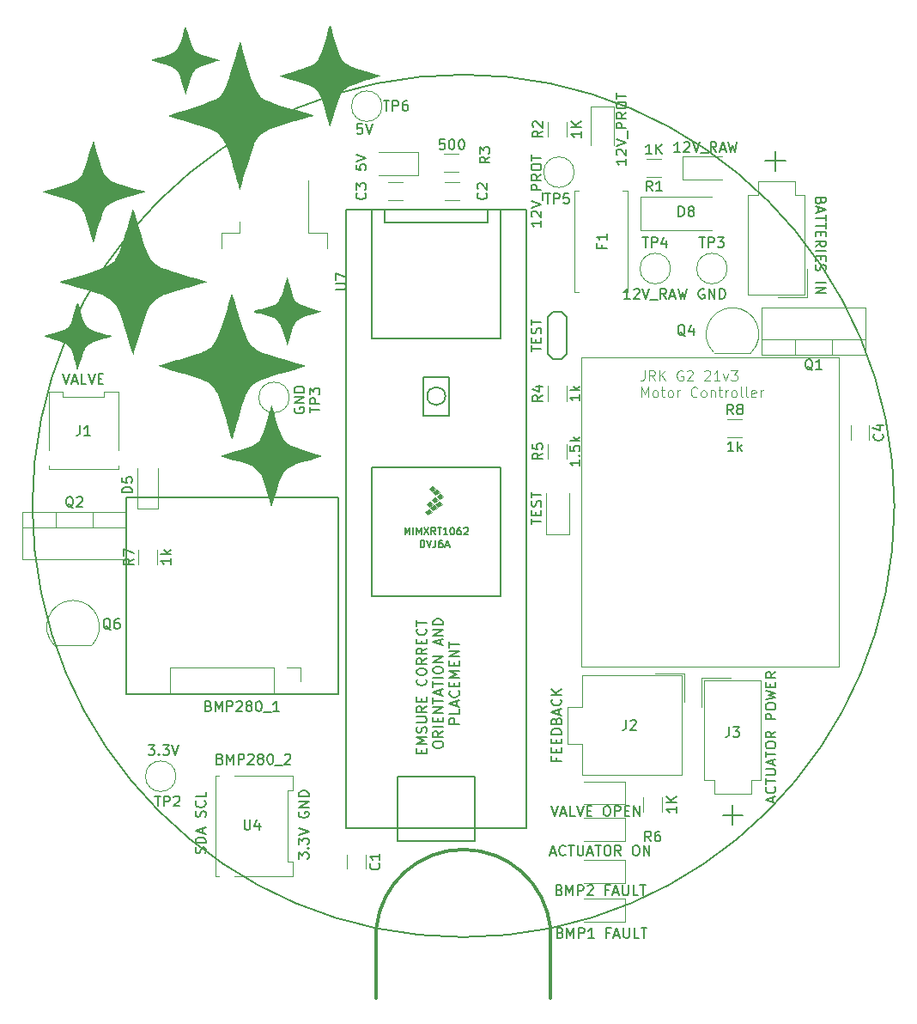
<source format=gbr>
%TF.GenerationSoftware,KiCad,Pcbnew,7.0.6*%
%TF.CreationDate,2024-04-15T18:34:20+10:00*%
%TF.ProjectId,Rocketry_Payload_Main_DDR_Spec_V2,526f636b-6574-4727-995f-5061796c6f61,rev?*%
%TF.SameCoordinates,Original*%
%TF.FileFunction,Legend,Top*%
%TF.FilePolarity,Positive*%
%FSLAX46Y46*%
G04 Gerber Fmt 4.6, Leading zero omitted, Abs format (unit mm)*
G04 Created by KiCad (PCBNEW 7.0.6) date 2024-04-15 18:34:20*
%MOMM*%
%LPD*%
G01*
G04 APERTURE LIST*
%ADD10C,0.150000*%
%ADD11C,0.300000*%
%ADD12C,0.200000*%
%ADD13C,0.100000*%
%ADD14C,0.120000*%
G04 APERTURE END LIST*
D10*
X173768000Y-123444000D02*
X175768000Y-123444000D01*
X174768000Y-122444000D02*
X174768000Y-124444000D01*
X131965819Y-127774458D02*
X131965819Y-127155411D01*
X131965819Y-127155411D02*
X132346771Y-127488744D01*
X132346771Y-127488744D02*
X132346771Y-127345887D01*
X132346771Y-127345887D02*
X132394390Y-127250649D01*
X132394390Y-127250649D02*
X132442009Y-127203030D01*
X132442009Y-127203030D02*
X132537247Y-127155411D01*
X132537247Y-127155411D02*
X132775342Y-127155411D01*
X132775342Y-127155411D02*
X132870580Y-127203030D01*
X132870580Y-127203030D02*
X132918200Y-127250649D01*
X132918200Y-127250649D02*
X132965819Y-127345887D01*
X132965819Y-127345887D02*
X132965819Y-127631601D01*
X132965819Y-127631601D02*
X132918200Y-127726839D01*
X132918200Y-127726839D02*
X132870580Y-127774458D01*
X132870580Y-126726839D02*
X132918200Y-126679220D01*
X132918200Y-126679220D02*
X132965819Y-126726839D01*
X132965819Y-126726839D02*
X132918200Y-126774458D01*
X132918200Y-126774458D02*
X132870580Y-126726839D01*
X132870580Y-126726839D02*
X132965819Y-126726839D01*
X131965819Y-126345887D02*
X131965819Y-125726840D01*
X131965819Y-125726840D02*
X132346771Y-126060173D01*
X132346771Y-126060173D02*
X132346771Y-125917316D01*
X132346771Y-125917316D02*
X132394390Y-125822078D01*
X132394390Y-125822078D02*
X132442009Y-125774459D01*
X132442009Y-125774459D02*
X132537247Y-125726840D01*
X132537247Y-125726840D02*
X132775342Y-125726840D01*
X132775342Y-125726840D02*
X132870580Y-125774459D01*
X132870580Y-125774459D02*
X132918200Y-125822078D01*
X132918200Y-125822078D02*
X132965819Y-125917316D01*
X132965819Y-125917316D02*
X132965819Y-126203030D01*
X132965819Y-126203030D02*
X132918200Y-126298268D01*
X132918200Y-126298268D02*
X132870580Y-126345887D01*
X131965819Y-125441125D02*
X132965819Y-125107792D01*
X132965819Y-125107792D02*
X131965819Y-124774459D01*
X132013438Y-123155411D02*
X131965819Y-123250649D01*
X131965819Y-123250649D02*
X131965819Y-123393506D01*
X131965819Y-123393506D02*
X132013438Y-123536363D01*
X132013438Y-123536363D02*
X132108676Y-123631601D01*
X132108676Y-123631601D02*
X132203914Y-123679220D01*
X132203914Y-123679220D02*
X132394390Y-123726839D01*
X132394390Y-123726839D02*
X132537247Y-123726839D01*
X132537247Y-123726839D02*
X132727723Y-123679220D01*
X132727723Y-123679220D02*
X132822961Y-123631601D01*
X132822961Y-123631601D02*
X132918200Y-123536363D01*
X132918200Y-123536363D02*
X132965819Y-123393506D01*
X132965819Y-123393506D02*
X132965819Y-123298268D01*
X132965819Y-123298268D02*
X132918200Y-123155411D01*
X132918200Y-123155411D02*
X132870580Y-123107792D01*
X132870580Y-123107792D02*
X132537247Y-123107792D01*
X132537247Y-123107792D02*
X132537247Y-123298268D01*
X132965819Y-122679220D02*
X131965819Y-122679220D01*
X131965819Y-122679220D02*
X132965819Y-122107792D01*
X132965819Y-122107792D02*
X131965819Y-122107792D01*
X132965819Y-121631601D02*
X131965819Y-121631601D01*
X131965819Y-121631601D02*
X131965819Y-121393506D01*
X131965819Y-121393506D02*
X132013438Y-121250649D01*
X132013438Y-121250649D02*
X132108676Y-121155411D01*
X132108676Y-121155411D02*
X132203914Y-121107792D01*
X132203914Y-121107792D02*
X132394390Y-121060173D01*
X132394390Y-121060173D02*
X132537247Y-121060173D01*
X132537247Y-121060173D02*
X132727723Y-121107792D01*
X132727723Y-121107792D02*
X132822961Y-121155411D01*
X132822961Y-121155411D02*
X132918200Y-121250649D01*
X132918200Y-121250649D02*
X132965819Y-121393506D01*
X132965819Y-121393506D02*
X132965819Y-121631601D01*
X122758200Y-127218839D02*
X122805819Y-127075982D01*
X122805819Y-127075982D02*
X122805819Y-126837887D01*
X122805819Y-126837887D02*
X122758200Y-126742649D01*
X122758200Y-126742649D02*
X122710580Y-126695030D01*
X122710580Y-126695030D02*
X122615342Y-126647411D01*
X122615342Y-126647411D02*
X122520104Y-126647411D01*
X122520104Y-126647411D02*
X122424866Y-126695030D01*
X122424866Y-126695030D02*
X122377247Y-126742649D01*
X122377247Y-126742649D02*
X122329628Y-126837887D01*
X122329628Y-126837887D02*
X122282009Y-127028363D01*
X122282009Y-127028363D02*
X122234390Y-127123601D01*
X122234390Y-127123601D02*
X122186771Y-127171220D01*
X122186771Y-127171220D02*
X122091533Y-127218839D01*
X122091533Y-127218839D02*
X121996295Y-127218839D01*
X121996295Y-127218839D02*
X121901057Y-127171220D01*
X121901057Y-127171220D02*
X121853438Y-127123601D01*
X121853438Y-127123601D02*
X121805819Y-127028363D01*
X121805819Y-127028363D02*
X121805819Y-126790268D01*
X121805819Y-126790268D02*
X121853438Y-126647411D01*
X122805819Y-126218839D02*
X121805819Y-126218839D01*
X121805819Y-126218839D02*
X121805819Y-125980744D01*
X121805819Y-125980744D02*
X121853438Y-125837887D01*
X121853438Y-125837887D02*
X121948676Y-125742649D01*
X121948676Y-125742649D02*
X122043914Y-125695030D01*
X122043914Y-125695030D02*
X122234390Y-125647411D01*
X122234390Y-125647411D02*
X122377247Y-125647411D01*
X122377247Y-125647411D02*
X122567723Y-125695030D01*
X122567723Y-125695030D02*
X122662961Y-125742649D01*
X122662961Y-125742649D02*
X122758200Y-125837887D01*
X122758200Y-125837887D02*
X122805819Y-125980744D01*
X122805819Y-125980744D02*
X122805819Y-126218839D01*
X122520104Y-125266458D02*
X122520104Y-124790268D01*
X122805819Y-125361696D02*
X121805819Y-125028363D01*
X121805819Y-125028363D02*
X122805819Y-124695030D01*
X122758200Y-123647410D02*
X122805819Y-123504553D01*
X122805819Y-123504553D02*
X122805819Y-123266458D01*
X122805819Y-123266458D02*
X122758200Y-123171220D01*
X122758200Y-123171220D02*
X122710580Y-123123601D01*
X122710580Y-123123601D02*
X122615342Y-123075982D01*
X122615342Y-123075982D02*
X122520104Y-123075982D01*
X122520104Y-123075982D02*
X122424866Y-123123601D01*
X122424866Y-123123601D02*
X122377247Y-123171220D01*
X122377247Y-123171220D02*
X122329628Y-123266458D01*
X122329628Y-123266458D02*
X122282009Y-123456934D01*
X122282009Y-123456934D02*
X122234390Y-123552172D01*
X122234390Y-123552172D02*
X122186771Y-123599791D01*
X122186771Y-123599791D02*
X122091533Y-123647410D01*
X122091533Y-123647410D02*
X121996295Y-123647410D01*
X121996295Y-123647410D02*
X121901057Y-123599791D01*
X121901057Y-123599791D02*
X121853438Y-123552172D01*
X121853438Y-123552172D02*
X121805819Y-123456934D01*
X121805819Y-123456934D02*
X121805819Y-123218839D01*
X121805819Y-123218839D02*
X121853438Y-123075982D01*
X122710580Y-122075982D02*
X122758200Y-122123601D01*
X122758200Y-122123601D02*
X122805819Y-122266458D01*
X122805819Y-122266458D02*
X122805819Y-122361696D01*
X122805819Y-122361696D02*
X122758200Y-122504553D01*
X122758200Y-122504553D02*
X122662961Y-122599791D01*
X122662961Y-122599791D02*
X122567723Y-122647410D01*
X122567723Y-122647410D02*
X122377247Y-122695029D01*
X122377247Y-122695029D02*
X122234390Y-122695029D01*
X122234390Y-122695029D02*
X122043914Y-122647410D01*
X122043914Y-122647410D02*
X121948676Y-122599791D01*
X121948676Y-122599791D02*
X121853438Y-122504553D01*
X121853438Y-122504553D02*
X121805819Y-122361696D01*
X121805819Y-122361696D02*
X121805819Y-122266458D01*
X121805819Y-122266458D02*
X121853438Y-122123601D01*
X121853438Y-122123601D02*
X121901057Y-122075982D01*
X122805819Y-121171220D02*
X122805819Y-121647410D01*
X122805819Y-121647410D02*
X121805819Y-121647410D01*
X179000000Y-58000000D02*
X179000000Y-60000000D01*
X178000000Y-59000000D02*
X180000000Y-59000000D01*
X114935000Y-92186000D02*
X135890000Y-92186000D01*
X135890000Y-111506000D01*
X114935000Y-111506000D01*
X114935000Y-92186000D01*
D11*
X156795887Y-134552625D02*
G75*
G03*
X139630000Y-134570000I-8582007J-933685D01*
G01*
D12*
X190714409Y-92986897D02*
G75*
G03*
X190714409Y-92986897I-42500000J0D01*
G01*
D11*
X139630000Y-134570000D02*
X139630000Y-141500000D01*
X156795881Y-134552626D02*
X156796000Y-141500000D01*
D10*
X183456990Y-62929047D02*
X183409371Y-63071904D01*
X183409371Y-63071904D02*
X183361752Y-63119523D01*
X183361752Y-63119523D02*
X183266514Y-63167142D01*
X183266514Y-63167142D02*
X183123657Y-63167142D01*
X183123657Y-63167142D02*
X183028419Y-63119523D01*
X183028419Y-63119523D02*
X182980800Y-63071904D01*
X182980800Y-63071904D02*
X182933180Y-62976666D01*
X182933180Y-62976666D02*
X182933180Y-62595714D01*
X182933180Y-62595714D02*
X183933180Y-62595714D01*
X183933180Y-62595714D02*
X183933180Y-62929047D01*
X183933180Y-62929047D02*
X183885561Y-63024285D01*
X183885561Y-63024285D02*
X183837942Y-63071904D01*
X183837942Y-63071904D02*
X183742704Y-63119523D01*
X183742704Y-63119523D02*
X183647466Y-63119523D01*
X183647466Y-63119523D02*
X183552228Y-63071904D01*
X183552228Y-63071904D02*
X183504609Y-63024285D01*
X183504609Y-63024285D02*
X183456990Y-62929047D01*
X183456990Y-62929047D02*
X183456990Y-62595714D01*
X183218895Y-63548095D02*
X183218895Y-64024285D01*
X182933180Y-63452857D02*
X183933180Y-63786190D01*
X183933180Y-63786190D02*
X182933180Y-64119523D01*
X183933180Y-64310000D02*
X183933180Y-64881428D01*
X182933180Y-64595714D02*
X183933180Y-64595714D01*
X183933180Y-65071905D02*
X183933180Y-65643333D01*
X182933180Y-65357619D02*
X183933180Y-65357619D01*
X183456990Y-65976667D02*
X183456990Y-66310000D01*
X182933180Y-66452857D02*
X182933180Y-65976667D01*
X182933180Y-65976667D02*
X183933180Y-65976667D01*
X183933180Y-65976667D02*
X183933180Y-66452857D01*
X182933180Y-67452857D02*
X183409371Y-67119524D01*
X182933180Y-66881429D02*
X183933180Y-66881429D01*
X183933180Y-66881429D02*
X183933180Y-67262381D01*
X183933180Y-67262381D02*
X183885561Y-67357619D01*
X183885561Y-67357619D02*
X183837942Y-67405238D01*
X183837942Y-67405238D02*
X183742704Y-67452857D01*
X183742704Y-67452857D02*
X183599847Y-67452857D01*
X183599847Y-67452857D02*
X183504609Y-67405238D01*
X183504609Y-67405238D02*
X183456990Y-67357619D01*
X183456990Y-67357619D02*
X183409371Y-67262381D01*
X183409371Y-67262381D02*
X183409371Y-66881429D01*
X182933180Y-67881429D02*
X183933180Y-67881429D01*
X183456990Y-68357619D02*
X183456990Y-68690952D01*
X182933180Y-68833809D02*
X182933180Y-68357619D01*
X182933180Y-68357619D02*
X183933180Y-68357619D01*
X183933180Y-68357619D02*
X183933180Y-68833809D01*
X182980800Y-69214762D02*
X182933180Y-69357619D01*
X182933180Y-69357619D02*
X182933180Y-69595714D01*
X182933180Y-69595714D02*
X182980800Y-69690952D01*
X182980800Y-69690952D02*
X183028419Y-69738571D01*
X183028419Y-69738571D02*
X183123657Y-69786190D01*
X183123657Y-69786190D02*
X183218895Y-69786190D01*
X183218895Y-69786190D02*
X183314133Y-69738571D01*
X183314133Y-69738571D02*
X183361752Y-69690952D01*
X183361752Y-69690952D02*
X183409371Y-69595714D01*
X183409371Y-69595714D02*
X183456990Y-69405238D01*
X183456990Y-69405238D02*
X183504609Y-69310000D01*
X183504609Y-69310000D02*
X183552228Y-69262381D01*
X183552228Y-69262381D02*
X183647466Y-69214762D01*
X183647466Y-69214762D02*
X183742704Y-69214762D01*
X183742704Y-69214762D02*
X183837942Y-69262381D01*
X183837942Y-69262381D02*
X183885561Y-69310000D01*
X183885561Y-69310000D02*
X183933180Y-69405238D01*
X183933180Y-69405238D02*
X183933180Y-69643333D01*
X183933180Y-69643333D02*
X183885561Y-69786190D01*
X182933180Y-70976667D02*
X183933180Y-70976667D01*
X182933180Y-71452857D02*
X183933180Y-71452857D01*
X183933180Y-71452857D02*
X182933180Y-72024285D01*
X182933180Y-72024285D02*
X183933180Y-72024285D01*
X117141810Y-116548819D02*
X117760857Y-116548819D01*
X117760857Y-116548819D02*
X117427524Y-116929771D01*
X117427524Y-116929771D02*
X117570381Y-116929771D01*
X117570381Y-116929771D02*
X117665619Y-116977390D01*
X117665619Y-116977390D02*
X117713238Y-117025009D01*
X117713238Y-117025009D02*
X117760857Y-117120247D01*
X117760857Y-117120247D02*
X117760857Y-117358342D01*
X117760857Y-117358342D02*
X117713238Y-117453580D01*
X117713238Y-117453580D02*
X117665619Y-117501200D01*
X117665619Y-117501200D02*
X117570381Y-117548819D01*
X117570381Y-117548819D02*
X117284667Y-117548819D01*
X117284667Y-117548819D02*
X117189429Y-117501200D01*
X117189429Y-117501200D02*
X117141810Y-117453580D01*
X118189429Y-117453580D02*
X118237048Y-117501200D01*
X118237048Y-117501200D02*
X118189429Y-117548819D01*
X118189429Y-117548819D02*
X118141810Y-117501200D01*
X118141810Y-117501200D02*
X118189429Y-117453580D01*
X118189429Y-117453580D02*
X118189429Y-117548819D01*
X118570381Y-116548819D02*
X119189428Y-116548819D01*
X119189428Y-116548819D02*
X118856095Y-116929771D01*
X118856095Y-116929771D02*
X118998952Y-116929771D01*
X118998952Y-116929771D02*
X119094190Y-116977390D01*
X119094190Y-116977390D02*
X119141809Y-117025009D01*
X119141809Y-117025009D02*
X119189428Y-117120247D01*
X119189428Y-117120247D02*
X119189428Y-117358342D01*
X119189428Y-117358342D02*
X119141809Y-117453580D01*
X119141809Y-117453580D02*
X119094190Y-117501200D01*
X119094190Y-117501200D02*
X118998952Y-117548819D01*
X118998952Y-117548819D02*
X118713238Y-117548819D01*
X118713238Y-117548819D02*
X118618000Y-117501200D01*
X118618000Y-117501200D02*
X118570381Y-117453580D01*
X119475143Y-116548819D02*
X119808476Y-117548819D01*
X119808476Y-117548819D02*
X120141809Y-116548819D01*
X144081009Y-117347142D02*
X144081009Y-117013809D01*
X144604819Y-116870952D02*
X144604819Y-117347142D01*
X144604819Y-117347142D02*
X143604819Y-117347142D01*
X143604819Y-117347142D02*
X143604819Y-116870952D01*
X144604819Y-116442380D02*
X143604819Y-116442380D01*
X143604819Y-116442380D02*
X144319104Y-116109047D01*
X144319104Y-116109047D02*
X143604819Y-115775714D01*
X143604819Y-115775714D02*
X144604819Y-115775714D01*
X144557200Y-115347142D02*
X144604819Y-115204285D01*
X144604819Y-115204285D02*
X144604819Y-114966190D01*
X144604819Y-114966190D02*
X144557200Y-114870952D01*
X144557200Y-114870952D02*
X144509580Y-114823333D01*
X144509580Y-114823333D02*
X144414342Y-114775714D01*
X144414342Y-114775714D02*
X144319104Y-114775714D01*
X144319104Y-114775714D02*
X144223866Y-114823333D01*
X144223866Y-114823333D02*
X144176247Y-114870952D01*
X144176247Y-114870952D02*
X144128628Y-114966190D01*
X144128628Y-114966190D02*
X144081009Y-115156666D01*
X144081009Y-115156666D02*
X144033390Y-115251904D01*
X144033390Y-115251904D02*
X143985771Y-115299523D01*
X143985771Y-115299523D02*
X143890533Y-115347142D01*
X143890533Y-115347142D02*
X143795295Y-115347142D01*
X143795295Y-115347142D02*
X143700057Y-115299523D01*
X143700057Y-115299523D02*
X143652438Y-115251904D01*
X143652438Y-115251904D02*
X143604819Y-115156666D01*
X143604819Y-115156666D02*
X143604819Y-114918571D01*
X143604819Y-114918571D02*
X143652438Y-114775714D01*
X143604819Y-114347142D02*
X144414342Y-114347142D01*
X144414342Y-114347142D02*
X144509580Y-114299523D01*
X144509580Y-114299523D02*
X144557200Y-114251904D01*
X144557200Y-114251904D02*
X144604819Y-114156666D01*
X144604819Y-114156666D02*
X144604819Y-113966190D01*
X144604819Y-113966190D02*
X144557200Y-113870952D01*
X144557200Y-113870952D02*
X144509580Y-113823333D01*
X144509580Y-113823333D02*
X144414342Y-113775714D01*
X144414342Y-113775714D02*
X143604819Y-113775714D01*
X144604819Y-112728095D02*
X144128628Y-113061428D01*
X144604819Y-113299523D02*
X143604819Y-113299523D01*
X143604819Y-113299523D02*
X143604819Y-112918571D01*
X143604819Y-112918571D02*
X143652438Y-112823333D01*
X143652438Y-112823333D02*
X143700057Y-112775714D01*
X143700057Y-112775714D02*
X143795295Y-112728095D01*
X143795295Y-112728095D02*
X143938152Y-112728095D01*
X143938152Y-112728095D02*
X144033390Y-112775714D01*
X144033390Y-112775714D02*
X144081009Y-112823333D01*
X144081009Y-112823333D02*
X144128628Y-112918571D01*
X144128628Y-112918571D02*
X144128628Y-113299523D01*
X144081009Y-112299523D02*
X144081009Y-111966190D01*
X144604819Y-111823333D02*
X144604819Y-112299523D01*
X144604819Y-112299523D02*
X143604819Y-112299523D01*
X143604819Y-112299523D02*
X143604819Y-111823333D01*
X144509580Y-110061428D02*
X144557200Y-110109047D01*
X144557200Y-110109047D02*
X144604819Y-110251904D01*
X144604819Y-110251904D02*
X144604819Y-110347142D01*
X144604819Y-110347142D02*
X144557200Y-110489999D01*
X144557200Y-110489999D02*
X144461961Y-110585237D01*
X144461961Y-110585237D02*
X144366723Y-110632856D01*
X144366723Y-110632856D02*
X144176247Y-110680475D01*
X144176247Y-110680475D02*
X144033390Y-110680475D01*
X144033390Y-110680475D02*
X143842914Y-110632856D01*
X143842914Y-110632856D02*
X143747676Y-110585237D01*
X143747676Y-110585237D02*
X143652438Y-110489999D01*
X143652438Y-110489999D02*
X143604819Y-110347142D01*
X143604819Y-110347142D02*
X143604819Y-110251904D01*
X143604819Y-110251904D02*
X143652438Y-110109047D01*
X143652438Y-110109047D02*
X143700057Y-110061428D01*
X143604819Y-109442380D02*
X143604819Y-109251904D01*
X143604819Y-109251904D02*
X143652438Y-109156666D01*
X143652438Y-109156666D02*
X143747676Y-109061428D01*
X143747676Y-109061428D02*
X143938152Y-109013809D01*
X143938152Y-109013809D02*
X144271485Y-109013809D01*
X144271485Y-109013809D02*
X144461961Y-109061428D01*
X144461961Y-109061428D02*
X144557200Y-109156666D01*
X144557200Y-109156666D02*
X144604819Y-109251904D01*
X144604819Y-109251904D02*
X144604819Y-109442380D01*
X144604819Y-109442380D02*
X144557200Y-109537618D01*
X144557200Y-109537618D02*
X144461961Y-109632856D01*
X144461961Y-109632856D02*
X144271485Y-109680475D01*
X144271485Y-109680475D02*
X143938152Y-109680475D01*
X143938152Y-109680475D02*
X143747676Y-109632856D01*
X143747676Y-109632856D02*
X143652438Y-109537618D01*
X143652438Y-109537618D02*
X143604819Y-109442380D01*
X144604819Y-108013809D02*
X144128628Y-108347142D01*
X144604819Y-108585237D02*
X143604819Y-108585237D01*
X143604819Y-108585237D02*
X143604819Y-108204285D01*
X143604819Y-108204285D02*
X143652438Y-108109047D01*
X143652438Y-108109047D02*
X143700057Y-108061428D01*
X143700057Y-108061428D02*
X143795295Y-108013809D01*
X143795295Y-108013809D02*
X143938152Y-108013809D01*
X143938152Y-108013809D02*
X144033390Y-108061428D01*
X144033390Y-108061428D02*
X144081009Y-108109047D01*
X144081009Y-108109047D02*
X144128628Y-108204285D01*
X144128628Y-108204285D02*
X144128628Y-108585237D01*
X144604819Y-107013809D02*
X144128628Y-107347142D01*
X144604819Y-107585237D02*
X143604819Y-107585237D01*
X143604819Y-107585237D02*
X143604819Y-107204285D01*
X143604819Y-107204285D02*
X143652438Y-107109047D01*
X143652438Y-107109047D02*
X143700057Y-107061428D01*
X143700057Y-107061428D02*
X143795295Y-107013809D01*
X143795295Y-107013809D02*
X143938152Y-107013809D01*
X143938152Y-107013809D02*
X144033390Y-107061428D01*
X144033390Y-107061428D02*
X144081009Y-107109047D01*
X144081009Y-107109047D02*
X144128628Y-107204285D01*
X144128628Y-107204285D02*
X144128628Y-107585237D01*
X144081009Y-106585237D02*
X144081009Y-106251904D01*
X144604819Y-106109047D02*
X144604819Y-106585237D01*
X144604819Y-106585237D02*
X143604819Y-106585237D01*
X143604819Y-106585237D02*
X143604819Y-106109047D01*
X144509580Y-105109047D02*
X144557200Y-105156666D01*
X144557200Y-105156666D02*
X144604819Y-105299523D01*
X144604819Y-105299523D02*
X144604819Y-105394761D01*
X144604819Y-105394761D02*
X144557200Y-105537618D01*
X144557200Y-105537618D02*
X144461961Y-105632856D01*
X144461961Y-105632856D02*
X144366723Y-105680475D01*
X144366723Y-105680475D02*
X144176247Y-105728094D01*
X144176247Y-105728094D02*
X144033390Y-105728094D01*
X144033390Y-105728094D02*
X143842914Y-105680475D01*
X143842914Y-105680475D02*
X143747676Y-105632856D01*
X143747676Y-105632856D02*
X143652438Y-105537618D01*
X143652438Y-105537618D02*
X143604819Y-105394761D01*
X143604819Y-105394761D02*
X143604819Y-105299523D01*
X143604819Y-105299523D02*
X143652438Y-105156666D01*
X143652438Y-105156666D02*
X143700057Y-105109047D01*
X143604819Y-104823332D02*
X143604819Y-104251904D01*
X144604819Y-104537618D02*
X143604819Y-104537618D01*
X145214819Y-116609047D02*
X145214819Y-116418571D01*
X145214819Y-116418571D02*
X145262438Y-116323333D01*
X145262438Y-116323333D02*
X145357676Y-116228095D01*
X145357676Y-116228095D02*
X145548152Y-116180476D01*
X145548152Y-116180476D02*
X145881485Y-116180476D01*
X145881485Y-116180476D02*
X146071961Y-116228095D01*
X146071961Y-116228095D02*
X146167200Y-116323333D01*
X146167200Y-116323333D02*
X146214819Y-116418571D01*
X146214819Y-116418571D02*
X146214819Y-116609047D01*
X146214819Y-116609047D02*
X146167200Y-116704285D01*
X146167200Y-116704285D02*
X146071961Y-116799523D01*
X146071961Y-116799523D02*
X145881485Y-116847142D01*
X145881485Y-116847142D02*
X145548152Y-116847142D01*
X145548152Y-116847142D02*
X145357676Y-116799523D01*
X145357676Y-116799523D02*
X145262438Y-116704285D01*
X145262438Y-116704285D02*
X145214819Y-116609047D01*
X146214819Y-115180476D02*
X145738628Y-115513809D01*
X146214819Y-115751904D02*
X145214819Y-115751904D01*
X145214819Y-115751904D02*
X145214819Y-115370952D01*
X145214819Y-115370952D02*
X145262438Y-115275714D01*
X145262438Y-115275714D02*
X145310057Y-115228095D01*
X145310057Y-115228095D02*
X145405295Y-115180476D01*
X145405295Y-115180476D02*
X145548152Y-115180476D01*
X145548152Y-115180476D02*
X145643390Y-115228095D01*
X145643390Y-115228095D02*
X145691009Y-115275714D01*
X145691009Y-115275714D02*
X145738628Y-115370952D01*
X145738628Y-115370952D02*
X145738628Y-115751904D01*
X146214819Y-114751904D02*
X145214819Y-114751904D01*
X145691009Y-114275714D02*
X145691009Y-113942381D01*
X146214819Y-113799524D02*
X146214819Y-114275714D01*
X146214819Y-114275714D02*
X145214819Y-114275714D01*
X145214819Y-114275714D02*
X145214819Y-113799524D01*
X146214819Y-113370952D02*
X145214819Y-113370952D01*
X145214819Y-113370952D02*
X146214819Y-112799524D01*
X146214819Y-112799524D02*
X145214819Y-112799524D01*
X145214819Y-112466190D02*
X145214819Y-111894762D01*
X146214819Y-112180476D02*
X145214819Y-112180476D01*
X145929104Y-111609047D02*
X145929104Y-111132857D01*
X146214819Y-111704285D02*
X145214819Y-111370952D01*
X145214819Y-111370952D02*
X146214819Y-111037619D01*
X145214819Y-110847142D02*
X145214819Y-110275714D01*
X146214819Y-110561428D02*
X145214819Y-110561428D01*
X146214819Y-109942380D02*
X145214819Y-109942380D01*
X145214819Y-109275714D02*
X145214819Y-109085238D01*
X145214819Y-109085238D02*
X145262438Y-108990000D01*
X145262438Y-108990000D02*
X145357676Y-108894762D01*
X145357676Y-108894762D02*
X145548152Y-108847143D01*
X145548152Y-108847143D02*
X145881485Y-108847143D01*
X145881485Y-108847143D02*
X146071961Y-108894762D01*
X146071961Y-108894762D02*
X146167200Y-108990000D01*
X146167200Y-108990000D02*
X146214819Y-109085238D01*
X146214819Y-109085238D02*
X146214819Y-109275714D01*
X146214819Y-109275714D02*
X146167200Y-109370952D01*
X146167200Y-109370952D02*
X146071961Y-109466190D01*
X146071961Y-109466190D02*
X145881485Y-109513809D01*
X145881485Y-109513809D02*
X145548152Y-109513809D01*
X145548152Y-109513809D02*
X145357676Y-109466190D01*
X145357676Y-109466190D02*
X145262438Y-109370952D01*
X145262438Y-109370952D02*
X145214819Y-109275714D01*
X146214819Y-108418571D02*
X145214819Y-108418571D01*
X145214819Y-108418571D02*
X146214819Y-107847143D01*
X146214819Y-107847143D02*
X145214819Y-107847143D01*
X145929104Y-106656666D02*
X145929104Y-106180476D01*
X146214819Y-106751904D02*
X145214819Y-106418571D01*
X145214819Y-106418571D02*
X146214819Y-106085238D01*
X146214819Y-105751904D02*
X145214819Y-105751904D01*
X145214819Y-105751904D02*
X146214819Y-105180476D01*
X146214819Y-105180476D02*
X145214819Y-105180476D01*
X146214819Y-104704285D02*
X145214819Y-104704285D01*
X145214819Y-104704285D02*
X145214819Y-104466190D01*
X145214819Y-104466190D02*
X145262438Y-104323333D01*
X145262438Y-104323333D02*
X145357676Y-104228095D01*
X145357676Y-104228095D02*
X145452914Y-104180476D01*
X145452914Y-104180476D02*
X145643390Y-104132857D01*
X145643390Y-104132857D02*
X145786247Y-104132857D01*
X145786247Y-104132857D02*
X145976723Y-104180476D01*
X145976723Y-104180476D02*
X146071961Y-104228095D01*
X146071961Y-104228095D02*
X146167200Y-104323333D01*
X146167200Y-104323333D02*
X146214819Y-104466190D01*
X146214819Y-104466190D02*
X146214819Y-104704285D01*
X147824819Y-114466190D02*
X146824819Y-114466190D01*
X146824819Y-114466190D02*
X146824819Y-114085238D01*
X146824819Y-114085238D02*
X146872438Y-113990000D01*
X146872438Y-113990000D02*
X146920057Y-113942381D01*
X146920057Y-113942381D02*
X147015295Y-113894762D01*
X147015295Y-113894762D02*
X147158152Y-113894762D01*
X147158152Y-113894762D02*
X147253390Y-113942381D01*
X147253390Y-113942381D02*
X147301009Y-113990000D01*
X147301009Y-113990000D02*
X147348628Y-114085238D01*
X147348628Y-114085238D02*
X147348628Y-114466190D01*
X147824819Y-112990000D02*
X147824819Y-113466190D01*
X147824819Y-113466190D02*
X146824819Y-113466190D01*
X147539104Y-112704285D02*
X147539104Y-112228095D01*
X147824819Y-112799523D02*
X146824819Y-112466190D01*
X146824819Y-112466190D02*
X147824819Y-112132857D01*
X147729580Y-111228095D02*
X147777200Y-111275714D01*
X147777200Y-111275714D02*
X147824819Y-111418571D01*
X147824819Y-111418571D02*
X147824819Y-111513809D01*
X147824819Y-111513809D02*
X147777200Y-111656666D01*
X147777200Y-111656666D02*
X147681961Y-111751904D01*
X147681961Y-111751904D02*
X147586723Y-111799523D01*
X147586723Y-111799523D02*
X147396247Y-111847142D01*
X147396247Y-111847142D02*
X147253390Y-111847142D01*
X147253390Y-111847142D02*
X147062914Y-111799523D01*
X147062914Y-111799523D02*
X146967676Y-111751904D01*
X146967676Y-111751904D02*
X146872438Y-111656666D01*
X146872438Y-111656666D02*
X146824819Y-111513809D01*
X146824819Y-111513809D02*
X146824819Y-111418571D01*
X146824819Y-111418571D02*
X146872438Y-111275714D01*
X146872438Y-111275714D02*
X146920057Y-111228095D01*
X147301009Y-110799523D02*
X147301009Y-110466190D01*
X147824819Y-110323333D02*
X147824819Y-110799523D01*
X147824819Y-110799523D02*
X146824819Y-110799523D01*
X146824819Y-110799523D02*
X146824819Y-110323333D01*
X147824819Y-109894761D02*
X146824819Y-109894761D01*
X146824819Y-109894761D02*
X147539104Y-109561428D01*
X147539104Y-109561428D02*
X146824819Y-109228095D01*
X146824819Y-109228095D02*
X147824819Y-109228095D01*
X147301009Y-108751904D02*
X147301009Y-108418571D01*
X147824819Y-108275714D02*
X147824819Y-108751904D01*
X147824819Y-108751904D02*
X146824819Y-108751904D01*
X146824819Y-108751904D02*
X146824819Y-108275714D01*
X147824819Y-107847142D02*
X146824819Y-107847142D01*
X146824819Y-107847142D02*
X147824819Y-107275714D01*
X147824819Y-107275714D02*
X146824819Y-107275714D01*
X146824819Y-106942380D02*
X146824819Y-106370952D01*
X147824819Y-106656666D02*
X146824819Y-106656666D01*
X171458095Y-66510819D02*
X172029523Y-66510819D01*
X171743809Y-67510819D02*
X171743809Y-66510819D01*
X172362857Y-67510819D02*
X172362857Y-66510819D01*
X172362857Y-66510819D02*
X172743809Y-66510819D01*
X172743809Y-66510819D02*
X172839047Y-66558438D01*
X172839047Y-66558438D02*
X172886666Y-66606057D01*
X172886666Y-66606057D02*
X172934285Y-66701295D01*
X172934285Y-66701295D02*
X172934285Y-66844152D01*
X172934285Y-66844152D02*
X172886666Y-66939390D01*
X172886666Y-66939390D02*
X172839047Y-66987009D01*
X172839047Y-66987009D02*
X172743809Y-67034628D01*
X172743809Y-67034628D02*
X172362857Y-67034628D01*
X173267619Y-66510819D02*
X173886666Y-66510819D01*
X173886666Y-66510819D02*
X173553333Y-66891771D01*
X173553333Y-66891771D02*
X173696190Y-66891771D01*
X173696190Y-66891771D02*
X173791428Y-66939390D01*
X173791428Y-66939390D02*
X173839047Y-66987009D01*
X173839047Y-66987009D02*
X173886666Y-67082247D01*
X173886666Y-67082247D02*
X173886666Y-67320342D01*
X173886666Y-67320342D02*
X173839047Y-67415580D01*
X173839047Y-67415580D02*
X173791428Y-67463200D01*
X173791428Y-67463200D02*
X173696190Y-67510819D01*
X173696190Y-67510819D02*
X173410476Y-67510819D01*
X173410476Y-67510819D02*
X173315238Y-67463200D01*
X173315238Y-67463200D02*
X173267619Y-67415580D01*
X171958095Y-71638438D02*
X171862857Y-71590819D01*
X171862857Y-71590819D02*
X171720000Y-71590819D01*
X171720000Y-71590819D02*
X171577143Y-71638438D01*
X171577143Y-71638438D02*
X171481905Y-71733676D01*
X171481905Y-71733676D02*
X171434286Y-71828914D01*
X171434286Y-71828914D02*
X171386667Y-72019390D01*
X171386667Y-72019390D02*
X171386667Y-72162247D01*
X171386667Y-72162247D02*
X171434286Y-72352723D01*
X171434286Y-72352723D02*
X171481905Y-72447961D01*
X171481905Y-72447961D02*
X171577143Y-72543200D01*
X171577143Y-72543200D02*
X171720000Y-72590819D01*
X171720000Y-72590819D02*
X171815238Y-72590819D01*
X171815238Y-72590819D02*
X171958095Y-72543200D01*
X171958095Y-72543200D02*
X172005714Y-72495580D01*
X172005714Y-72495580D02*
X172005714Y-72162247D01*
X172005714Y-72162247D02*
X171815238Y-72162247D01*
X172434286Y-72590819D02*
X172434286Y-71590819D01*
X172434286Y-71590819D02*
X173005714Y-72590819D01*
X173005714Y-72590819D02*
X173005714Y-71590819D01*
X173481905Y-72590819D02*
X173481905Y-71590819D01*
X173481905Y-71590819D02*
X173720000Y-71590819D01*
X173720000Y-71590819D02*
X173862857Y-71638438D01*
X173862857Y-71638438D02*
X173958095Y-71733676D01*
X173958095Y-71733676D02*
X174005714Y-71828914D01*
X174005714Y-71828914D02*
X174053333Y-72019390D01*
X174053333Y-72019390D02*
X174053333Y-72162247D01*
X174053333Y-72162247D02*
X174005714Y-72352723D01*
X174005714Y-72352723D02*
X173958095Y-72447961D01*
X173958095Y-72447961D02*
X173862857Y-72543200D01*
X173862857Y-72543200D02*
X173720000Y-72590819D01*
X173720000Y-72590819D02*
X173481905Y-72590819D01*
X157774190Y-135059009D02*
X157917047Y-135106628D01*
X157917047Y-135106628D02*
X157964666Y-135154247D01*
X157964666Y-135154247D02*
X158012285Y-135249485D01*
X158012285Y-135249485D02*
X158012285Y-135392342D01*
X158012285Y-135392342D02*
X157964666Y-135487580D01*
X157964666Y-135487580D02*
X157917047Y-135535200D01*
X157917047Y-135535200D02*
X157821809Y-135582819D01*
X157821809Y-135582819D02*
X157440857Y-135582819D01*
X157440857Y-135582819D02*
X157440857Y-134582819D01*
X157440857Y-134582819D02*
X157774190Y-134582819D01*
X157774190Y-134582819D02*
X157869428Y-134630438D01*
X157869428Y-134630438D02*
X157917047Y-134678057D01*
X157917047Y-134678057D02*
X157964666Y-134773295D01*
X157964666Y-134773295D02*
X157964666Y-134868533D01*
X157964666Y-134868533D02*
X157917047Y-134963771D01*
X157917047Y-134963771D02*
X157869428Y-135011390D01*
X157869428Y-135011390D02*
X157774190Y-135059009D01*
X157774190Y-135059009D02*
X157440857Y-135059009D01*
X158440857Y-135582819D02*
X158440857Y-134582819D01*
X158440857Y-134582819D02*
X158774190Y-135297104D01*
X158774190Y-135297104D02*
X159107523Y-134582819D01*
X159107523Y-134582819D02*
X159107523Y-135582819D01*
X159583714Y-135582819D02*
X159583714Y-134582819D01*
X159583714Y-134582819D02*
X159964666Y-134582819D01*
X159964666Y-134582819D02*
X160059904Y-134630438D01*
X160059904Y-134630438D02*
X160107523Y-134678057D01*
X160107523Y-134678057D02*
X160155142Y-134773295D01*
X160155142Y-134773295D02*
X160155142Y-134916152D01*
X160155142Y-134916152D02*
X160107523Y-135011390D01*
X160107523Y-135011390D02*
X160059904Y-135059009D01*
X160059904Y-135059009D02*
X159964666Y-135106628D01*
X159964666Y-135106628D02*
X159583714Y-135106628D01*
X161107523Y-135582819D02*
X160536095Y-135582819D01*
X160821809Y-135582819D02*
X160821809Y-134582819D01*
X160821809Y-134582819D02*
X160726571Y-134725676D01*
X160726571Y-134725676D02*
X160631333Y-134820914D01*
X160631333Y-134820914D02*
X160536095Y-134868533D01*
X162631333Y-135059009D02*
X162298000Y-135059009D01*
X162298000Y-135582819D02*
X162298000Y-134582819D01*
X162298000Y-134582819D02*
X162774190Y-134582819D01*
X163107524Y-135297104D02*
X163583714Y-135297104D01*
X163012286Y-135582819D02*
X163345619Y-134582819D01*
X163345619Y-134582819D02*
X163678952Y-135582819D01*
X164012286Y-134582819D02*
X164012286Y-135392342D01*
X164012286Y-135392342D02*
X164059905Y-135487580D01*
X164059905Y-135487580D02*
X164107524Y-135535200D01*
X164107524Y-135535200D02*
X164202762Y-135582819D01*
X164202762Y-135582819D02*
X164393238Y-135582819D01*
X164393238Y-135582819D02*
X164488476Y-135535200D01*
X164488476Y-135535200D02*
X164536095Y-135487580D01*
X164536095Y-135487580D02*
X164583714Y-135392342D01*
X164583714Y-135392342D02*
X164583714Y-134582819D01*
X165536095Y-135582819D02*
X165059905Y-135582819D01*
X165059905Y-135582819D02*
X165059905Y-134582819D01*
X165726572Y-134582819D02*
X166298000Y-134582819D01*
X166012286Y-135582819D02*
X166012286Y-134582819D01*
X165870095Y-66510819D02*
X166441523Y-66510819D01*
X166155809Y-67510819D02*
X166155809Y-66510819D01*
X166774857Y-67510819D02*
X166774857Y-66510819D01*
X166774857Y-66510819D02*
X167155809Y-66510819D01*
X167155809Y-66510819D02*
X167251047Y-66558438D01*
X167251047Y-66558438D02*
X167298666Y-66606057D01*
X167298666Y-66606057D02*
X167346285Y-66701295D01*
X167346285Y-66701295D02*
X167346285Y-66844152D01*
X167346285Y-66844152D02*
X167298666Y-66939390D01*
X167298666Y-66939390D02*
X167251047Y-66987009D01*
X167251047Y-66987009D02*
X167155809Y-67034628D01*
X167155809Y-67034628D02*
X166774857Y-67034628D01*
X168203428Y-66844152D02*
X168203428Y-67510819D01*
X167965333Y-66463200D02*
X167727238Y-67177485D01*
X167727238Y-67177485D02*
X168346285Y-67177485D01*
X164631999Y-72590819D02*
X164060571Y-72590819D01*
X164346285Y-72590819D02*
X164346285Y-71590819D01*
X164346285Y-71590819D02*
X164251047Y-71733676D01*
X164251047Y-71733676D02*
X164155809Y-71828914D01*
X164155809Y-71828914D02*
X164060571Y-71876533D01*
X165012952Y-71686057D02*
X165060571Y-71638438D01*
X165060571Y-71638438D02*
X165155809Y-71590819D01*
X165155809Y-71590819D02*
X165393904Y-71590819D01*
X165393904Y-71590819D02*
X165489142Y-71638438D01*
X165489142Y-71638438D02*
X165536761Y-71686057D01*
X165536761Y-71686057D02*
X165584380Y-71781295D01*
X165584380Y-71781295D02*
X165584380Y-71876533D01*
X165584380Y-71876533D02*
X165536761Y-72019390D01*
X165536761Y-72019390D02*
X164965333Y-72590819D01*
X164965333Y-72590819D02*
X165584380Y-72590819D01*
X165870095Y-71590819D02*
X166203428Y-72590819D01*
X166203428Y-72590819D02*
X166536761Y-71590819D01*
X166632000Y-72686057D02*
X167393904Y-72686057D01*
X168203428Y-72590819D02*
X167870095Y-72114628D01*
X167632000Y-72590819D02*
X167632000Y-71590819D01*
X167632000Y-71590819D02*
X168012952Y-71590819D01*
X168012952Y-71590819D02*
X168108190Y-71638438D01*
X168108190Y-71638438D02*
X168155809Y-71686057D01*
X168155809Y-71686057D02*
X168203428Y-71781295D01*
X168203428Y-71781295D02*
X168203428Y-71924152D01*
X168203428Y-71924152D02*
X168155809Y-72019390D01*
X168155809Y-72019390D02*
X168108190Y-72067009D01*
X168108190Y-72067009D02*
X168012952Y-72114628D01*
X168012952Y-72114628D02*
X167632000Y-72114628D01*
X168584381Y-72305104D02*
X169060571Y-72305104D01*
X168489143Y-72590819D02*
X168822476Y-71590819D01*
X168822476Y-71590819D02*
X169155809Y-72590819D01*
X169393905Y-71590819D02*
X169632000Y-72590819D01*
X169632000Y-72590819D02*
X169822476Y-71876533D01*
X169822476Y-71876533D02*
X170012952Y-72590819D01*
X170012952Y-72590819D02*
X170251048Y-71590819D01*
X133058819Y-83811904D02*
X133058819Y-83240476D01*
X134058819Y-83526190D02*
X133058819Y-83526190D01*
X134058819Y-82907142D02*
X133058819Y-82907142D01*
X133058819Y-82907142D02*
X133058819Y-82526190D01*
X133058819Y-82526190D02*
X133106438Y-82430952D01*
X133106438Y-82430952D02*
X133154057Y-82383333D01*
X133154057Y-82383333D02*
X133249295Y-82335714D01*
X133249295Y-82335714D02*
X133392152Y-82335714D01*
X133392152Y-82335714D02*
X133487390Y-82383333D01*
X133487390Y-82383333D02*
X133535009Y-82430952D01*
X133535009Y-82430952D02*
X133582628Y-82526190D01*
X133582628Y-82526190D02*
X133582628Y-82907142D01*
X133058819Y-82002380D02*
X133058819Y-81383333D01*
X133058819Y-81383333D02*
X133439771Y-81716666D01*
X133439771Y-81716666D02*
X133439771Y-81573809D01*
X133439771Y-81573809D02*
X133487390Y-81478571D01*
X133487390Y-81478571D02*
X133535009Y-81430952D01*
X133535009Y-81430952D02*
X133630247Y-81383333D01*
X133630247Y-81383333D02*
X133868342Y-81383333D01*
X133868342Y-81383333D02*
X133963580Y-81430952D01*
X133963580Y-81430952D02*
X134011200Y-81478571D01*
X134011200Y-81478571D02*
X134058819Y-81573809D01*
X134058819Y-81573809D02*
X134058819Y-81859523D01*
X134058819Y-81859523D02*
X134011200Y-81954761D01*
X134011200Y-81954761D02*
X133963580Y-82002380D01*
X131582438Y-83311904D02*
X131534819Y-83407142D01*
X131534819Y-83407142D02*
X131534819Y-83549999D01*
X131534819Y-83549999D02*
X131582438Y-83692856D01*
X131582438Y-83692856D02*
X131677676Y-83788094D01*
X131677676Y-83788094D02*
X131772914Y-83835713D01*
X131772914Y-83835713D02*
X131963390Y-83883332D01*
X131963390Y-83883332D02*
X132106247Y-83883332D01*
X132106247Y-83883332D02*
X132296723Y-83835713D01*
X132296723Y-83835713D02*
X132391961Y-83788094D01*
X132391961Y-83788094D02*
X132487200Y-83692856D01*
X132487200Y-83692856D02*
X132534819Y-83549999D01*
X132534819Y-83549999D02*
X132534819Y-83454761D01*
X132534819Y-83454761D02*
X132487200Y-83311904D01*
X132487200Y-83311904D02*
X132439580Y-83264285D01*
X132439580Y-83264285D02*
X132106247Y-83264285D01*
X132106247Y-83264285D02*
X132106247Y-83454761D01*
X132534819Y-82835713D02*
X131534819Y-82835713D01*
X131534819Y-82835713D02*
X132534819Y-82264285D01*
X132534819Y-82264285D02*
X131534819Y-82264285D01*
X132534819Y-81788094D02*
X131534819Y-81788094D01*
X131534819Y-81788094D02*
X131534819Y-81549999D01*
X131534819Y-81549999D02*
X131582438Y-81407142D01*
X131582438Y-81407142D02*
X131677676Y-81311904D01*
X131677676Y-81311904D02*
X131772914Y-81264285D01*
X131772914Y-81264285D02*
X131963390Y-81216666D01*
X131963390Y-81216666D02*
X132106247Y-81216666D01*
X132106247Y-81216666D02*
X132296723Y-81264285D01*
X132296723Y-81264285D02*
X132391961Y-81311904D01*
X132391961Y-81311904D02*
X132487200Y-81407142D01*
X132487200Y-81407142D02*
X132534819Y-81549999D01*
X132534819Y-81549999D02*
X132534819Y-81788094D01*
X117802095Y-121588819D02*
X118373523Y-121588819D01*
X118087809Y-122588819D02*
X118087809Y-121588819D01*
X118706857Y-122588819D02*
X118706857Y-121588819D01*
X118706857Y-121588819D02*
X119087809Y-121588819D01*
X119087809Y-121588819D02*
X119183047Y-121636438D01*
X119183047Y-121636438D02*
X119230666Y-121684057D01*
X119230666Y-121684057D02*
X119278285Y-121779295D01*
X119278285Y-121779295D02*
X119278285Y-121922152D01*
X119278285Y-121922152D02*
X119230666Y-122017390D01*
X119230666Y-122017390D02*
X119183047Y-122065009D01*
X119183047Y-122065009D02*
X119087809Y-122112628D01*
X119087809Y-122112628D02*
X118706857Y-122112628D01*
X119659238Y-121684057D02*
X119706857Y-121636438D01*
X119706857Y-121636438D02*
X119802095Y-121588819D01*
X119802095Y-121588819D02*
X120040190Y-121588819D01*
X120040190Y-121588819D02*
X120135428Y-121636438D01*
X120135428Y-121636438D02*
X120183047Y-121684057D01*
X120183047Y-121684057D02*
X120230666Y-121779295D01*
X120230666Y-121779295D02*
X120230666Y-121874533D01*
X120230666Y-121874533D02*
X120183047Y-122017390D01*
X120183047Y-122017390D02*
X119611619Y-122588819D01*
X119611619Y-122588819D02*
X120230666Y-122588819D01*
X138535580Y-62142666D02*
X138583200Y-62190285D01*
X138583200Y-62190285D02*
X138630819Y-62333142D01*
X138630819Y-62333142D02*
X138630819Y-62428380D01*
X138630819Y-62428380D02*
X138583200Y-62571237D01*
X138583200Y-62571237D02*
X138487961Y-62666475D01*
X138487961Y-62666475D02*
X138392723Y-62714094D01*
X138392723Y-62714094D02*
X138202247Y-62761713D01*
X138202247Y-62761713D02*
X138059390Y-62761713D01*
X138059390Y-62761713D02*
X137868914Y-62714094D01*
X137868914Y-62714094D02*
X137773676Y-62666475D01*
X137773676Y-62666475D02*
X137678438Y-62571237D01*
X137678438Y-62571237D02*
X137630819Y-62428380D01*
X137630819Y-62428380D02*
X137630819Y-62333142D01*
X137630819Y-62333142D02*
X137678438Y-62190285D01*
X137678438Y-62190285D02*
X137726057Y-62142666D01*
X137630819Y-61809332D02*
X137630819Y-61190285D01*
X137630819Y-61190285D02*
X138011771Y-61523618D01*
X138011771Y-61523618D02*
X138011771Y-61380761D01*
X138011771Y-61380761D02*
X138059390Y-61285523D01*
X138059390Y-61285523D02*
X138107009Y-61237904D01*
X138107009Y-61237904D02*
X138202247Y-61190285D01*
X138202247Y-61190285D02*
X138440342Y-61190285D01*
X138440342Y-61190285D02*
X138535580Y-61237904D01*
X138535580Y-61237904D02*
X138583200Y-61285523D01*
X138583200Y-61285523D02*
X138630819Y-61380761D01*
X138630819Y-61380761D02*
X138630819Y-61666475D01*
X138630819Y-61666475D02*
X138583200Y-61761713D01*
X138583200Y-61761713D02*
X138535580Y-61809332D01*
X164258666Y-114076819D02*
X164258666Y-114791104D01*
X164258666Y-114791104D02*
X164211047Y-114933961D01*
X164211047Y-114933961D02*
X164115809Y-115029200D01*
X164115809Y-115029200D02*
X163972952Y-115076819D01*
X163972952Y-115076819D02*
X163877714Y-115076819D01*
X164687238Y-114172057D02*
X164734857Y-114124438D01*
X164734857Y-114124438D02*
X164830095Y-114076819D01*
X164830095Y-114076819D02*
X165068190Y-114076819D01*
X165068190Y-114076819D02*
X165163428Y-114124438D01*
X165163428Y-114124438D02*
X165211047Y-114172057D01*
X165211047Y-114172057D02*
X165258666Y-114267295D01*
X165258666Y-114267295D02*
X165258666Y-114362533D01*
X165258666Y-114362533D02*
X165211047Y-114505390D01*
X165211047Y-114505390D02*
X164639619Y-115076819D01*
X164639619Y-115076819D02*
X165258666Y-115076819D01*
X157367009Y-117812476D02*
X157367009Y-118145809D01*
X157890819Y-118145809D02*
X156890819Y-118145809D01*
X156890819Y-118145809D02*
X156890819Y-117669619D01*
X157367009Y-117288666D02*
X157367009Y-116955333D01*
X157890819Y-116812476D02*
X157890819Y-117288666D01*
X157890819Y-117288666D02*
X156890819Y-117288666D01*
X156890819Y-117288666D02*
X156890819Y-116812476D01*
X157367009Y-116383904D02*
X157367009Y-116050571D01*
X157890819Y-115907714D02*
X157890819Y-116383904D01*
X157890819Y-116383904D02*
X156890819Y-116383904D01*
X156890819Y-116383904D02*
X156890819Y-115907714D01*
X157890819Y-115479142D02*
X156890819Y-115479142D01*
X156890819Y-115479142D02*
X156890819Y-115241047D01*
X156890819Y-115241047D02*
X156938438Y-115098190D01*
X156938438Y-115098190D02*
X157033676Y-115002952D01*
X157033676Y-115002952D02*
X157128914Y-114955333D01*
X157128914Y-114955333D02*
X157319390Y-114907714D01*
X157319390Y-114907714D02*
X157462247Y-114907714D01*
X157462247Y-114907714D02*
X157652723Y-114955333D01*
X157652723Y-114955333D02*
X157747961Y-115002952D01*
X157747961Y-115002952D02*
X157843200Y-115098190D01*
X157843200Y-115098190D02*
X157890819Y-115241047D01*
X157890819Y-115241047D02*
X157890819Y-115479142D01*
X157367009Y-114145809D02*
X157414628Y-114002952D01*
X157414628Y-114002952D02*
X157462247Y-113955333D01*
X157462247Y-113955333D02*
X157557485Y-113907714D01*
X157557485Y-113907714D02*
X157700342Y-113907714D01*
X157700342Y-113907714D02*
X157795580Y-113955333D01*
X157795580Y-113955333D02*
X157843200Y-114002952D01*
X157843200Y-114002952D02*
X157890819Y-114098190D01*
X157890819Y-114098190D02*
X157890819Y-114479142D01*
X157890819Y-114479142D02*
X156890819Y-114479142D01*
X156890819Y-114479142D02*
X156890819Y-114145809D01*
X156890819Y-114145809D02*
X156938438Y-114050571D01*
X156938438Y-114050571D02*
X156986057Y-114002952D01*
X156986057Y-114002952D02*
X157081295Y-113955333D01*
X157081295Y-113955333D02*
X157176533Y-113955333D01*
X157176533Y-113955333D02*
X157271771Y-114002952D01*
X157271771Y-114002952D02*
X157319390Y-114050571D01*
X157319390Y-114050571D02*
X157367009Y-114145809D01*
X157367009Y-114145809D02*
X157367009Y-114479142D01*
X157605104Y-113526761D02*
X157605104Y-113050571D01*
X157890819Y-113621999D02*
X156890819Y-113288666D01*
X156890819Y-113288666D02*
X157890819Y-112955333D01*
X157795580Y-112050571D02*
X157843200Y-112098190D01*
X157843200Y-112098190D02*
X157890819Y-112241047D01*
X157890819Y-112241047D02*
X157890819Y-112336285D01*
X157890819Y-112336285D02*
X157843200Y-112479142D01*
X157843200Y-112479142D02*
X157747961Y-112574380D01*
X157747961Y-112574380D02*
X157652723Y-112621999D01*
X157652723Y-112621999D02*
X157462247Y-112669618D01*
X157462247Y-112669618D02*
X157319390Y-112669618D01*
X157319390Y-112669618D02*
X157128914Y-112621999D01*
X157128914Y-112621999D02*
X157033676Y-112574380D01*
X157033676Y-112574380D02*
X156938438Y-112479142D01*
X156938438Y-112479142D02*
X156890819Y-112336285D01*
X156890819Y-112336285D02*
X156890819Y-112241047D01*
X156890819Y-112241047D02*
X156938438Y-112098190D01*
X156938438Y-112098190D02*
X156986057Y-112050571D01*
X157890819Y-111621999D02*
X156890819Y-111621999D01*
X157890819Y-111050571D02*
X157319390Y-111479142D01*
X156890819Y-111050571D02*
X157462247Y-111621999D01*
X140343095Y-53048819D02*
X140914523Y-53048819D01*
X140628809Y-54048819D02*
X140628809Y-53048819D01*
X141247857Y-54048819D02*
X141247857Y-53048819D01*
X141247857Y-53048819D02*
X141628809Y-53048819D01*
X141628809Y-53048819D02*
X141724047Y-53096438D01*
X141724047Y-53096438D02*
X141771666Y-53144057D01*
X141771666Y-53144057D02*
X141819285Y-53239295D01*
X141819285Y-53239295D02*
X141819285Y-53382152D01*
X141819285Y-53382152D02*
X141771666Y-53477390D01*
X141771666Y-53477390D02*
X141724047Y-53525009D01*
X141724047Y-53525009D02*
X141628809Y-53572628D01*
X141628809Y-53572628D02*
X141247857Y-53572628D01*
X142676428Y-53048819D02*
X142485952Y-53048819D01*
X142485952Y-53048819D02*
X142390714Y-53096438D01*
X142390714Y-53096438D02*
X142343095Y-53144057D01*
X142343095Y-53144057D02*
X142247857Y-53286914D01*
X142247857Y-53286914D02*
X142200238Y-53477390D01*
X142200238Y-53477390D02*
X142200238Y-53858342D01*
X142200238Y-53858342D02*
X142247857Y-53953580D01*
X142247857Y-53953580D02*
X142295476Y-54001200D01*
X142295476Y-54001200D02*
X142390714Y-54048819D01*
X142390714Y-54048819D02*
X142581190Y-54048819D01*
X142581190Y-54048819D02*
X142676428Y-54001200D01*
X142676428Y-54001200D02*
X142724047Y-53953580D01*
X142724047Y-53953580D02*
X142771666Y-53858342D01*
X142771666Y-53858342D02*
X142771666Y-53620247D01*
X142771666Y-53620247D02*
X142724047Y-53525009D01*
X142724047Y-53525009D02*
X142676428Y-53477390D01*
X142676428Y-53477390D02*
X142581190Y-53429771D01*
X142581190Y-53429771D02*
X142390714Y-53429771D01*
X142390714Y-53429771D02*
X142295476Y-53477390D01*
X142295476Y-53477390D02*
X142247857Y-53525009D01*
X142247857Y-53525009D02*
X142200238Y-53620247D01*
X138239523Y-55334819D02*
X137763333Y-55334819D01*
X137763333Y-55334819D02*
X137715714Y-55811009D01*
X137715714Y-55811009D02*
X137763333Y-55763390D01*
X137763333Y-55763390D02*
X137858571Y-55715771D01*
X137858571Y-55715771D02*
X138096666Y-55715771D01*
X138096666Y-55715771D02*
X138191904Y-55763390D01*
X138191904Y-55763390D02*
X138239523Y-55811009D01*
X138239523Y-55811009D02*
X138287142Y-55906247D01*
X138287142Y-55906247D02*
X138287142Y-56144342D01*
X138287142Y-56144342D02*
X138239523Y-56239580D01*
X138239523Y-56239580D02*
X138191904Y-56287200D01*
X138191904Y-56287200D02*
X138096666Y-56334819D01*
X138096666Y-56334819D02*
X137858571Y-56334819D01*
X137858571Y-56334819D02*
X137763333Y-56287200D01*
X137763333Y-56287200D02*
X137715714Y-56239580D01*
X138572857Y-55334819D02*
X138906190Y-56334819D01*
X138906190Y-56334819D02*
X139239523Y-55334819D01*
X110410666Y-85055819D02*
X110410666Y-85770104D01*
X110410666Y-85770104D02*
X110363047Y-85912961D01*
X110363047Y-85912961D02*
X110267809Y-86008200D01*
X110267809Y-86008200D02*
X110124952Y-86055819D01*
X110124952Y-86055819D02*
X110029714Y-86055819D01*
X111410666Y-86055819D02*
X110839238Y-86055819D01*
X111124952Y-86055819D02*
X111124952Y-85055819D01*
X111124952Y-85055819D02*
X111029714Y-85198676D01*
X111029714Y-85198676D02*
X110934476Y-85293914D01*
X110934476Y-85293914D02*
X110839238Y-85341533D01*
X108696381Y-79975819D02*
X109029714Y-80975819D01*
X109029714Y-80975819D02*
X109363047Y-79975819D01*
X109648762Y-80690104D02*
X110124952Y-80690104D01*
X109553524Y-80975819D02*
X109886857Y-79975819D01*
X109886857Y-79975819D02*
X110220190Y-80975819D01*
X111029714Y-80975819D02*
X110553524Y-80975819D01*
X110553524Y-80975819D02*
X110553524Y-79975819D01*
X111220191Y-79975819D02*
X111553524Y-80975819D01*
X111553524Y-80975819D02*
X111886857Y-79975819D01*
X112220191Y-80452009D02*
X112553524Y-80452009D01*
X112696381Y-80975819D02*
X112220191Y-80975819D01*
X112220191Y-80975819D02*
X112220191Y-79975819D01*
X112220191Y-79975819D02*
X112696381Y-79975819D01*
X166838333Y-61964819D02*
X166505000Y-61488628D01*
X166266905Y-61964819D02*
X166266905Y-60964819D01*
X166266905Y-60964819D02*
X166647857Y-60964819D01*
X166647857Y-60964819D02*
X166743095Y-61012438D01*
X166743095Y-61012438D02*
X166790714Y-61060057D01*
X166790714Y-61060057D02*
X166838333Y-61155295D01*
X166838333Y-61155295D02*
X166838333Y-61298152D01*
X166838333Y-61298152D02*
X166790714Y-61393390D01*
X166790714Y-61393390D02*
X166743095Y-61441009D01*
X166743095Y-61441009D02*
X166647857Y-61488628D01*
X166647857Y-61488628D02*
X166266905Y-61488628D01*
X167790714Y-61964819D02*
X167219286Y-61964819D01*
X167505000Y-61964819D02*
X167505000Y-60964819D01*
X167505000Y-60964819D02*
X167409762Y-61107676D01*
X167409762Y-61107676D02*
X167314524Y-61202914D01*
X167314524Y-61202914D02*
X167219286Y-61250533D01*
X166790714Y-58324819D02*
X166219286Y-58324819D01*
X166505000Y-58324819D02*
X166505000Y-57324819D01*
X166505000Y-57324819D02*
X166409762Y-57467676D01*
X166409762Y-57467676D02*
X166314524Y-57562914D01*
X166314524Y-57562914D02*
X166219286Y-57610533D01*
X167219286Y-58324819D02*
X167219286Y-57324819D01*
X167790714Y-58324819D02*
X167362143Y-57753390D01*
X167790714Y-57324819D02*
X167219286Y-57896247D01*
X157683690Y-130841009D02*
X157826547Y-130888628D01*
X157826547Y-130888628D02*
X157874166Y-130936247D01*
X157874166Y-130936247D02*
X157921785Y-131031485D01*
X157921785Y-131031485D02*
X157921785Y-131174342D01*
X157921785Y-131174342D02*
X157874166Y-131269580D01*
X157874166Y-131269580D02*
X157826547Y-131317200D01*
X157826547Y-131317200D02*
X157731309Y-131364819D01*
X157731309Y-131364819D02*
X157350357Y-131364819D01*
X157350357Y-131364819D02*
X157350357Y-130364819D01*
X157350357Y-130364819D02*
X157683690Y-130364819D01*
X157683690Y-130364819D02*
X157778928Y-130412438D01*
X157778928Y-130412438D02*
X157826547Y-130460057D01*
X157826547Y-130460057D02*
X157874166Y-130555295D01*
X157874166Y-130555295D02*
X157874166Y-130650533D01*
X157874166Y-130650533D02*
X157826547Y-130745771D01*
X157826547Y-130745771D02*
X157778928Y-130793390D01*
X157778928Y-130793390D02*
X157683690Y-130841009D01*
X157683690Y-130841009D02*
X157350357Y-130841009D01*
X158350357Y-131364819D02*
X158350357Y-130364819D01*
X158350357Y-130364819D02*
X158683690Y-131079104D01*
X158683690Y-131079104D02*
X159017023Y-130364819D01*
X159017023Y-130364819D02*
X159017023Y-131364819D01*
X159493214Y-131364819D02*
X159493214Y-130364819D01*
X159493214Y-130364819D02*
X159874166Y-130364819D01*
X159874166Y-130364819D02*
X159969404Y-130412438D01*
X159969404Y-130412438D02*
X160017023Y-130460057D01*
X160017023Y-130460057D02*
X160064642Y-130555295D01*
X160064642Y-130555295D02*
X160064642Y-130698152D01*
X160064642Y-130698152D02*
X160017023Y-130793390D01*
X160017023Y-130793390D02*
X159969404Y-130841009D01*
X159969404Y-130841009D02*
X159874166Y-130888628D01*
X159874166Y-130888628D02*
X159493214Y-130888628D01*
X160445595Y-130460057D02*
X160493214Y-130412438D01*
X160493214Y-130412438D02*
X160588452Y-130364819D01*
X160588452Y-130364819D02*
X160826547Y-130364819D01*
X160826547Y-130364819D02*
X160921785Y-130412438D01*
X160921785Y-130412438D02*
X160969404Y-130460057D01*
X160969404Y-130460057D02*
X161017023Y-130555295D01*
X161017023Y-130555295D02*
X161017023Y-130650533D01*
X161017023Y-130650533D02*
X160969404Y-130793390D01*
X160969404Y-130793390D02*
X160397976Y-131364819D01*
X160397976Y-131364819D02*
X161017023Y-131364819D01*
X162540833Y-130841009D02*
X162207500Y-130841009D01*
X162207500Y-131364819D02*
X162207500Y-130364819D01*
X162207500Y-130364819D02*
X162683690Y-130364819D01*
X163017024Y-131079104D02*
X163493214Y-131079104D01*
X162921786Y-131364819D02*
X163255119Y-130364819D01*
X163255119Y-130364819D02*
X163588452Y-131364819D01*
X163921786Y-130364819D02*
X163921786Y-131174342D01*
X163921786Y-131174342D02*
X163969405Y-131269580D01*
X163969405Y-131269580D02*
X164017024Y-131317200D01*
X164017024Y-131317200D02*
X164112262Y-131364819D01*
X164112262Y-131364819D02*
X164302738Y-131364819D01*
X164302738Y-131364819D02*
X164397976Y-131317200D01*
X164397976Y-131317200D02*
X164445595Y-131269580D01*
X164445595Y-131269580D02*
X164493214Y-131174342D01*
X164493214Y-131174342D02*
X164493214Y-130364819D01*
X165445595Y-131364819D02*
X164969405Y-131364819D01*
X164969405Y-131364819D02*
X164969405Y-130364819D01*
X165636072Y-130364819D02*
X166207500Y-130364819D01*
X165921786Y-131364819D02*
X165921786Y-130364819D01*
X154902819Y-77775237D02*
X154902819Y-77203809D01*
X155902819Y-77489523D02*
X154902819Y-77489523D01*
X155379009Y-76870475D02*
X155379009Y-76537142D01*
X155902819Y-76394285D02*
X155902819Y-76870475D01*
X155902819Y-76870475D02*
X154902819Y-76870475D01*
X154902819Y-76870475D02*
X154902819Y-76394285D01*
X155855200Y-76013332D02*
X155902819Y-75870475D01*
X155902819Y-75870475D02*
X155902819Y-75632380D01*
X155902819Y-75632380D02*
X155855200Y-75537142D01*
X155855200Y-75537142D02*
X155807580Y-75489523D01*
X155807580Y-75489523D02*
X155712342Y-75441904D01*
X155712342Y-75441904D02*
X155617104Y-75441904D01*
X155617104Y-75441904D02*
X155521866Y-75489523D01*
X155521866Y-75489523D02*
X155474247Y-75537142D01*
X155474247Y-75537142D02*
X155426628Y-75632380D01*
X155426628Y-75632380D02*
X155379009Y-75822856D01*
X155379009Y-75822856D02*
X155331390Y-75918094D01*
X155331390Y-75918094D02*
X155283771Y-75965713D01*
X155283771Y-75965713D02*
X155188533Y-76013332D01*
X155188533Y-76013332D02*
X155093295Y-76013332D01*
X155093295Y-76013332D02*
X154998057Y-75965713D01*
X154998057Y-75965713D02*
X154950438Y-75918094D01*
X154950438Y-75918094D02*
X154902819Y-75822856D01*
X154902819Y-75822856D02*
X154902819Y-75584761D01*
X154902819Y-75584761D02*
X154950438Y-75441904D01*
X154902819Y-75156189D02*
X154902819Y-74584761D01*
X155902819Y-74870475D02*
X154902819Y-74870475D01*
X135644819Y-71651904D02*
X136454342Y-71651904D01*
X136454342Y-71651904D02*
X136549580Y-71604285D01*
X136549580Y-71604285D02*
X136597200Y-71556666D01*
X136597200Y-71556666D02*
X136644819Y-71461428D01*
X136644819Y-71461428D02*
X136644819Y-71270952D01*
X136644819Y-71270952D02*
X136597200Y-71175714D01*
X136597200Y-71175714D02*
X136549580Y-71128095D01*
X136549580Y-71128095D02*
X136454342Y-71080476D01*
X136454342Y-71080476D02*
X135644819Y-71080476D01*
X135644819Y-70699523D02*
X135644819Y-70032857D01*
X135644819Y-70032857D02*
X136644819Y-70461428D01*
X150822819Y-58586666D02*
X150346628Y-58919999D01*
X150822819Y-59158094D02*
X149822819Y-59158094D01*
X149822819Y-59158094D02*
X149822819Y-58777142D01*
X149822819Y-58777142D02*
X149870438Y-58681904D01*
X149870438Y-58681904D02*
X149918057Y-58634285D01*
X149918057Y-58634285D02*
X150013295Y-58586666D01*
X150013295Y-58586666D02*
X150156152Y-58586666D01*
X150156152Y-58586666D02*
X150251390Y-58634285D01*
X150251390Y-58634285D02*
X150299009Y-58681904D01*
X150299009Y-58681904D02*
X150346628Y-58777142D01*
X150346628Y-58777142D02*
X150346628Y-59158094D01*
X149822819Y-58253332D02*
X149822819Y-57634285D01*
X149822819Y-57634285D02*
X150203771Y-57967618D01*
X150203771Y-57967618D02*
X150203771Y-57824761D01*
X150203771Y-57824761D02*
X150251390Y-57729523D01*
X150251390Y-57729523D02*
X150299009Y-57681904D01*
X150299009Y-57681904D02*
X150394247Y-57634285D01*
X150394247Y-57634285D02*
X150632342Y-57634285D01*
X150632342Y-57634285D02*
X150727580Y-57681904D01*
X150727580Y-57681904D02*
X150775200Y-57729523D01*
X150775200Y-57729523D02*
X150822819Y-57824761D01*
X150822819Y-57824761D02*
X150822819Y-58110475D01*
X150822819Y-58110475D02*
X150775200Y-58205713D01*
X150775200Y-58205713D02*
X150727580Y-58253332D01*
X146351714Y-56858819D02*
X145875524Y-56858819D01*
X145875524Y-56858819D02*
X145827905Y-57335009D01*
X145827905Y-57335009D02*
X145875524Y-57287390D01*
X145875524Y-57287390D02*
X145970762Y-57239771D01*
X145970762Y-57239771D02*
X146208857Y-57239771D01*
X146208857Y-57239771D02*
X146304095Y-57287390D01*
X146304095Y-57287390D02*
X146351714Y-57335009D01*
X146351714Y-57335009D02*
X146399333Y-57430247D01*
X146399333Y-57430247D02*
X146399333Y-57668342D01*
X146399333Y-57668342D02*
X146351714Y-57763580D01*
X146351714Y-57763580D02*
X146304095Y-57811200D01*
X146304095Y-57811200D02*
X146208857Y-57858819D01*
X146208857Y-57858819D02*
X145970762Y-57858819D01*
X145970762Y-57858819D02*
X145875524Y-57811200D01*
X145875524Y-57811200D02*
X145827905Y-57763580D01*
X147018381Y-56858819D02*
X147113619Y-56858819D01*
X147113619Y-56858819D02*
X147208857Y-56906438D01*
X147208857Y-56906438D02*
X147256476Y-56954057D01*
X147256476Y-56954057D02*
X147304095Y-57049295D01*
X147304095Y-57049295D02*
X147351714Y-57239771D01*
X147351714Y-57239771D02*
X147351714Y-57477866D01*
X147351714Y-57477866D02*
X147304095Y-57668342D01*
X147304095Y-57668342D02*
X147256476Y-57763580D01*
X147256476Y-57763580D02*
X147208857Y-57811200D01*
X147208857Y-57811200D02*
X147113619Y-57858819D01*
X147113619Y-57858819D02*
X147018381Y-57858819D01*
X147018381Y-57858819D02*
X146923143Y-57811200D01*
X146923143Y-57811200D02*
X146875524Y-57763580D01*
X146875524Y-57763580D02*
X146827905Y-57668342D01*
X146827905Y-57668342D02*
X146780286Y-57477866D01*
X146780286Y-57477866D02*
X146780286Y-57239771D01*
X146780286Y-57239771D02*
X146827905Y-57049295D01*
X146827905Y-57049295D02*
X146875524Y-56954057D01*
X146875524Y-56954057D02*
X146923143Y-56906438D01*
X146923143Y-56906438D02*
X147018381Y-56858819D01*
X147970762Y-56858819D02*
X148066000Y-56858819D01*
X148066000Y-56858819D02*
X148161238Y-56906438D01*
X148161238Y-56906438D02*
X148208857Y-56954057D01*
X148208857Y-56954057D02*
X148256476Y-57049295D01*
X148256476Y-57049295D02*
X148304095Y-57239771D01*
X148304095Y-57239771D02*
X148304095Y-57477866D01*
X148304095Y-57477866D02*
X148256476Y-57668342D01*
X148256476Y-57668342D02*
X148208857Y-57763580D01*
X148208857Y-57763580D02*
X148161238Y-57811200D01*
X148161238Y-57811200D02*
X148066000Y-57858819D01*
X148066000Y-57858819D02*
X147970762Y-57858819D01*
X147970762Y-57858819D02*
X147875524Y-57811200D01*
X147875524Y-57811200D02*
X147827905Y-57763580D01*
X147827905Y-57763580D02*
X147780286Y-57668342D01*
X147780286Y-57668342D02*
X147732667Y-57477866D01*
X147732667Y-57477866D02*
X147732667Y-57239771D01*
X147732667Y-57239771D02*
X147780286Y-57049295D01*
X147780286Y-57049295D02*
X147827905Y-56954057D01*
X147827905Y-56954057D02*
X147875524Y-56906438D01*
X147875524Y-56906438D02*
X147970762Y-56858819D01*
X174813333Y-83978819D02*
X174480000Y-83502628D01*
X174241905Y-83978819D02*
X174241905Y-82978819D01*
X174241905Y-82978819D02*
X174622857Y-82978819D01*
X174622857Y-82978819D02*
X174718095Y-83026438D01*
X174718095Y-83026438D02*
X174765714Y-83074057D01*
X174765714Y-83074057D02*
X174813333Y-83169295D01*
X174813333Y-83169295D02*
X174813333Y-83312152D01*
X174813333Y-83312152D02*
X174765714Y-83407390D01*
X174765714Y-83407390D02*
X174718095Y-83455009D01*
X174718095Y-83455009D02*
X174622857Y-83502628D01*
X174622857Y-83502628D02*
X174241905Y-83502628D01*
X175384762Y-83407390D02*
X175289524Y-83359771D01*
X175289524Y-83359771D02*
X175241905Y-83312152D01*
X175241905Y-83312152D02*
X175194286Y-83216914D01*
X175194286Y-83216914D02*
X175194286Y-83169295D01*
X175194286Y-83169295D02*
X175241905Y-83074057D01*
X175241905Y-83074057D02*
X175289524Y-83026438D01*
X175289524Y-83026438D02*
X175384762Y-82978819D01*
X175384762Y-82978819D02*
X175575238Y-82978819D01*
X175575238Y-82978819D02*
X175670476Y-83026438D01*
X175670476Y-83026438D02*
X175718095Y-83074057D01*
X175718095Y-83074057D02*
X175765714Y-83169295D01*
X175765714Y-83169295D02*
X175765714Y-83216914D01*
X175765714Y-83216914D02*
X175718095Y-83312152D01*
X175718095Y-83312152D02*
X175670476Y-83359771D01*
X175670476Y-83359771D02*
X175575238Y-83407390D01*
X175575238Y-83407390D02*
X175384762Y-83407390D01*
X175384762Y-83407390D02*
X175289524Y-83455009D01*
X175289524Y-83455009D02*
X175241905Y-83502628D01*
X175241905Y-83502628D02*
X175194286Y-83597866D01*
X175194286Y-83597866D02*
X175194286Y-83788342D01*
X175194286Y-83788342D02*
X175241905Y-83883580D01*
X175241905Y-83883580D02*
X175289524Y-83931200D01*
X175289524Y-83931200D02*
X175384762Y-83978819D01*
X175384762Y-83978819D02*
X175575238Y-83978819D01*
X175575238Y-83978819D02*
X175670476Y-83931200D01*
X175670476Y-83931200D02*
X175718095Y-83883580D01*
X175718095Y-83883580D02*
X175765714Y-83788342D01*
X175765714Y-83788342D02*
X175765714Y-83597866D01*
X175765714Y-83597866D02*
X175718095Y-83502628D01*
X175718095Y-83502628D02*
X175670476Y-83455009D01*
X175670476Y-83455009D02*
X175575238Y-83407390D01*
X174860952Y-87618819D02*
X174289524Y-87618819D01*
X174575238Y-87618819D02*
X174575238Y-86618819D01*
X174575238Y-86618819D02*
X174480000Y-86761676D01*
X174480000Y-86761676D02*
X174384762Y-86856914D01*
X174384762Y-86856914D02*
X174289524Y-86904533D01*
X175289524Y-87618819D02*
X175289524Y-86618819D01*
X175384762Y-87237866D02*
X175670476Y-87618819D01*
X175670476Y-86952152D02*
X175289524Y-87333104D01*
X115728819Y-98210666D02*
X115252628Y-98543999D01*
X115728819Y-98782094D02*
X114728819Y-98782094D01*
X114728819Y-98782094D02*
X114728819Y-98401142D01*
X114728819Y-98401142D02*
X114776438Y-98305904D01*
X114776438Y-98305904D02*
X114824057Y-98258285D01*
X114824057Y-98258285D02*
X114919295Y-98210666D01*
X114919295Y-98210666D02*
X115062152Y-98210666D01*
X115062152Y-98210666D02*
X115157390Y-98258285D01*
X115157390Y-98258285D02*
X115205009Y-98305904D01*
X115205009Y-98305904D02*
X115252628Y-98401142D01*
X115252628Y-98401142D02*
X115252628Y-98782094D01*
X114728819Y-97877332D02*
X114728819Y-97210666D01*
X114728819Y-97210666D02*
X115728819Y-97639237D01*
X119368819Y-98163047D02*
X119368819Y-98734475D01*
X119368819Y-98448761D02*
X118368819Y-98448761D01*
X118368819Y-98448761D02*
X118511676Y-98543999D01*
X118511676Y-98543999D02*
X118606914Y-98639237D01*
X118606914Y-98639237D02*
X118654533Y-98734475D01*
X119368819Y-97734475D02*
X118368819Y-97734475D01*
X118987866Y-97639237D02*
X119368819Y-97353523D01*
X118702152Y-97353523D02*
X119083104Y-97734475D01*
X126616095Y-123914819D02*
X126616095Y-124724342D01*
X126616095Y-124724342D02*
X126663714Y-124819580D01*
X126663714Y-124819580D02*
X126711333Y-124867200D01*
X126711333Y-124867200D02*
X126806571Y-124914819D01*
X126806571Y-124914819D02*
X126997047Y-124914819D01*
X126997047Y-124914819D02*
X127092285Y-124867200D01*
X127092285Y-124867200D02*
X127139904Y-124819580D01*
X127139904Y-124819580D02*
X127187523Y-124724342D01*
X127187523Y-124724342D02*
X127187523Y-123914819D01*
X128092285Y-124248152D02*
X128092285Y-124914819D01*
X127854190Y-123867200D02*
X127616095Y-124581485D01*
X127616095Y-124581485D02*
X128235142Y-124581485D01*
X124222285Y-117931009D02*
X124365142Y-117978628D01*
X124365142Y-117978628D02*
X124412761Y-118026247D01*
X124412761Y-118026247D02*
X124460380Y-118121485D01*
X124460380Y-118121485D02*
X124460380Y-118264342D01*
X124460380Y-118264342D02*
X124412761Y-118359580D01*
X124412761Y-118359580D02*
X124365142Y-118407200D01*
X124365142Y-118407200D02*
X124269904Y-118454819D01*
X124269904Y-118454819D02*
X123888952Y-118454819D01*
X123888952Y-118454819D02*
X123888952Y-117454819D01*
X123888952Y-117454819D02*
X124222285Y-117454819D01*
X124222285Y-117454819D02*
X124317523Y-117502438D01*
X124317523Y-117502438D02*
X124365142Y-117550057D01*
X124365142Y-117550057D02*
X124412761Y-117645295D01*
X124412761Y-117645295D02*
X124412761Y-117740533D01*
X124412761Y-117740533D02*
X124365142Y-117835771D01*
X124365142Y-117835771D02*
X124317523Y-117883390D01*
X124317523Y-117883390D02*
X124222285Y-117931009D01*
X124222285Y-117931009D02*
X123888952Y-117931009D01*
X124888952Y-118454819D02*
X124888952Y-117454819D01*
X124888952Y-117454819D02*
X125222285Y-118169104D01*
X125222285Y-118169104D02*
X125555618Y-117454819D01*
X125555618Y-117454819D02*
X125555618Y-118454819D01*
X126031809Y-118454819D02*
X126031809Y-117454819D01*
X126031809Y-117454819D02*
X126412761Y-117454819D01*
X126412761Y-117454819D02*
X126507999Y-117502438D01*
X126507999Y-117502438D02*
X126555618Y-117550057D01*
X126555618Y-117550057D02*
X126603237Y-117645295D01*
X126603237Y-117645295D02*
X126603237Y-117788152D01*
X126603237Y-117788152D02*
X126555618Y-117883390D01*
X126555618Y-117883390D02*
X126507999Y-117931009D01*
X126507999Y-117931009D02*
X126412761Y-117978628D01*
X126412761Y-117978628D02*
X126031809Y-117978628D01*
X126984190Y-117550057D02*
X127031809Y-117502438D01*
X127031809Y-117502438D02*
X127127047Y-117454819D01*
X127127047Y-117454819D02*
X127365142Y-117454819D01*
X127365142Y-117454819D02*
X127460380Y-117502438D01*
X127460380Y-117502438D02*
X127507999Y-117550057D01*
X127507999Y-117550057D02*
X127555618Y-117645295D01*
X127555618Y-117645295D02*
X127555618Y-117740533D01*
X127555618Y-117740533D02*
X127507999Y-117883390D01*
X127507999Y-117883390D02*
X126936571Y-118454819D01*
X126936571Y-118454819D02*
X127555618Y-118454819D01*
X128127047Y-117883390D02*
X128031809Y-117835771D01*
X128031809Y-117835771D02*
X127984190Y-117788152D01*
X127984190Y-117788152D02*
X127936571Y-117692914D01*
X127936571Y-117692914D02*
X127936571Y-117645295D01*
X127936571Y-117645295D02*
X127984190Y-117550057D01*
X127984190Y-117550057D02*
X128031809Y-117502438D01*
X128031809Y-117502438D02*
X128127047Y-117454819D01*
X128127047Y-117454819D02*
X128317523Y-117454819D01*
X128317523Y-117454819D02*
X128412761Y-117502438D01*
X128412761Y-117502438D02*
X128460380Y-117550057D01*
X128460380Y-117550057D02*
X128507999Y-117645295D01*
X128507999Y-117645295D02*
X128507999Y-117692914D01*
X128507999Y-117692914D02*
X128460380Y-117788152D01*
X128460380Y-117788152D02*
X128412761Y-117835771D01*
X128412761Y-117835771D02*
X128317523Y-117883390D01*
X128317523Y-117883390D02*
X128127047Y-117883390D01*
X128127047Y-117883390D02*
X128031809Y-117931009D01*
X128031809Y-117931009D02*
X127984190Y-117978628D01*
X127984190Y-117978628D02*
X127936571Y-118073866D01*
X127936571Y-118073866D02*
X127936571Y-118264342D01*
X127936571Y-118264342D02*
X127984190Y-118359580D01*
X127984190Y-118359580D02*
X128031809Y-118407200D01*
X128031809Y-118407200D02*
X128127047Y-118454819D01*
X128127047Y-118454819D02*
X128317523Y-118454819D01*
X128317523Y-118454819D02*
X128412761Y-118407200D01*
X128412761Y-118407200D02*
X128460380Y-118359580D01*
X128460380Y-118359580D02*
X128507999Y-118264342D01*
X128507999Y-118264342D02*
X128507999Y-118073866D01*
X128507999Y-118073866D02*
X128460380Y-117978628D01*
X128460380Y-117978628D02*
X128412761Y-117931009D01*
X128412761Y-117931009D02*
X128317523Y-117883390D01*
X129127047Y-117454819D02*
X129222285Y-117454819D01*
X129222285Y-117454819D02*
X129317523Y-117502438D01*
X129317523Y-117502438D02*
X129365142Y-117550057D01*
X129365142Y-117550057D02*
X129412761Y-117645295D01*
X129412761Y-117645295D02*
X129460380Y-117835771D01*
X129460380Y-117835771D02*
X129460380Y-118073866D01*
X129460380Y-118073866D02*
X129412761Y-118264342D01*
X129412761Y-118264342D02*
X129365142Y-118359580D01*
X129365142Y-118359580D02*
X129317523Y-118407200D01*
X129317523Y-118407200D02*
X129222285Y-118454819D01*
X129222285Y-118454819D02*
X129127047Y-118454819D01*
X129127047Y-118454819D02*
X129031809Y-118407200D01*
X129031809Y-118407200D02*
X128984190Y-118359580D01*
X128984190Y-118359580D02*
X128936571Y-118264342D01*
X128936571Y-118264342D02*
X128888952Y-118073866D01*
X128888952Y-118073866D02*
X128888952Y-117835771D01*
X128888952Y-117835771D02*
X128936571Y-117645295D01*
X128936571Y-117645295D02*
X128984190Y-117550057D01*
X128984190Y-117550057D02*
X129031809Y-117502438D01*
X129031809Y-117502438D02*
X129127047Y-117454819D01*
X129650857Y-118550057D02*
X130412761Y-118550057D01*
X130603238Y-117550057D02*
X130650857Y-117502438D01*
X130650857Y-117502438D02*
X130746095Y-117454819D01*
X130746095Y-117454819D02*
X130984190Y-117454819D01*
X130984190Y-117454819D02*
X131079428Y-117502438D01*
X131079428Y-117502438D02*
X131127047Y-117550057D01*
X131127047Y-117550057D02*
X131174666Y-117645295D01*
X131174666Y-117645295D02*
X131174666Y-117740533D01*
X131174666Y-117740533D02*
X131127047Y-117883390D01*
X131127047Y-117883390D02*
X130555619Y-118454819D01*
X130555619Y-118454819D02*
X131174666Y-118454819D01*
X156029819Y-87796666D02*
X155553628Y-88129999D01*
X156029819Y-88368094D02*
X155029819Y-88368094D01*
X155029819Y-88368094D02*
X155029819Y-87987142D01*
X155029819Y-87987142D02*
X155077438Y-87891904D01*
X155077438Y-87891904D02*
X155125057Y-87844285D01*
X155125057Y-87844285D02*
X155220295Y-87796666D01*
X155220295Y-87796666D02*
X155363152Y-87796666D01*
X155363152Y-87796666D02*
X155458390Y-87844285D01*
X155458390Y-87844285D02*
X155506009Y-87891904D01*
X155506009Y-87891904D02*
X155553628Y-87987142D01*
X155553628Y-87987142D02*
X155553628Y-88368094D01*
X155029819Y-86891904D02*
X155029819Y-87368094D01*
X155029819Y-87368094D02*
X155506009Y-87415713D01*
X155506009Y-87415713D02*
X155458390Y-87368094D01*
X155458390Y-87368094D02*
X155410771Y-87272856D01*
X155410771Y-87272856D02*
X155410771Y-87034761D01*
X155410771Y-87034761D02*
X155458390Y-86939523D01*
X155458390Y-86939523D02*
X155506009Y-86891904D01*
X155506009Y-86891904D02*
X155601247Y-86844285D01*
X155601247Y-86844285D02*
X155839342Y-86844285D01*
X155839342Y-86844285D02*
X155934580Y-86891904D01*
X155934580Y-86891904D02*
X155982200Y-86939523D01*
X155982200Y-86939523D02*
X156029819Y-87034761D01*
X156029819Y-87034761D02*
X156029819Y-87272856D01*
X156029819Y-87272856D02*
X155982200Y-87368094D01*
X155982200Y-87368094D02*
X155934580Y-87415713D01*
X159712819Y-88463333D02*
X159712819Y-89034761D01*
X159712819Y-88749047D02*
X158712819Y-88749047D01*
X158712819Y-88749047D02*
X158855676Y-88844285D01*
X158855676Y-88844285D02*
X158950914Y-88939523D01*
X158950914Y-88939523D02*
X158998533Y-89034761D01*
X159617580Y-88034761D02*
X159665200Y-87987142D01*
X159665200Y-87987142D02*
X159712819Y-88034761D01*
X159712819Y-88034761D02*
X159665200Y-88082380D01*
X159665200Y-88082380D02*
X159617580Y-88034761D01*
X159617580Y-88034761D02*
X159712819Y-88034761D01*
X158712819Y-87082381D02*
X158712819Y-87558571D01*
X158712819Y-87558571D02*
X159189009Y-87606190D01*
X159189009Y-87606190D02*
X159141390Y-87558571D01*
X159141390Y-87558571D02*
X159093771Y-87463333D01*
X159093771Y-87463333D02*
X159093771Y-87225238D01*
X159093771Y-87225238D02*
X159141390Y-87130000D01*
X159141390Y-87130000D02*
X159189009Y-87082381D01*
X159189009Y-87082381D02*
X159284247Y-87034762D01*
X159284247Y-87034762D02*
X159522342Y-87034762D01*
X159522342Y-87034762D02*
X159617580Y-87082381D01*
X159617580Y-87082381D02*
X159665200Y-87130000D01*
X159665200Y-87130000D02*
X159712819Y-87225238D01*
X159712819Y-87225238D02*
X159712819Y-87463333D01*
X159712819Y-87463333D02*
X159665200Y-87558571D01*
X159665200Y-87558571D02*
X159617580Y-87606190D01*
X159712819Y-86606190D02*
X158712819Y-86606190D01*
X159331866Y-86510952D02*
X159712819Y-86225238D01*
X159046152Y-86225238D02*
X159427104Y-86606190D01*
X137630819Y-59372476D02*
X137630819Y-59848666D01*
X137630819Y-59848666D02*
X138107009Y-59896285D01*
X138107009Y-59896285D02*
X138059390Y-59848666D01*
X138059390Y-59848666D02*
X138011771Y-59753428D01*
X138011771Y-59753428D02*
X138011771Y-59515333D01*
X138011771Y-59515333D02*
X138059390Y-59420095D01*
X138059390Y-59420095D02*
X138107009Y-59372476D01*
X138107009Y-59372476D02*
X138202247Y-59324857D01*
X138202247Y-59324857D02*
X138440342Y-59324857D01*
X138440342Y-59324857D02*
X138535580Y-59372476D01*
X138535580Y-59372476D02*
X138583200Y-59420095D01*
X138583200Y-59420095D02*
X138630819Y-59515333D01*
X138630819Y-59515333D02*
X138630819Y-59753428D01*
X138630819Y-59753428D02*
X138583200Y-59848666D01*
X138583200Y-59848666D02*
X138535580Y-59896285D01*
X137630819Y-59039142D02*
X138630819Y-58705809D01*
X138630819Y-58705809D02*
X137630819Y-58372476D01*
X156029819Y-56046666D02*
X155553628Y-56379999D01*
X156029819Y-56618094D02*
X155029819Y-56618094D01*
X155029819Y-56618094D02*
X155029819Y-56237142D01*
X155029819Y-56237142D02*
X155077438Y-56141904D01*
X155077438Y-56141904D02*
X155125057Y-56094285D01*
X155125057Y-56094285D02*
X155220295Y-56046666D01*
X155220295Y-56046666D02*
X155363152Y-56046666D01*
X155363152Y-56046666D02*
X155458390Y-56094285D01*
X155458390Y-56094285D02*
X155506009Y-56141904D01*
X155506009Y-56141904D02*
X155553628Y-56237142D01*
X155553628Y-56237142D02*
X155553628Y-56618094D01*
X155125057Y-55665713D02*
X155077438Y-55618094D01*
X155077438Y-55618094D02*
X155029819Y-55522856D01*
X155029819Y-55522856D02*
X155029819Y-55284761D01*
X155029819Y-55284761D02*
X155077438Y-55189523D01*
X155077438Y-55189523D02*
X155125057Y-55141904D01*
X155125057Y-55141904D02*
X155220295Y-55094285D01*
X155220295Y-55094285D02*
X155315533Y-55094285D01*
X155315533Y-55094285D02*
X155458390Y-55141904D01*
X155458390Y-55141904D02*
X156029819Y-55713332D01*
X156029819Y-55713332D02*
X156029819Y-55094285D01*
X159839819Y-56094285D02*
X159839819Y-56665713D01*
X159839819Y-56379999D02*
X158839819Y-56379999D01*
X158839819Y-56379999D02*
X158982676Y-56475237D01*
X158982676Y-56475237D02*
X159077914Y-56570475D01*
X159077914Y-56570475D02*
X159125533Y-56665713D01*
X159839819Y-55665713D02*
X158839819Y-55665713D01*
X159839819Y-55094285D02*
X159268390Y-55522856D01*
X158839819Y-55094285D02*
X159411247Y-55665713D01*
X139877580Y-128221166D02*
X139925200Y-128268785D01*
X139925200Y-128268785D02*
X139972819Y-128411642D01*
X139972819Y-128411642D02*
X139972819Y-128506880D01*
X139972819Y-128506880D02*
X139925200Y-128649737D01*
X139925200Y-128649737D02*
X139829961Y-128744975D01*
X139829961Y-128744975D02*
X139734723Y-128792594D01*
X139734723Y-128792594D02*
X139544247Y-128840213D01*
X139544247Y-128840213D02*
X139401390Y-128840213D01*
X139401390Y-128840213D02*
X139210914Y-128792594D01*
X139210914Y-128792594D02*
X139115676Y-128744975D01*
X139115676Y-128744975D02*
X139020438Y-128649737D01*
X139020438Y-128649737D02*
X138972819Y-128506880D01*
X138972819Y-128506880D02*
X138972819Y-128411642D01*
X138972819Y-128411642D02*
X139020438Y-128268785D01*
X139020438Y-128268785D02*
X139068057Y-128221166D01*
X139972819Y-127268785D02*
X139972819Y-127840213D01*
X139972819Y-127554499D02*
X138972819Y-127554499D01*
X138972819Y-127554499D02*
X139115676Y-127649737D01*
X139115676Y-127649737D02*
X139210914Y-127744975D01*
X139210914Y-127744975D02*
X139258533Y-127840213D01*
X170084761Y-76242057D02*
X169989523Y-76194438D01*
X169989523Y-76194438D02*
X169894285Y-76099200D01*
X169894285Y-76099200D02*
X169751428Y-75956342D01*
X169751428Y-75956342D02*
X169656190Y-75908723D01*
X169656190Y-75908723D02*
X169560952Y-75908723D01*
X169608571Y-76146819D02*
X169513333Y-76099200D01*
X169513333Y-76099200D02*
X169418095Y-76003961D01*
X169418095Y-76003961D02*
X169370476Y-75813485D01*
X169370476Y-75813485D02*
X169370476Y-75480152D01*
X169370476Y-75480152D02*
X169418095Y-75289676D01*
X169418095Y-75289676D02*
X169513333Y-75194438D01*
X169513333Y-75194438D02*
X169608571Y-75146819D01*
X169608571Y-75146819D02*
X169799047Y-75146819D01*
X169799047Y-75146819D02*
X169894285Y-75194438D01*
X169894285Y-75194438D02*
X169989523Y-75289676D01*
X169989523Y-75289676D02*
X170037142Y-75480152D01*
X170037142Y-75480152D02*
X170037142Y-75813485D01*
X170037142Y-75813485D02*
X169989523Y-76003961D01*
X169989523Y-76003961D02*
X169894285Y-76099200D01*
X169894285Y-76099200D02*
X169799047Y-76146819D01*
X169799047Y-76146819D02*
X169608571Y-76146819D01*
X170894285Y-75480152D02*
X170894285Y-76146819D01*
X170656190Y-75099200D02*
X170418095Y-75813485D01*
X170418095Y-75813485D02*
X171037142Y-75813485D01*
X143978666Y-97090033D02*
X143978666Y-96390033D01*
X143978666Y-96390033D02*
X144145333Y-96390033D01*
X144145333Y-96390033D02*
X144245333Y-96423366D01*
X144245333Y-96423366D02*
X144312000Y-96490033D01*
X144312000Y-96490033D02*
X144345333Y-96556700D01*
X144345333Y-96556700D02*
X144378666Y-96690033D01*
X144378666Y-96690033D02*
X144378666Y-96790033D01*
X144378666Y-96790033D02*
X144345333Y-96923366D01*
X144345333Y-96923366D02*
X144312000Y-96990033D01*
X144312000Y-96990033D02*
X144245333Y-97056700D01*
X144245333Y-97056700D02*
X144145333Y-97090033D01*
X144145333Y-97090033D02*
X143978666Y-97090033D01*
X144578666Y-96390033D02*
X144812000Y-97090033D01*
X144812000Y-97090033D02*
X145045333Y-96390033D01*
X145478666Y-96390033D02*
X145478666Y-96890033D01*
X145478666Y-96890033D02*
X145445333Y-96990033D01*
X145445333Y-96990033D02*
X145378666Y-97056700D01*
X145378666Y-97056700D02*
X145278666Y-97090033D01*
X145278666Y-97090033D02*
X145212000Y-97090033D01*
X146111999Y-96390033D02*
X145978666Y-96390033D01*
X145978666Y-96390033D02*
X145911999Y-96423366D01*
X145911999Y-96423366D02*
X145878666Y-96456700D01*
X145878666Y-96456700D02*
X145811999Y-96556700D01*
X145811999Y-96556700D02*
X145778666Y-96690033D01*
X145778666Y-96690033D02*
X145778666Y-96956700D01*
X145778666Y-96956700D02*
X145811999Y-97023366D01*
X145811999Y-97023366D02*
X145845333Y-97056700D01*
X145845333Y-97056700D02*
X145911999Y-97090033D01*
X145911999Y-97090033D02*
X146045333Y-97090033D01*
X146045333Y-97090033D02*
X146111999Y-97056700D01*
X146111999Y-97056700D02*
X146145333Y-97023366D01*
X146145333Y-97023366D02*
X146178666Y-96956700D01*
X146178666Y-96956700D02*
X146178666Y-96790033D01*
X146178666Y-96790033D02*
X146145333Y-96723366D01*
X146145333Y-96723366D02*
X146111999Y-96690033D01*
X146111999Y-96690033D02*
X146045333Y-96656700D01*
X146045333Y-96656700D02*
X145911999Y-96656700D01*
X145911999Y-96656700D02*
X145845333Y-96690033D01*
X145845333Y-96690033D02*
X145811999Y-96723366D01*
X145811999Y-96723366D02*
X145778666Y-96790033D01*
X146445333Y-96890033D02*
X146778666Y-96890033D01*
X146378666Y-97090033D02*
X146612000Y-96390033D01*
X146612000Y-96390033D02*
X146845333Y-97090033D01*
X142458666Y-95820033D02*
X142458666Y-95120033D01*
X142458666Y-95120033D02*
X142692000Y-95620033D01*
X142692000Y-95620033D02*
X142925333Y-95120033D01*
X142925333Y-95120033D02*
X142925333Y-95820033D01*
X143258666Y-95820033D02*
X143258666Y-95120033D01*
X143591999Y-95820033D02*
X143591999Y-95120033D01*
X143591999Y-95120033D02*
X143825333Y-95620033D01*
X143825333Y-95620033D02*
X144058666Y-95120033D01*
X144058666Y-95120033D02*
X144058666Y-95820033D01*
X144325333Y-95120033D02*
X144791999Y-95820033D01*
X144791999Y-95120033D02*
X144325333Y-95820033D01*
X145458666Y-95820033D02*
X145225333Y-95486700D01*
X145058666Y-95820033D02*
X145058666Y-95120033D01*
X145058666Y-95120033D02*
X145325333Y-95120033D01*
X145325333Y-95120033D02*
X145392000Y-95153366D01*
X145392000Y-95153366D02*
X145425333Y-95186700D01*
X145425333Y-95186700D02*
X145458666Y-95253366D01*
X145458666Y-95253366D02*
X145458666Y-95353366D01*
X145458666Y-95353366D02*
X145425333Y-95420033D01*
X145425333Y-95420033D02*
X145392000Y-95453366D01*
X145392000Y-95453366D02*
X145325333Y-95486700D01*
X145325333Y-95486700D02*
X145058666Y-95486700D01*
X145658666Y-95120033D02*
X146058666Y-95120033D01*
X145858666Y-95820033D02*
X145858666Y-95120033D01*
X146658666Y-95820033D02*
X146258666Y-95820033D01*
X146458666Y-95820033D02*
X146458666Y-95120033D01*
X146458666Y-95120033D02*
X146391999Y-95220033D01*
X146391999Y-95220033D02*
X146325333Y-95286700D01*
X146325333Y-95286700D02*
X146258666Y-95320033D01*
X147092000Y-95120033D02*
X147158666Y-95120033D01*
X147158666Y-95120033D02*
X147225333Y-95153366D01*
X147225333Y-95153366D02*
X147258666Y-95186700D01*
X147258666Y-95186700D02*
X147292000Y-95253366D01*
X147292000Y-95253366D02*
X147325333Y-95386700D01*
X147325333Y-95386700D02*
X147325333Y-95553366D01*
X147325333Y-95553366D02*
X147292000Y-95686700D01*
X147292000Y-95686700D02*
X147258666Y-95753366D01*
X147258666Y-95753366D02*
X147225333Y-95786700D01*
X147225333Y-95786700D02*
X147158666Y-95820033D01*
X147158666Y-95820033D02*
X147092000Y-95820033D01*
X147092000Y-95820033D02*
X147025333Y-95786700D01*
X147025333Y-95786700D02*
X146992000Y-95753366D01*
X146992000Y-95753366D02*
X146958666Y-95686700D01*
X146958666Y-95686700D02*
X146925333Y-95553366D01*
X146925333Y-95553366D02*
X146925333Y-95386700D01*
X146925333Y-95386700D02*
X146958666Y-95253366D01*
X146958666Y-95253366D02*
X146992000Y-95186700D01*
X146992000Y-95186700D02*
X147025333Y-95153366D01*
X147025333Y-95153366D02*
X147092000Y-95120033D01*
X147925333Y-95120033D02*
X147792000Y-95120033D01*
X147792000Y-95120033D02*
X147725333Y-95153366D01*
X147725333Y-95153366D02*
X147692000Y-95186700D01*
X147692000Y-95186700D02*
X147625333Y-95286700D01*
X147625333Y-95286700D02*
X147592000Y-95420033D01*
X147592000Y-95420033D02*
X147592000Y-95686700D01*
X147592000Y-95686700D02*
X147625333Y-95753366D01*
X147625333Y-95753366D02*
X147658667Y-95786700D01*
X147658667Y-95786700D02*
X147725333Y-95820033D01*
X147725333Y-95820033D02*
X147858667Y-95820033D01*
X147858667Y-95820033D02*
X147925333Y-95786700D01*
X147925333Y-95786700D02*
X147958667Y-95753366D01*
X147958667Y-95753366D02*
X147992000Y-95686700D01*
X147992000Y-95686700D02*
X147992000Y-95520033D01*
X147992000Y-95520033D02*
X147958667Y-95453366D01*
X147958667Y-95453366D02*
X147925333Y-95420033D01*
X147925333Y-95420033D02*
X147858667Y-95386700D01*
X147858667Y-95386700D02*
X147725333Y-95386700D01*
X147725333Y-95386700D02*
X147658667Y-95420033D01*
X147658667Y-95420033D02*
X147625333Y-95453366D01*
X147625333Y-95453366D02*
X147592000Y-95520033D01*
X148258667Y-95186700D02*
X148292000Y-95153366D01*
X148292000Y-95153366D02*
X148358667Y-95120033D01*
X148358667Y-95120033D02*
X148525334Y-95120033D01*
X148525334Y-95120033D02*
X148592000Y-95153366D01*
X148592000Y-95153366D02*
X148625334Y-95186700D01*
X148625334Y-95186700D02*
X148658667Y-95253366D01*
X148658667Y-95253366D02*
X148658667Y-95320033D01*
X148658667Y-95320033D02*
X148625334Y-95420033D01*
X148625334Y-95420033D02*
X148225334Y-95820033D01*
X148225334Y-95820033D02*
X148658667Y-95820033D01*
X156029819Y-82081666D02*
X155553628Y-82414999D01*
X156029819Y-82653094D02*
X155029819Y-82653094D01*
X155029819Y-82653094D02*
X155029819Y-82272142D01*
X155029819Y-82272142D02*
X155077438Y-82176904D01*
X155077438Y-82176904D02*
X155125057Y-82129285D01*
X155125057Y-82129285D02*
X155220295Y-82081666D01*
X155220295Y-82081666D02*
X155363152Y-82081666D01*
X155363152Y-82081666D02*
X155458390Y-82129285D01*
X155458390Y-82129285D02*
X155506009Y-82176904D01*
X155506009Y-82176904D02*
X155553628Y-82272142D01*
X155553628Y-82272142D02*
X155553628Y-82653094D01*
X155363152Y-81224523D02*
X156029819Y-81224523D01*
X154982200Y-81462618D02*
X155696485Y-81700713D01*
X155696485Y-81700713D02*
X155696485Y-81081666D01*
X159712819Y-82034047D02*
X159712819Y-82605475D01*
X159712819Y-82319761D02*
X158712819Y-82319761D01*
X158712819Y-82319761D02*
X158855676Y-82414999D01*
X158855676Y-82414999D02*
X158950914Y-82510237D01*
X158950914Y-82510237D02*
X158998533Y-82605475D01*
X159712819Y-81605475D02*
X158712819Y-81605475D01*
X159331866Y-81510237D02*
X159712819Y-81224523D01*
X159046152Y-81224523D02*
X159427104Y-81605475D01*
X154902819Y-94813237D02*
X154902819Y-94241809D01*
X155902819Y-94527523D02*
X154902819Y-94527523D01*
X155379009Y-93908475D02*
X155379009Y-93575142D01*
X155902819Y-93432285D02*
X155902819Y-93908475D01*
X155902819Y-93908475D02*
X154902819Y-93908475D01*
X154902819Y-93908475D02*
X154902819Y-93432285D01*
X155855200Y-93051332D02*
X155902819Y-92908475D01*
X155902819Y-92908475D02*
X155902819Y-92670380D01*
X155902819Y-92670380D02*
X155855200Y-92575142D01*
X155855200Y-92575142D02*
X155807580Y-92527523D01*
X155807580Y-92527523D02*
X155712342Y-92479904D01*
X155712342Y-92479904D02*
X155617104Y-92479904D01*
X155617104Y-92479904D02*
X155521866Y-92527523D01*
X155521866Y-92527523D02*
X155474247Y-92575142D01*
X155474247Y-92575142D02*
X155426628Y-92670380D01*
X155426628Y-92670380D02*
X155379009Y-92860856D01*
X155379009Y-92860856D02*
X155331390Y-92956094D01*
X155331390Y-92956094D02*
X155283771Y-93003713D01*
X155283771Y-93003713D02*
X155188533Y-93051332D01*
X155188533Y-93051332D02*
X155093295Y-93051332D01*
X155093295Y-93051332D02*
X154998057Y-93003713D01*
X154998057Y-93003713D02*
X154950438Y-92956094D01*
X154950438Y-92956094D02*
X154902819Y-92860856D01*
X154902819Y-92860856D02*
X154902819Y-92622761D01*
X154902819Y-92622761D02*
X154950438Y-92479904D01*
X154902819Y-92194189D02*
X154902819Y-91622761D01*
X155902819Y-91908475D02*
X154902819Y-91908475D01*
X150473580Y-62142666D02*
X150521200Y-62190285D01*
X150521200Y-62190285D02*
X150568819Y-62333142D01*
X150568819Y-62333142D02*
X150568819Y-62428380D01*
X150568819Y-62428380D02*
X150521200Y-62571237D01*
X150521200Y-62571237D02*
X150425961Y-62666475D01*
X150425961Y-62666475D02*
X150330723Y-62714094D01*
X150330723Y-62714094D02*
X150140247Y-62761713D01*
X150140247Y-62761713D02*
X149997390Y-62761713D01*
X149997390Y-62761713D02*
X149806914Y-62714094D01*
X149806914Y-62714094D02*
X149711676Y-62666475D01*
X149711676Y-62666475D02*
X149616438Y-62571237D01*
X149616438Y-62571237D02*
X149568819Y-62428380D01*
X149568819Y-62428380D02*
X149568819Y-62333142D01*
X149568819Y-62333142D02*
X149616438Y-62190285D01*
X149616438Y-62190285D02*
X149664057Y-62142666D01*
X149664057Y-61761713D02*
X149616438Y-61714094D01*
X149616438Y-61714094D02*
X149568819Y-61618856D01*
X149568819Y-61618856D02*
X149568819Y-61380761D01*
X149568819Y-61380761D02*
X149616438Y-61285523D01*
X149616438Y-61285523D02*
X149664057Y-61237904D01*
X149664057Y-61237904D02*
X149759295Y-61190285D01*
X149759295Y-61190285D02*
X149854533Y-61190285D01*
X149854533Y-61190285D02*
X149997390Y-61237904D01*
X149997390Y-61237904D02*
X150568819Y-61809332D01*
X150568819Y-61809332D02*
X150568819Y-61190285D01*
X156802738Y-127169104D02*
X157278928Y-127169104D01*
X156707500Y-127454819D02*
X157040833Y-126454819D01*
X157040833Y-126454819D02*
X157374166Y-127454819D01*
X158278928Y-127359580D02*
X158231309Y-127407200D01*
X158231309Y-127407200D02*
X158088452Y-127454819D01*
X158088452Y-127454819D02*
X157993214Y-127454819D01*
X157993214Y-127454819D02*
X157850357Y-127407200D01*
X157850357Y-127407200D02*
X157755119Y-127311961D01*
X157755119Y-127311961D02*
X157707500Y-127216723D01*
X157707500Y-127216723D02*
X157659881Y-127026247D01*
X157659881Y-127026247D02*
X157659881Y-126883390D01*
X157659881Y-126883390D02*
X157707500Y-126692914D01*
X157707500Y-126692914D02*
X157755119Y-126597676D01*
X157755119Y-126597676D02*
X157850357Y-126502438D01*
X157850357Y-126502438D02*
X157993214Y-126454819D01*
X157993214Y-126454819D02*
X158088452Y-126454819D01*
X158088452Y-126454819D02*
X158231309Y-126502438D01*
X158231309Y-126502438D02*
X158278928Y-126550057D01*
X158564643Y-126454819D02*
X159136071Y-126454819D01*
X158850357Y-127454819D02*
X158850357Y-126454819D01*
X159469405Y-126454819D02*
X159469405Y-127264342D01*
X159469405Y-127264342D02*
X159517024Y-127359580D01*
X159517024Y-127359580D02*
X159564643Y-127407200D01*
X159564643Y-127407200D02*
X159659881Y-127454819D01*
X159659881Y-127454819D02*
X159850357Y-127454819D01*
X159850357Y-127454819D02*
X159945595Y-127407200D01*
X159945595Y-127407200D02*
X159993214Y-127359580D01*
X159993214Y-127359580D02*
X160040833Y-127264342D01*
X160040833Y-127264342D02*
X160040833Y-126454819D01*
X160469405Y-127169104D02*
X160945595Y-127169104D01*
X160374167Y-127454819D02*
X160707500Y-126454819D01*
X160707500Y-126454819D02*
X161040833Y-127454819D01*
X161231310Y-126454819D02*
X161802738Y-126454819D01*
X161517024Y-127454819D02*
X161517024Y-126454819D01*
X162326548Y-126454819D02*
X162517024Y-126454819D01*
X162517024Y-126454819D02*
X162612262Y-126502438D01*
X162612262Y-126502438D02*
X162707500Y-126597676D01*
X162707500Y-126597676D02*
X162755119Y-126788152D01*
X162755119Y-126788152D02*
X162755119Y-127121485D01*
X162755119Y-127121485D02*
X162707500Y-127311961D01*
X162707500Y-127311961D02*
X162612262Y-127407200D01*
X162612262Y-127407200D02*
X162517024Y-127454819D01*
X162517024Y-127454819D02*
X162326548Y-127454819D01*
X162326548Y-127454819D02*
X162231310Y-127407200D01*
X162231310Y-127407200D02*
X162136072Y-127311961D01*
X162136072Y-127311961D02*
X162088453Y-127121485D01*
X162088453Y-127121485D02*
X162088453Y-126788152D01*
X162088453Y-126788152D02*
X162136072Y-126597676D01*
X162136072Y-126597676D02*
X162231310Y-126502438D01*
X162231310Y-126502438D02*
X162326548Y-126454819D01*
X163755119Y-127454819D02*
X163421786Y-126978628D01*
X163183691Y-127454819D02*
X163183691Y-126454819D01*
X163183691Y-126454819D02*
X163564643Y-126454819D01*
X163564643Y-126454819D02*
X163659881Y-126502438D01*
X163659881Y-126502438D02*
X163707500Y-126550057D01*
X163707500Y-126550057D02*
X163755119Y-126645295D01*
X163755119Y-126645295D02*
X163755119Y-126788152D01*
X163755119Y-126788152D02*
X163707500Y-126883390D01*
X163707500Y-126883390D02*
X163659881Y-126931009D01*
X163659881Y-126931009D02*
X163564643Y-126978628D01*
X163564643Y-126978628D02*
X163183691Y-126978628D01*
X165136072Y-126454819D02*
X165326548Y-126454819D01*
X165326548Y-126454819D02*
X165421786Y-126502438D01*
X165421786Y-126502438D02*
X165517024Y-126597676D01*
X165517024Y-126597676D02*
X165564643Y-126788152D01*
X165564643Y-126788152D02*
X165564643Y-127121485D01*
X165564643Y-127121485D02*
X165517024Y-127311961D01*
X165517024Y-127311961D02*
X165421786Y-127407200D01*
X165421786Y-127407200D02*
X165326548Y-127454819D01*
X165326548Y-127454819D02*
X165136072Y-127454819D01*
X165136072Y-127454819D02*
X165040834Y-127407200D01*
X165040834Y-127407200D02*
X164945596Y-127311961D01*
X164945596Y-127311961D02*
X164897977Y-127121485D01*
X164897977Y-127121485D02*
X164897977Y-126788152D01*
X164897977Y-126788152D02*
X164945596Y-126597676D01*
X164945596Y-126597676D02*
X165040834Y-126502438D01*
X165040834Y-126502438D02*
X165136072Y-126454819D01*
X165993215Y-127454819D02*
X165993215Y-126454819D01*
X165993215Y-126454819D02*
X166564643Y-127454819D01*
X166564643Y-127454819D02*
X166564643Y-126454819D01*
X174418666Y-114770819D02*
X174418666Y-115485104D01*
X174418666Y-115485104D02*
X174371047Y-115627961D01*
X174371047Y-115627961D02*
X174275809Y-115723200D01*
X174275809Y-115723200D02*
X174132952Y-115770819D01*
X174132952Y-115770819D02*
X174037714Y-115770819D01*
X174799619Y-114770819D02*
X175418666Y-114770819D01*
X175418666Y-114770819D02*
X175085333Y-115151771D01*
X175085333Y-115151771D02*
X175228190Y-115151771D01*
X175228190Y-115151771D02*
X175323428Y-115199390D01*
X175323428Y-115199390D02*
X175371047Y-115247009D01*
X175371047Y-115247009D02*
X175418666Y-115342247D01*
X175418666Y-115342247D02*
X175418666Y-115580342D01*
X175418666Y-115580342D02*
X175371047Y-115675580D01*
X175371047Y-115675580D02*
X175323428Y-115723200D01*
X175323428Y-115723200D02*
X175228190Y-115770819D01*
X175228190Y-115770819D02*
X174942476Y-115770819D01*
X174942476Y-115770819D02*
X174847238Y-115723200D01*
X174847238Y-115723200D02*
X174799619Y-115675580D01*
X178731104Y-122176761D02*
X178731104Y-121700571D01*
X179016819Y-122271999D02*
X178016819Y-121938666D01*
X178016819Y-121938666D02*
X179016819Y-121605333D01*
X178921580Y-120700571D02*
X178969200Y-120748190D01*
X178969200Y-120748190D02*
X179016819Y-120891047D01*
X179016819Y-120891047D02*
X179016819Y-120986285D01*
X179016819Y-120986285D02*
X178969200Y-121129142D01*
X178969200Y-121129142D02*
X178873961Y-121224380D01*
X178873961Y-121224380D02*
X178778723Y-121271999D01*
X178778723Y-121271999D02*
X178588247Y-121319618D01*
X178588247Y-121319618D02*
X178445390Y-121319618D01*
X178445390Y-121319618D02*
X178254914Y-121271999D01*
X178254914Y-121271999D02*
X178159676Y-121224380D01*
X178159676Y-121224380D02*
X178064438Y-121129142D01*
X178064438Y-121129142D02*
X178016819Y-120986285D01*
X178016819Y-120986285D02*
X178016819Y-120891047D01*
X178016819Y-120891047D02*
X178064438Y-120748190D01*
X178064438Y-120748190D02*
X178112057Y-120700571D01*
X178016819Y-120414856D02*
X178016819Y-119843428D01*
X179016819Y-120129142D02*
X178016819Y-120129142D01*
X178016819Y-119510094D02*
X178826342Y-119510094D01*
X178826342Y-119510094D02*
X178921580Y-119462475D01*
X178921580Y-119462475D02*
X178969200Y-119414856D01*
X178969200Y-119414856D02*
X179016819Y-119319618D01*
X179016819Y-119319618D02*
X179016819Y-119129142D01*
X179016819Y-119129142D02*
X178969200Y-119033904D01*
X178969200Y-119033904D02*
X178921580Y-118986285D01*
X178921580Y-118986285D02*
X178826342Y-118938666D01*
X178826342Y-118938666D02*
X178016819Y-118938666D01*
X178731104Y-118510094D02*
X178731104Y-118033904D01*
X179016819Y-118605332D02*
X178016819Y-118271999D01*
X178016819Y-118271999D02*
X179016819Y-117938666D01*
X178016819Y-117748189D02*
X178016819Y-117176761D01*
X179016819Y-117462475D02*
X178016819Y-117462475D01*
X178016819Y-116652951D02*
X178016819Y-116462475D01*
X178016819Y-116462475D02*
X178064438Y-116367237D01*
X178064438Y-116367237D02*
X178159676Y-116271999D01*
X178159676Y-116271999D02*
X178350152Y-116224380D01*
X178350152Y-116224380D02*
X178683485Y-116224380D01*
X178683485Y-116224380D02*
X178873961Y-116271999D01*
X178873961Y-116271999D02*
X178969200Y-116367237D01*
X178969200Y-116367237D02*
X179016819Y-116462475D01*
X179016819Y-116462475D02*
X179016819Y-116652951D01*
X179016819Y-116652951D02*
X178969200Y-116748189D01*
X178969200Y-116748189D02*
X178873961Y-116843427D01*
X178873961Y-116843427D02*
X178683485Y-116891046D01*
X178683485Y-116891046D02*
X178350152Y-116891046D01*
X178350152Y-116891046D02*
X178159676Y-116843427D01*
X178159676Y-116843427D02*
X178064438Y-116748189D01*
X178064438Y-116748189D02*
X178016819Y-116652951D01*
X179016819Y-115224380D02*
X178540628Y-115557713D01*
X179016819Y-115795808D02*
X178016819Y-115795808D01*
X178016819Y-115795808D02*
X178016819Y-115414856D01*
X178016819Y-115414856D02*
X178064438Y-115319618D01*
X178064438Y-115319618D02*
X178112057Y-115271999D01*
X178112057Y-115271999D02*
X178207295Y-115224380D01*
X178207295Y-115224380D02*
X178350152Y-115224380D01*
X178350152Y-115224380D02*
X178445390Y-115271999D01*
X178445390Y-115271999D02*
X178493009Y-115319618D01*
X178493009Y-115319618D02*
X178540628Y-115414856D01*
X178540628Y-115414856D02*
X178540628Y-115795808D01*
X179016819Y-114033903D02*
X178016819Y-114033903D01*
X178016819Y-114033903D02*
X178016819Y-113652951D01*
X178016819Y-113652951D02*
X178064438Y-113557713D01*
X178064438Y-113557713D02*
X178112057Y-113510094D01*
X178112057Y-113510094D02*
X178207295Y-113462475D01*
X178207295Y-113462475D02*
X178350152Y-113462475D01*
X178350152Y-113462475D02*
X178445390Y-113510094D01*
X178445390Y-113510094D02*
X178493009Y-113557713D01*
X178493009Y-113557713D02*
X178540628Y-113652951D01*
X178540628Y-113652951D02*
X178540628Y-114033903D01*
X178016819Y-112843427D02*
X178016819Y-112652951D01*
X178016819Y-112652951D02*
X178064438Y-112557713D01*
X178064438Y-112557713D02*
X178159676Y-112462475D01*
X178159676Y-112462475D02*
X178350152Y-112414856D01*
X178350152Y-112414856D02*
X178683485Y-112414856D01*
X178683485Y-112414856D02*
X178873961Y-112462475D01*
X178873961Y-112462475D02*
X178969200Y-112557713D01*
X178969200Y-112557713D02*
X179016819Y-112652951D01*
X179016819Y-112652951D02*
X179016819Y-112843427D01*
X179016819Y-112843427D02*
X178969200Y-112938665D01*
X178969200Y-112938665D02*
X178873961Y-113033903D01*
X178873961Y-113033903D02*
X178683485Y-113081522D01*
X178683485Y-113081522D02*
X178350152Y-113081522D01*
X178350152Y-113081522D02*
X178159676Y-113033903D01*
X178159676Y-113033903D02*
X178064438Y-112938665D01*
X178064438Y-112938665D02*
X178016819Y-112843427D01*
X178016819Y-112081522D02*
X179016819Y-111843427D01*
X179016819Y-111843427D02*
X178302533Y-111652951D01*
X178302533Y-111652951D02*
X179016819Y-111462475D01*
X179016819Y-111462475D02*
X178016819Y-111224380D01*
X178493009Y-110843427D02*
X178493009Y-110510094D01*
X179016819Y-110367237D02*
X179016819Y-110843427D01*
X179016819Y-110843427D02*
X178016819Y-110843427D01*
X178016819Y-110843427D02*
X178016819Y-110367237D01*
X179016819Y-109367237D02*
X178540628Y-109700570D01*
X179016819Y-109938665D02*
X178016819Y-109938665D01*
X178016819Y-109938665D02*
X178016819Y-109557713D01*
X178016819Y-109557713D02*
X178064438Y-109462475D01*
X178064438Y-109462475D02*
X178112057Y-109414856D01*
X178112057Y-109414856D02*
X178207295Y-109367237D01*
X178207295Y-109367237D02*
X178350152Y-109367237D01*
X178350152Y-109367237D02*
X178445390Y-109414856D01*
X178445390Y-109414856D02*
X178493009Y-109462475D01*
X178493009Y-109462475D02*
X178540628Y-109557713D01*
X178540628Y-109557713D02*
X178540628Y-109938665D01*
X169441905Y-64462819D02*
X169441905Y-63462819D01*
X169441905Y-63462819D02*
X169680000Y-63462819D01*
X169680000Y-63462819D02*
X169822857Y-63510438D01*
X169822857Y-63510438D02*
X169918095Y-63605676D01*
X169918095Y-63605676D02*
X169965714Y-63700914D01*
X169965714Y-63700914D02*
X170013333Y-63891390D01*
X170013333Y-63891390D02*
X170013333Y-64034247D01*
X170013333Y-64034247D02*
X169965714Y-64224723D01*
X169965714Y-64224723D02*
X169918095Y-64319961D01*
X169918095Y-64319961D02*
X169822857Y-64415200D01*
X169822857Y-64415200D02*
X169680000Y-64462819D01*
X169680000Y-64462819D02*
X169441905Y-64462819D01*
X170584762Y-63891390D02*
X170489524Y-63843771D01*
X170489524Y-63843771D02*
X170441905Y-63796152D01*
X170441905Y-63796152D02*
X170394286Y-63700914D01*
X170394286Y-63700914D02*
X170394286Y-63653295D01*
X170394286Y-63653295D02*
X170441905Y-63558057D01*
X170441905Y-63558057D02*
X170489524Y-63510438D01*
X170489524Y-63510438D02*
X170584762Y-63462819D01*
X170584762Y-63462819D02*
X170775238Y-63462819D01*
X170775238Y-63462819D02*
X170870476Y-63510438D01*
X170870476Y-63510438D02*
X170918095Y-63558057D01*
X170918095Y-63558057D02*
X170965714Y-63653295D01*
X170965714Y-63653295D02*
X170965714Y-63700914D01*
X170965714Y-63700914D02*
X170918095Y-63796152D01*
X170918095Y-63796152D02*
X170870476Y-63843771D01*
X170870476Y-63843771D02*
X170775238Y-63891390D01*
X170775238Y-63891390D02*
X170584762Y-63891390D01*
X170584762Y-63891390D02*
X170489524Y-63939009D01*
X170489524Y-63939009D02*
X170441905Y-63986628D01*
X170441905Y-63986628D02*
X170394286Y-64081866D01*
X170394286Y-64081866D02*
X170394286Y-64272342D01*
X170394286Y-64272342D02*
X170441905Y-64367580D01*
X170441905Y-64367580D02*
X170489524Y-64415200D01*
X170489524Y-64415200D02*
X170584762Y-64462819D01*
X170584762Y-64462819D02*
X170775238Y-64462819D01*
X170775238Y-64462819D02*
X170870476Y-64415200D01*
X170870476Y-64415200D02*
X170918095Y-64367580D01*
X170918095Y-64367580D02*
X170965714Y-64272342D01*
X170965714Y-64272342D02*
X170965714Y-64081866D01*
X170965714Y-64081866D02*
X170918095Y-63986628D01*
X170918095Y-63986628D02*
X170870476Y-63939009D01*
X170870476Y-63939009D02*
X170775238Y-63891390D01*
X166711333Y-126057819D02*
X166378000Y-125581628D01*
X166139905Y-126057819D02*
X166139905Y-125057819D01*
X166139905Y-125057819D02*
X166520857Y-125057819D01*
X166520857Y-125057819D02*
X166616095Y-125105438D01*
X166616095Y-125105438D02*
X166663714Y-125153057D01*
X166663714Y-125153057D02*
X166711333Y-125248295D01*
X166711333Y-125248295D02*
X166711333Y-125391152D01*
X166711333Y-125391152D02*
X166663714Y-125486390D01*
X166663714Y-125486390D02*
X166616095Y-125534009D01*
X166616095Y-125534009D02*
X166520857Y-125581628D01*
X166520857Y-125581628D02*
X166139905Y-125581628D01*
X167568476Y-125057819D02*
X167378000Y-125057819D01*
X167378000Y-125057819D02*
X167282762Y-125105438D01*
X167282762Y-125105438D02*
X167235143Y-125153057D01*
X167235143Y-125153057D02*
X167139905Y-125295914D01*
X167139905Y-125295914D02*
X167092286Y-125486390D01*
X167092286Y-125486390D02*
X167092286Y-125867342D01*
X167092286Y-125867342D02*
X167139905Y-125962580D01*
X167139905Y-125962580D02*
X167187524Y-126010200D01*
X167187524Y-126010200D02*
X167282762Y-126057819D01*
X167282762Y-126057819D02*
X167473238Y-126057819D01*
X167473238Y-126057819D02*
X167568476Y-126010200D01*
X167568476Y-126010200D02*
X167616095Y-125962580D01*
X167616095Y-125962580D02*
X167663714Y-125867342D01*
X167663714Y-125867342D02*
X167663714Y-125629247D01*
X167663714Y-125629247D02*
X167616095Y-125534009D01*
X167616095Y-125534009D02*
X167568476Y-125486390D01*
X167568476Y-125486390D02*
X167473238Y-125438771D01*
X167473238Y-125438771D02*
X167282762Y-125438771D01*
X167282762Y-125438771D02*
X167187524Y-125486390D01*
X167187524Y-125486390D02*
X167139905Y-125534009D01*
X167139905Y-125534009D02*
X167092286Y-125629247D01*
X169237819Y-122642285D02*
X169237819Y-123213713D01*
X169237819Y-122927999D02*
X168237819Y-122927999D01*
X168237819Y-122927999D02*
X168380676Y-123023237D01*
X168380676Y-123023237D02*
X168475914Y-123118475D01*
X168475914Y-123118475D02*
X168523533Y-123213713D01*
X169237819Y-122213713D02*
X168237819Y-122213713D01*
X169237819Y-121642285D02*
X168666390Y-122070856D01*
X168237819Y-121642285D02*
X168809247Y-122213713D01*
X156218095Y-62192819D02*
X156789523Y-62192819D01*
X156503809Y-63192819D02*
X156503809Y-62192819D01*
X157122857Y-63192819D02*
X157122857Y-62192819D01*
X157122857Y-62192819D02*
X157503809Y-62192819D01*
X157503809Y-62192819D02*
X157599047Y-62240438D01*
X157599047Y-62240438D02*
X157646666Y-62288057D01*
X157646666Y-62288057D02*
X157694285Y-62383295D01*
X157694285Y-62383295D02*
X157694285Y-62526152D01*
X157694285Y-62526152D02*
X157646666Y-62621390D01*
X157646666Y-62621390D02*
X157599047Y-62669009D01*
X157599047Y-62669009D02*
X157503809Y-62716628D01*
X157503809Y-62716628D02*
X157122857Y-62716628D01*
X158599047Y-62192819D02*
X158122857Y-62192819D01*
X158122857Y-62192819D02*
X158075238Y-62669009D01*
X158075238Y-62669009D02*
X158122857Y-62621390D01*
X158122857Y-62621390D02*
X158218095Y-62573771D01*
X158218095Y-62573771D02*
X158456190Y-62573771D01*
X158456190Y-62573771D02*
X158551428Y-62621390D01*
X158551428Y-62621390D02*
X158599047Y-62669009D01*
X158599047Y-62669009D02*
X158646666Y-62764247D01*
X158646666Y-62764247D02*
X158646666Y-63002342D01*
X158646666Y-63002342D02*
X158599047Y-63097580D01*
X158599047Y-63097580D02*
X158551428Y-63145200D01*
X158551428Y-63145200D02*
X158456190Y-63192819D01*
X158456190Y-63192819D02*
X158218095Y-63192819D01*
X158218095Y-63192819D02*
X158122857Y-63145200D01*
X158122857Y-63145200D02*
X158075238Y-63097580D01*
X155902819Y-64880762D02*
X155902819Y-65452190D01*
X155902819Y-65166476D02*
X154902819Y-65166476D01*
X154902819Y-65166476D02*
X155045676Y-65261714D01*
X155045676Y-65261714D02*
X155140914Y-65356952D01*
X155140914Y-65356952D02*
X155188533Y-65452190D01*
X154998057Y-64499809D02*
X154950438Y-64452190D01*
X154950438Y-64452190D02*
X154902819Y-64356952D01*
X154902819Y-64356952D02*
X154902819Y-64118857D01*
X154902819Y-64118857D02*
X154950438Y-64023619D01*
X154950438Y-64023619D02*
X154998057Y-63976000D01*
X154998057Y-63976000D02*
X155093295Y-63928381D01*
X155093295Y-63928381D02*
X155188533Y-63928381D01*
X155188533Y-63928381D02*
X155331390Y-63976000D01*
X155331390Y-63976000D02*
X155902819Y-64547428D01*
X155902819Y-64547428D02*
X155902819Y-63928381D01*
X154902819Y-63642666D02*
X155902819Y-63309333D01*
X155902819Y-63309333D02*
X154902819Y-62976000D01*
X155998057Y-62880762D02*
X155998057Y-62118857D01*
X155902819Y-61880761D02*
X154902819Y-61880761D01*
X154902819Y-61880761D02*
X154902819Y-61499809D01*
X154902819Y-61499809D02*
X154950438Y-61404571D01*
X154950438Y-61404571D02*
X154998057Y-61356952D01*
X154998057Y-61356952D02*
X155093295Y-61309333D01*
X155093295Y-61309333D02*
X155236152Y-61309333D01*
X155236152Y-61309333D02*
X155331390Y-61356952D01*
X155331390Y-61356952D02*
X155379009Y-61404571D01*
X155379009Y-61404571D02*
X155426628Y-61499809D01*
X155426628Y-61499809D02*
X155426628Y-61880761D01*
X155902819Y-60309333D02*
X155426628Y-60642666D01*
X155902819Y-60880761D02*
X154902819Y-60880761D01*
X154902819Y-60880761D02*
X154902819Y-60499809D01*
X154902819Y-60499809D02*
X154950438Y-60404571D01*
X154950438Y-60404571D02*
X154998057Y-60356952D01*
X154998057Y-60356952D02*
X155093295Y-60309333D01*
X155093295Y-60309333D02*
X155236152Y-60309333D01*
X155236152Y-60309333D02*
X155331390Y-60356952D01*
X155331390Y-60356952D02*
X155379009Y-60404571D01*
X155379009Y-60404571D02*
X155426628Y-60499809D01*
X155426628Y-60499809D02*
X155426628Y-60880761D01*
X154902819Y-59690285D02*
X154902819Y-59499809D01*
X154902819Y-59499809D02*
X154950438Y-59404571D01*
X154950438Y-59404571D02*
X155045676Y-59309333D01*
X155045676Y-59309333D02*
X155236152Y-59261714D01*
X155236152Y-59261714D02*
X155569485Y-59261714D01*
X155569485Y-59261714D02*
X155759961Y-59309333D01*
X155759961Y-59309333D02*
X155855200Y-59404571D01*
X155855200Y-59404571D02*
X155902819Y-59499809D01*
X155902819Y-59499809D02*
X155902819Y-59690285D01*
X155902819Y-59690285D02*
X155855200Y-59785523D01*
X155855200Y-59785523D02*
X155759961Y-59880761D01*
X155759961Y-59880761D02*
X155569485Y-59928380D01*
X155569485Y-59928380D02*
X155236152Y-59928380D01*
X155236152Y-59928380D02*
X155045676Y-59880761D01*
X155045676Y-59880761D02*
X154950438Y-59785523D01*
X154950438Y-59785523D02*
X154902819Y-59690285D01*
X154902819Y-58975999D02*
X154902819Y-58404571D01*
X155902819Y-58690285D02*
X154902819Y-58690285D01*
X156886828Y-122568619D02*
X157220161Y-123568619D01*
X157220161Y-123568619D02*
X157553494Y-122568619D01*
X157839209Y-123282904D02*
X158315399Y-123282904D01*
X157743971Y-123568619D02*
X158077304Y-122568619D01*
X158077304Y-122568619D02*
X158410637Y-123568619D01*
X159220161Y-123568619D02*
X158743971Y-123568619D01*
X158743971Y-123568619D02*
X158743971Y-122568619D01*
X159410638Y-122568619D02*
X159743971Y-123568619D01*
X159743971Y-123568619D02*
X160077304Y-122568619D01*
X160410638Y-123044809D02*
X160743971Y-123044809D01*
X160886828Y-123568619D02*
X160410638Y-123568619D01*
X160410638Y-123568619D02*
X160410638Y-122568619D01*
X160410638Y-122568619D02*
X160886828Y-122568619D01*
X162267781Y-122568619D02*
X162458257Y-122568619D01*
X162458257Y-122568619D02*
X162553495Y-122616238D01*
X162553495Y-122616238D02*
X162648733Y-122711476D01*
X162648733Y-122711476D02*
X162696352Y-122901952D01*
X162696352Y-122901952D02*
X162696352Y-123235285D01*
X162696352Y-123235285D02*
X162648733Y-123425761D01*
X162648733Y-123425761D02*
X162553495Y-123521000D01*
X162553495Y-123521000D02*
X162458257Y-123568619D01*
X162458257Y-123568619D02*
X162267781Y-123568619D01*
X162267781Y-123568619D02*
X162172543Y-123521000D01*
X162172543Y-123521000D02*
X162077305Y-123425761D01*
X162077305Y-123425761D02*
X162029686Y-123235285D01*
X162029686Y-123235285D02*
X162029686Y-122901952D01*
X162029686Y-122901952D02*
X162077305Y-122711476D01*
X162077305Y-122711476D02*
X162172543Y-122616238D01*
X162172543Y-122616238D02*
X162267781Y-122568619D01*
X163124924Y-123568619D02*
X163124924Y-122568619D01*
X163124924Y-122568619D02*
X163505876Y-122568619D01*
X163505876Y-122568619D02*
X163601114Y-122616238D01*
X163601114Y-122616238D02*
X163648733Y-122663857D01*
X163648733Y-122663857D02*
X163696352Y-122759095D01*
X163696352Y-122759095D02*
X163696352Y-122901952D01*
X163696352Y-122901952D02*
X163648733Y-122997190D01*
X163648733Y-122997190D02*
X163601114Y-123044809D01*
X163601114Y-123044809D02*
X163505876Y-123092428D01*
X163505876Y-123092428D02*
X163124924Y-123092428D01*
X164124924Y-123044809D02*
X164458257Y-123044809D01*
X164601114Y-123568619D02*
X164124924Y-123568619D01*
X164124924Y-123568619D02*
X164124924Y-122568619D01*
X164124924Y-122568619D02*
X164601114Y-122568619D01*
X165029686Y-123568619D02*
X165029686Y-122568619D01*
X165029686Y-122568619D02*
X165601114Y-123568619D01*
X165601114Y-123568619D02*
X165601114Y-122568619D01*
X189534580Y-85917066D02*
X189582200Y-85964685D01*
X189582200Y-85964685D02*
X189629819Y-86107542D01*
X189629819Y-86107542D02*
X189629819Y-86202780D01*
X189629819Y-86202780D02*
X189582200Y-86345637D01*
X189582200Y-86345637D02*
X189486961Y-86440875D01*
X189486961Y-86440875D02*
X189391723Y-86488494D01*
X189391723Y-86488494D02*
X189201247Y-86536113D01*
X189201247Y-86536113D02*
X189058390Y-86536113D01*
X189058390Y-86536113D02*
X188867914Y-86488494D01*
X188867914Y-86488494D02*
X188772676Y-86440875D01*
X188772676Y-86440875D02*
X188677438Y-86345637D01*
X188677438Y-86345637D02*
X188629819Y-86202780D01*
X188629819Y-86202780D02*
X188629819Y-86107542D01*
X188629819Y-86107542D02*
X188677438Y-85964685D01*
X188677438Y-85964685D02*
X188725057Y-85917066D01*
X188963152Y-85059923D02*
X189629819Y-85059923D01*
X188582200Y-85298018D02*
X189296485Y-85536113D01*
X189296485Y-85536113D02*
X189296485Y-84917066D01*
X182657761Y-79623057D02*
X182562523Y-79575438D01*
X182562523Y-79575438D02*
X182467285Y-79480200D01*
X182467285Y-79480200D02*
X182324428Y-79337342D01*
X182324428Y-79337342D02*
X182229190Y-79289723D01*
X182229190Y-79289723D02*
X182133952Y-79289723D01*
X182181571Y-79527819D02*
X182086333Y-79480200D01*
X182086333Y-79480200D02*
X181991095Y-79384961D01*
X181991095Y-79384961D02*
X181943476Y-79194485D01*
X181943476Y-79194485D02*
X181943476Y-78861152D01*
X181943476Y-78861152D02*
X181991095Y-78670676D01*
X181991095Y-78670676D02*
X182086333Y-78575438D01*
X182086333Y-78575438D02*
X182181571Y-78527819D01*
X182181571Y-78527819D02*
X182372047Y-78527819D01*
X182372047Y-78527819D02*
X182467285Y-78575438D01*
X182467285Y-78575438D02*
X182562523Y-78670676D01*
X182562523Y-78670676D02*
X182610142Y-78861152D01*
X182610142Y-78861152D02*
X182610142Y-79194485D01*
X182610142Y-79194485D02*
X182562523Y-79384961D01*
X182562523Y-79384961D02*
X182467285Y-79480200D01*
X182467285Y-79480200D02*
X182372047Y-79527819D01*
X182372047Y-79527819D02*
X182181571Y-79527819D01*
X183562523Y-79527819D02*
X182991095Y-79527819D01*
X183276809Y-79527819D02*
X183276809Y-78527819D01*
X183276809Y-78527819D02*
X183181571Y-78670676D01*
X183181571Y-78670676D02*
X183086333Y-78765914D01*
X183086333Y-78765914D02*
X182991095Y-78813533D01*
X115548819Y-91670094D02*
X114548819Y-91670094D01*
X114548819Y-91670094D02*
X114548819Y-91431999D01*
X114548819Y-91431999D02*
X114596438Y-91289142D01*
X114596438Y-91289142D02*
X114691676Y-91193904D01*
X114691676Y-91193904D02*
X114786914Y-91146285D01*
X114786914Y-91146285D02*
X114977390Y-91098666D01*
X114977390Y-91098666D02*
X115120247Y-91098666D01*
X115120247Y-91098666D02*
X115310723Y-91146285D01*
X115310723Y-91146285D02*
X115405961Y-91193904D01*
X115405961Y-91193904D02*
X115501200Y-91289142D01*
X115501200Y-91289142D02*
X115548819Y-91431999D01*
X115548819Y-91431999D02*
X115548819Y-91670094D01*
X114548819Y-90193904D02*
X114548819Y-90670094D01*
X114548819Y-90670094D02*
X115025009Y-90717713D01*
X115025009Y-90717713D02*
X114977390Y-90670094D01*
X114977390Y-90670094D02*
X114929771Y-90574856D01*
X114929771Y-90574856D02*
X114929771Y-90336761D01*
X114929771Y-90336761D02*
X114977390Y-90241523D01*
X114977390Y-90241523D02*
X115025009Y-90193904D01*
X115025009Y-90193904D02*
X115120247Y-90146285D01*
X115120247Y-90146285D02*
X115358342Y-90146285D01*
X115358342Y-90146285D02*
X115453580Y-90193904D01*
X115453580Y-90193904D02*
X115501200Y-90241523D01*
X115501200Y-90241523D02*
X115548819Y-90336761D01*
X115548819Y-90336761D02*
X115548819Y-90574856D01*
X115548819Y-90574856D02*
X115501200Y-90670094D01*
X115501200Y-90670094D02*
X115453580Y-90717713D01*
X123079285Y-112707009D02*
X123222142Y-112754628D01*
X123222142Y-112754628D02*
X123269761Y-112802247D01*
X123269761Y-112802247D02*
X123317380Y-112897485D01*
X123317380Y-112897485D02*
X123317380Y-113040342D01*
X123317380Y-113040342D02*
X123269761Y-113135580D01*
X123269761Y-113135580D02*
X123222142Y-113183200D01*
X123222142Y-113183200D02*
X123126904Y-113230819D01*
X123126904Y-113230819D02*
X122745952Y-113230819D01*
X122745952Y-113230819D02*
X122745952Y-112230819D01*
X122745952Y-112230819D02*
X123079285Y-112230819D01*
X123079285Y-112230819D02*
X123174523Y-112278438D01*
X123174523Y-112278438D02*
X123222142Y-112326057D01*
X123222142Y-112326057D02*
X123269761Y-112421295D01*
X123269761Y-112421295D02*
X123269761Y-112516533D01*
X123269761Y-112516533D02*
X123222142Y-112611771D01*
X123222142Y-112611771D02*
X123174523Y-112659390D01*
X123174523Y-112659390D02*
X123079285Y-112707009D01*
X123079285Y-112707009D02*
X122745952Y-112707009D01*
X123745952Y-113230819D02*
X123745952Y-112230819D01*
X123745952Y-112230819D02*
X124079285Y-112945104D01*
X124079285Y-112945104D02*
X124412618Y-112230819D01*
X124412618Y-112230819D02*
X124412618Y-113230819D01*
X124888809Y-113230819D02*
X124888809Y-112230819D01*
X124888809Y-112230819D02*
X125269761Y-112230819D01*
X125269761Y-112230819D02*
X125364999Y-112278438D01*
X125364999Y-112278438D02*
X125412618Y-112326057D01*
X125412618Y-112326057D02*
X125460237Y-112421295D01*
X125460237Y-112421295D02*
X125460237Y-112564152D01*
X125460237Y-112564152D02*
X125412618Y-112659390D01*
X125412618Y-112659390D02*
X125364999Y-112707009D01*
X125364999Y-112707009D02*
X125269761Y-112754628D01*
X125269761Y-112754628D02*
X124888809Y-112754628D01*
X125841190Y-112326057D02*
X125888809Y-112278438D01*
X125888809Y-112278438D02*
X125984047Y-112230819D01*
X125984047Y-112230819D02*
X126222142Y-112230819D01*
X126222142Y-112230819D02*
X126317380Y-112278438D01*
X126317380Y-112278438D02*
X126364999Y-112326057D01*
X126364999Y-112326057D02*
X126412618Y-112421295D01*
X126412618Y-112421295D02*
X126412618Y-112516533D01*
X126412618Y-112516533D02*
X126364999Y-112659390D01*
X126364999Y-112659390D02*
X125793571Y-113230819D01*
X125793571Y-113230819D02*
X126412618Y-113230819D01*
X126984047Y-112659390D02*
X126888809Y-112611771D01*
X126888809Y-112611771D02*
X126841190Y-112564152D01*
X126841190Y-112564152D02*
X126793571Y-112468914D01*
X126793571Y-112468914D02*
X126793571Y-112421295D01*
X126793571Y-112421295D02*
X126841190Y-112326057D01*
X126841190Y-112326057D02*
X126888809Y-112278438D01*
X126888809Y-112278438D02*
X126984047Y-112230819D01*
X126984047Y-112230819D02*
X127174523Y-112230819D01*
X127174523Y-112230819D02*
X127269761Y-112278438D01*
X127269761Y-112278438D02*
X127317380Y-112326057D01*
X127317380Y-112326057D02*
X127364999Y-112421295D01*
X127364999Y-112421295D02*
X127364999Y-112468914D01*
X127364999Y-112468914D02*
X127317380Y-112564152D01*
X127317380Y-112564152D02*
X127269761Y-112611771D01*
X127269761Y-112611771D02*
X127174523Y-112659390D01*
X127174523Y-112659390D02*
X126984047Y-112659390D01*
X126984047Y-112659390D02*
X126888809Y-112707009D01*
X126888809Y-112707009D02*
X126841190Y-112754628D01*
X126841190Y-112754628D02*
X126793571Y-112849866D01*
X126793571Y-112849866D02*
X126793571Y-113040342D01*
X126793571Y-113040342D02*
X126841190Y-113135580D01*
X126841190Y-113135580D02*
X126888809Y-113183200D01*
X126888809Y-113183200D02*
X126984047Y-113230819D01*
X126984047Y-113230819D02*
X127174523Y-113230819D01*
X127174523Y-113230819D02*
X127269761Y-113183200D01*
X127269761Y-113183200D02*
X127317380Y-113135580D01*
X127317380Y-113135580D02*
X127364999Y-113040342D01*
X127364999Y-113040342D02*
X127364999Y-112849866D01*
X127364999Y-112849866D02*
X127317380Y-112754628D01*
X127317380Y-112754628D02*
X127269761Y-112707009D01*
X127269761Y-112707009D02*
X127174523Y-112659390D01*
X127984047Y-112230819D02*
X128079285Y-112230819D01*
X128079285Y-112230819D02*
X128174523Y-112278438D01*
X128174523Y-112278438D02*
X128222142Y-112326057D01*
X128222142Y-112326057D02*
X128269761Y-112421295D01*
X128269761Y-112421295D02*
X128317380Y-112611771D01*
X128317380Y-112611771D02*
X128317380Y-112849866D01*
X128317380Y-112849866D02*
X128269761Y-113040342D01*
X128269761Y-113040342D02*
X128222142Y-113135580D01*
X128222142Y-113135580D02*
X128174523Y-113183200D01*
X128174523Y-113183200D02*
X128079285Y-113230819D01*
X128079285Y-113230819D02*
X127984047Y-113230819D01*
X127984047Y-113230819D02*
X127888809Y-113183200D01*
X127888809Y-113183200D02*
X127841190Y-113135580D01*
X127841190Y-113135580D02*
X127793571Y-113040342D01*
X127793571Y-113040342D02*
X127745952Y-112849866D01*
X127745952Y-112849866D02*
X127745952Y-112611771D01*
X127745952Y-112611771D02*
X127793571Y-112421295D01*
X127793571Y-112421295D02*
X127841190Y-112326057D01*
X127841190Y-112326057D02*
X127888809Y-112278438D01*
X127888809Y-112278438D02*
X127984047Y-112230819D01*
X128507857Y-113326057D02*
X129269761Y-113326057D01*
X130031666Y-113230819D02*
X129460238Y-113230819D01*
X129745952Y-113230819D02*
X129745952Y-112230819D01*
X129745952Y-112230819D02*
X129650714Y-112373676D01*
X129650714Y-112373676D02*
X129555476Y-112468914D01*
X129555476Y-112468914D02*
X129460238Y-112516533D01*
X113442761Y-105198057D02*
X113347523Y-105150438D01*
X113347523Y-105150438D02*
X113252285Y-105055200D01*
X113252285Y-105055200D02*
X113109428Y-104912342D01*
X113109428Y-104912342D02*
X113014190Y-104864723D01*
X113014190Y-104864723D02*
X112918952Y-104864723D01*
X112966571Y-105102819D02*
X112871333Y-105055200D01*
X112871333Y-105055200D02*
X112776095Y-104959961D01*
X112776095Y-104959961D02*
X112728476Y-104769485D01*
X112728476Y-104769485D02*
X112728476Y-104436152D01*
X112728476Y-104436152D02*
X112776095Y-104245676D01*
X112776095Y-104245676D02*
X112871333Y-104150438D01*
X112871333Y-104150438D02*
X112966571Y-104102819D01*
X112966571Y-104102819D02*
X113157047Y-104102819D01*
X113157047Y-104102819D02*
X113252285Y-104150438D01*
X113252285Y-104150438D02*
X113347523Y-104245676D01*
X113347523Y-104245676D02*
X113395142Y-104436152D01*
X113395142Y-104436152D02*
X113395142Y-104769485D01*
X113395142Y-104769485D02*
X113347523Y-104959961D01*
X113347523Y-104959961D02*
X113252285Y-105055200D01*
X113252285Y-105055200D02*
X113157047Y-105102819D01*
X113157047Y-105102819D02*
X112966571Y-105102819D01*
X114252285Y-104102819D02*
X114061809Y-104102819D01*
X114061809Y-104102819D02*
X113966571Y-104150438D01*
X113966571Y-104150438D02*
X113918952Y-104198057D01*
X113918952Y-104198057D02*
X113823714Y-104340914D01*
X113823714Y-104340914D02*
X113776095Y-104531390D01*
X113776095Y-104531390D02*
X113776095Y-104912342D01*
X113776095Y-104912342D02*
X113823714Y-105007580D01*
X113823714Y-105007580D02*
X113871333Y-105055200D01*
X113871333Y-105055200D02*
X113966571Y-105102819D01*
X113966571Y-105102819D02*
X114157047Y-105102819D01*
X114157047Y-105102819D02*
X114252285Y-105055200D01*
X114252285Y-105055200D02*
X114299904Y-105007580D01*
X114299904Y-105007580D02*
X114347523Y-104912342D01*
X114347523Y-104912342D02*
X114347523Y-104674247D01*
X114347523Y-104674247D02*
X114299904Y-104579009D01*
X114299904Y-104579009D02*
X114252285Y-104531390D01*
X114252285Y-104531390D02*
X114157047Y-104483771D01*
X114157047Y-104483771D02*
X113966571Y-104483771D01*
X113966571Y-104483771D02*
X113871333Y-104531390D01*
X113871333Y-104531390D02*
X113823714Y-104579009D01*
X113823714Y-104579009D02*
X113776095Y-104674247D01*
X164284819Y-58784762D02*
X164284819Y-59356190D01*
X164284819Y-59070476D02*
X163284819Y-59070476D01*
X163284819Y-59070476D02*
X163427676Y-59165714D01*
X163427676Y-59165714D02*
X163522914Y-59260952D01*
X163522914Y-59260952D02*
X163570533Y-59356190D01*
X163380057Y-58403809D02*
X163332438Y-58356190D01*
X163332438Y-58356190D02*
X163284819Y-58260952D01*
X163284819Y-58260952D02*
X163284819Y-58022857D01*
X163284819Y-58022857D02*
X163332438Y-57927619D01*
X163332438Y-57927619D02*
X163380057Y-57880000D01*
X163380057Y-57880000D02*
X163475295Y-57832381D01*
X163475295Y-57832381D02*
X163570533Y-57832381D01*
X163570533Y-57832381D02*
X163713390Y-57880000D01*
X163713390Y-57880000D02*
X164284819Y-58451428D01*
X164284819Y-58451428D02*
X164284819Y-57832381D01*
X163284819Y-57546666D02*
X164284819Y-57213333D01*
X164284819Y-57213333D02*
X163284819Y-56880000D01*
X164380057Y-56784762D02*
X164380057Y-56022857D01*
X164284819Y-55784761D02*
X163284819Y-55784761D01*
X163284819Y-55784761D02*
X163284819Y-55403809D01*
X163284819Y-55403809D02*
X163332438Y-55308571D01*
X163332438Y-55308571D02*
X163380057Y-55260952D01*
X163380057Y-55260952D02*
X163475295Y-55213333D01*
X163475295Y-55213333D02*
X163618152Y-55213333D01*
X163618152Y-55213333D02*
X163713390Y-55260952D01*
X163713390Y-55260952D02*
X163761009Y-55308571D01*
X163761009Y-55308571D02*
X163808628Y-55403809D01*
X163808628Y-55403809D02*
X163808628Y-55784761D01*
X164284819Y-54213333D02*
X163808628Y-54546666D01*
X164284819Y-54784761D02*
X163284819Y-54784761D01*
X163284819Y-54784761D02*
X163284819Y-54403809D01*
X163284819Y-54403809D02*
X163332438Y-54308571D01*
X163332438Y-54308571D02*
X163380057Y-54260952D01*
X163380057Y-54260952D02*
X163475295Y-54213333D01*
X163475295Y-54213333D02*
X163618152Y-54213333D01*
X163618152Y-54213333D02*
X163713390Y-54260952D01*
X163713390Y-54260952D02*
X163761009Y-54308571D01*
X163761009Y-54308571D02*
X163808628Y-54403809D01*
X163808628Y-54403809D02*
X163808628Y-54784761D01*
X163284819Y-53594285D02*
X163284819Y-53403809D01*
X163284819Y-53403809D02*
X163332438Y-53308571D01*
X163332438Y-53308571D02*
X163427676Y-53213333D01*
X163427676Y-53213333D02*
X163618152Y-53165714D01*
X163618152Y-53165714D02*
X163951485Y-53165714D01*
X163951485Y-53165714D02*
X164141961Y-53213333D01*
X164141961Y-53213333D02*
X164237200Y-53308571D01*
X164237200Y-53308571D02*
X164284819Y-53403809D01*
X164284819Y-53403809D02*
X164284819Y-53594285D01*
X164284819Y-53594285D02*
X164237200Y-53689523D01*
X164237200Y-53689523D02*
X164141961Y-53784761D01*
X164141961Y-53784761D02*
X163951485Y-53832380D01*
X163951485Y-53832380D02*
X163618152Y-53832380D01*
X163618152Y-53832380D02*
X163427676Y-53784761D01*
X163427676Y-53784761D02*
X163332438Y-53689523D01*
X163332438Y-53689523D02*
X163284819Y-53594285D01*
X163284819Y-52879999D02*
X163284819Y-52308571D01*
X164284819Y-52594285D02*
X163284819Y-52594285D01*
D13*
X166070598Y-79644419D02*
X166070598Y-80358704D01*
X166070598Y-80358704D02*
X166022979Y-80501561D01*
X166022979Y-80501561D02*
X165927741Y-80596800D01*
X165927741Y-80596800D02*
X165784884Y-80644419D01*
X165784884Y-80644419D02*
X165689646Y-80644419D01*
X167118217Y-80644419D02*
X166784884Y-80168228D01*
X166546789Y-80644419D02*
X166546789Y-79644419D01*
X166546789Y-79644419D02*
X166927741Y-79644419D01*
X166927741Y-79644419D02*
X167022979Y-79692038D01*
X167022979Y-79692038D02*
X167070598Y-79739657D01*
X167070598Y-79739657D02*
X167118217Y-79834895D01*
X167118217Y-79834895D02*
X167118217Y-79977752D01*
X167118217Y-79977752D02*
X167070598Y-80072990D01*
X167070598Y-80072990D02*
X167022979Y-80120609D01*
X167022979Y-80120609D02*
X166927741Y-80168228D01*
X166927741Y-80168228D02*
X166546789Y-80168228D01*
X167546789Y-80644419D02*
X167546789Y-79644419D01*
X168118217Y-80644419D02*
X167689646Y-80072990D01*
X168118217Y-79644419D02*
X167546789Y-80215847D01*
X169832503Y-79692038D02*
X169737265Y-79644419D01*
X169737265Y-79644419D02*
X169594408Y-79644419D01*
X169594408Y-79644419D02*
X169451551Y-79692038D01*
X169451551Y-79692038D02*
X169356313Y-79787276D01*
X169356313Y-79787276D02*
X169308694Y-79882514D01*
X169308694Y-79882514D02*
X169261075Y-80072990D01*
X169261075Y-80072990D02*
X169261075Y-80215847D01*
X169261075Y-80215847D02*
X169308694Y-80406323D01*
X169308694Y-80406323D02*
X169356313Y-80501561D01*
X169356313Y-80501561D02*
X169451551Y-80596800D01*
X169451551Y-80596800D02*
X169594408Y-80644419D01*
X169594408Y-80644419D02*
X169689646Y-80644419D01*
X169689646Y-80644419D02*
X169832503Y-80596800D01*
X169832503Y-80596800D02*
X169880122Y-80549180D01*
X169880122Y-80549180D02*
X169880122Y-80215847D01*
X169880122Y-80215847D02*
X169689646Y-80215847D01*
X170261075Y-79739657D02*
X170308694Y-79692038D01*
X170308694Y-79692038D02*
X170403932Y-79644419D01*
X170403932Y-79644419D02*
X170642027Y-79644419D01*
X170642027Y-79644419D02*
X170737265Y-79692038D01*
X170737265Y-79692038D02*
X170784884Y-79739657D01*
X170784884Y-79739657D02*
X170832503Y-79834895D01*
X170832503Y-79834895D02*
X170832503Y-79930133D01*
X170832503Y-79930133D02*
X170784884Y-80072990D01*
X170784884Y-80072990D02*
X170213456Y-80644419D01*
X170213456Y-80644419D02*
X170832503Y-80644419D01*
X171975361Y-79739657D02*
X172022980Y-79692038D01*
X172022980Y-79692038D02*
X172118218Y-79644419D01*
X172118218Y-79644419D02*
X172356313Y-79644419D01*
X172356313Y-79644419D02*
X172451551Y-79692038D01*
X172451551Y-79692038D02*
X172499170Y-79739657D01*
X172499170Y-79739657D02*
X172546789Y-79834895D01*
X172546789Y-79834895D02*
X172546789Y-79930133D01*
X172546789Y-79930133D02*
X172499170Y-80072990D01*
X172499170Y-80072990D02*
X171927742Y-80644419D01*
X171927742Y-80644419D02*
X172546789Y-80644419D01*
X173499170Y-80644419D02*
X172927742Y-80644419D01*
X173213456Y-80644419D02*
X173213456Y-79644419D01*
X173213456Y-79644419D02*
X173118218Y-79787276D01*
X173118218Y-79787276D02*
X173022980Y-79882514D01*
X173022980Y-79882514D02*
X172927742Y-79930133D01*
X173832504Y-79977752D02*
X174070599Y-80644419D01*
X174070599Y-80644419D02*
X174308694Y-79977752D01*
X174594409Y-79644419D02*
X175213456Y-79644419D01*
X175213456Y-79644419D02*
X174880123Y-80025371D01*
X174880123Y-80025371D02*
X175022980Y-80025371D01*
X175022980Y-80025371D02*
X175118218Y-80072990D01*
X175118218Y-80072990D02*
X175165837Y-80120609D01*
X175165837Y-80120609D02*
X175213456Y-80215847D01*
X175213456Y-80215847D02*
X175213456Y-80453942D01*
X175213456Y-80453942D02*
X175165837Y-80549180D01*
X175165837Y-80549180D02*
X175118218Y-80596800D01*
X175118218Y-80596800D02*
X175022980Y-80644419D01*
X175022980Y-80644419D02*
X174737266Y-80644419D01*
X174737266Y-80644419D02*
X174642028Y-80596800D01*
X174642028Y-80596800D02*
X174594409Y-80549180D01*
X165784884Y-82271619D02*
X165784884Y-81271619D01*
X165784884Y-81271619D02*
X166118217Y-81985904D01*
X166118217Y-81985904D02*
X166451550Y-81271619D01*
X166451550Y-81271619D02*
X166451550Y-82271619D01*
X167070598Y-82271619D02*
X166975360Y-82224000D01*
X166975360Y-82224000D02*
X166927741Y-82176380D01*
X166927741Y-82176380D02*
X166880122Y-82081142D01*
X166880122Y-82081142D02*
X166880122Y-81795428D01*
X166880122Y-81795428D02*
X166927741Y-81700190D01*
X166927741Y-81700190D02*
X166975360Y-81652571D01*
X166975360Y-81652571D02*
X167070598Y-81604952D01*
X167070598Y-81604952D02*
X167213455Y-81604952D01*
X167213455Y-81604952D02*
X167308693Y-81652571D01*
X167308693Y-81652571D02*
X167356312Y-81700190D01*
X167356312Y-81700190D02*
X167403931Y-81795428D01*
X167403931Y-81795428D02*
X167403931Y-82081142D01*
X167403931Y-82081142D02*
X167356312Y-82176380D01*
X167356312Y-82176380D02*
X167308693Y-82224000D01*
X167308693Y-82224000D02*
X167213455Y-82271619D01*
X167213455Y-82271619D02*
X167070598Y-82271619D01*
X167689646Y-81604952D02*
X168070598Y-81604952D01*
X167832503Y-81271619D02*
X167832503Y-82128761D01*
X167832503Y-82128761D02*
X167880122Y-82224000D01*
X167880122Y-82224000D02*
X167975360Y-82271619D01*
X167975360Y-82271619D02*
X168070598Y-82271619D01*
X168546789Y-82271619D02*
X168451551Y-82224000D01*
X168451551Y-82224000D02*
X168403932Y-82176380D01*
X168403932Y-82176380D02*
X168356313Y-82081142D01*
X168356313Y-82081142D02*
X168356313Y-81795428D01*
X168356313Y-81795428D02*
X168403932Y-81700190D01*
X168403932Y-81700190D02*
X168451551Y-81652571D01*
X168451551Y-81652571D02*
X168546789Y-81604952D01*
X168546789Y-81604952D02*
X168689646Y-81604952D01*
X168689646Y-81604952D02*
X168784884Y-81652571D01*
X168784884Y-81652571D02*
X168832503Y-81700190D01*
X168832503Y-81700190D02*
X168880122Y-81795428D01*
X168880122Y-81795428D02*
X168880122Y-82081142D01*
X168880122Y-82081142D02*
X168832503Y-82176380D01*
X168832503Y-82176380D02*
X168784884Y-82224000D01*
X168784884Y-82224000D02*
X168689646Y-82271619D01*
X168689646Y-82271619D02*
X168546789Y-82271619D01*
X169308694Y-82271619D02*
X169308694Y-81604952D01*
X169308694Y-81795428D02*
X169356313Y-81700190D01*
X169356313Y-81700190D02*
X169403932Y-81652571D01*
X169403932Y-81652571D02*
X169499170Y-81604952D01*
X169499170Y-81604952D02*
X169594408Y-81604952D01*
X171261075Y-82176380D02*
X171213456Y-82224000D01*
X171213456Y-82224000D02*
X171070599Y-82271619D01*
X171070599Y-82271619D02*
X170975361Y-82271619D01*
X170975361Y-82271619D02*
X170832504Y-82224000D01*
X170832504Y-82224000D02*
X170737266Y-82128761D01*
X170737266Y-82128761D02*
X170689647Y-82033523D01*
X170689647Y-82033523D02*
X170642028Y-81843047D01*
X170642028Y-81843047D02*
X170642028Y-81700190D01*
X170642028Y-81700190D02*
X170689647Y-81509714D01*
X170689647Y-81509714D02*
X170737266Y-81414476D01*
X170737266Y-81414476D02*
X170832504Y-81319238D01*
X170832504Y-81319238D02*
X170975361Y-81271619D01*
X170975361Y-81271619D02*
X171070599Y-81271619D01*
X171070599Y-81271619D02*
X171213456Y-81319238D01*
X171213456Y-81319238D02*
X171261075Y-81366857D01*
X171832504Y-82271619D02*
X171737266Y-82224000D01*
X171737266Y-82224000D02*
X171689647Y-82176380D01*
X171689647Y-82176380D02*
X171642028Y-82081142D01*
X171642028Y-82081142D02*
X171642028Y-81795428D01*
X171642028Y-81795428D02*
X171689647Y-81700190D01*
X171689647Y-81700190D02*
X171737266Y-81652571D01*
X171737266Y-81652571D02*
X171832504Y-81604952D01*
X171832504Y-81604952D02*
X171975361Y-81604952D01*
X171975361Y-81604952D02*
X172070599Y-81652571D01*
X172070599Y-81652571D02*
X172118218Y-81700190D01*
X172118218Y-81700190D02*
X172165837Y-81795428D01*
X172165837Y-81795428D02*
X172165837Y-82081142D01*
X172165837Y-82081142D02*
X172118218Y-82176380D01*
X172118218Y-82176380D02*
X172070599Y-82224000D01*
X172070599Y-82224000D02*
X171975361Y-82271619D01*
X171975361Y-82271619D02*
X171832504Y-82271619D01*
X172594409Y-81604952D02*
X172594409Y-82271619D01*
X172594409Y-81700190D02*
X172642028Y-81652571D01*
X172642028Y-81652571D02*
X172737266Y-81604952D01*
X172737266Y-81604952D02*
X172880123Y-81604952D01*
X172880123Y-81604952D02*
X172975361Y-81652571D01*
X172975361Y-81652571D02*
X173022980Y-81747809D01*
X173022980Y-81747809D02*
X173022980Y-82271619D01*
X173356314Y-81604952D02*
X173737266Y-81604952D01*
X173499171Y-81271619D02*
X173499171Y-82128761D01*
X173499171Y-82128761D02*
X173546790Y-82224000D01*
X173546790Y-82224000D02*
X173642028Y-82271619D01*
X173642028Y-82271619D02*
X173737266Y-82271619D01*
X174070600Y-82271619D02*
X174070600Y-81604952D01*
X174070600Y-81795428D02*
X174118219Y-81700190D01*
X174118219Y-81700190D02*
X174165838Y-81652571D01*
X174165838Y-81652571D02*
X174261076Y-81604952D01*
X174261076Y-81604952D02*
X174356314Y-81604952D01*
X174832505Y-82271619D02*
X174737267Y-82224000D01*
X174737267Y-82224000D02*
X174689648Y-82176380D01*
X174689648Y-82176380D02*
X174642029Y-82081142D01*
X174642029Y-82081142D02*
X174642029Y-81795428D01*
X174642029Y-81795428D02*
X174689648Y-81700190D01*
X174689648Y-81700190D02*
X174737267Y-81652571D01*
X174737267Y-81652571D02*
X174832505Y-81604952D01*
X174832505Y-81604952D02*
X174975362Y-81604952D01*
X174975362Y-81604952D02*
X175070600Y-81652571D01*
X175070600Y-81652571D02*
X175118219Y-81700190D01*
X175118219Y-81700190D02*
X175165838Y-81795428D01*
X175165838Y-81795428D02*
X175165838Y-82081142D01*
X175165838Y-82081142D02*
X175118219Y-82176380D01*
X175118219Y-82176380D02*
X175070600Y-82224000D01*
X175070600Y-82224000D02*
X174975362Y-82271619D01*
X174975362Y-82271619D02*
X174832505Y-82271619D01*
X175737267Y-82271619D02*
X175642029Y-82224000D01*
X175642029Y-82224000D02*
X175594410Y-82128761D01*
X175594410Y-82128761D02*
X175594410Y-81271619D01*
X176261077Y-82271619D02*
X176165839Y-82224000D01*
X176165839Y-82224000D02*
X176118220Y-82128761D01*
X176118220Y-82128761D02*
X176118220Y-81271619D01*
X177022982Y-82224000D02*
X176927744Y-82271619D01*
X176927744Y-82271619D02*
X176737268Y-82271619D01*
X176737268Y-82271619D02*
X176642030Y-82224000D01*
X176642030Y-82224000D02*
X176594411Y-82128761D01*
X176594411Y-82128761D02*
X176594411Y-81747809D01*
X176594411Y-81747809D02*
X176642030Y-81652571D01*
X176642030Y-81652571D02*
X176737268Y-81604952D01*
X176737268Y-81604952D02*
X176927744Y-81604952D01*
X176927744Y-81604952D02*
X177022982Y-81652571D01*
X177022982Y-81652571D02*
X177070601Y-81747809D01*
X177070601Y-81747809D02*
X177070601Y-81843047D01*
X177070601Y-81843047D02*
X176594411Y-81938285D01*
X177499173Y-82271619D02*
X177499173Y-81604952D01*
X177499173Y-81795428D02*
X177546792Y-81700190D01*
X177546792Y-81700190D02*
X177594411Y-81652571D01*
X177594411Y-81652571D02*
X177689649Y-81604952D01*
X177689649Y-81604952D02*
X177784887Y-81604952D01*
D10*
X169584999Y-58112819D02*
X169013571Y-58112819D01*
X169299285Y-58112819D02*
X169299285Y-57112819D01*
X169299285Y-57112819D02*
X169204047Y-57255676D01*
X169204047Y-57255676D02*
X169108809Y-57350914D01*
X169108809Y-57350914D02*
X169013571Y-57398533D01*
X169965952Y-57208057D02*
X170013571Y-57160438D01*
X170013571Y-57160438D02*
X170108809Y-57112819D01*
X170108809Y-57112819D02*
X170346904Y-57112819D01*
X170346904Y-57112819D02*
X170442142Y-57160438D01*
X170442142Y-57160438D02*
X170489761Y-57208057D01*
X170489761Y-57208057D02*
X170537380Y-57303295D01*
X170537380Y-57303295D02*
X170537380Y-57398533D01*
X170537380Y-57398533D02*
X170489761Y-57541390D01*
X170489761Y-57541390D02*
X169918333Y-58112819D01*
X169918333Y-58112819D02*
X170537380Y-58112819D01*
X170823095Y-57112819D02*
X171156428Y-58112819D01*
X171156428Y-58112819D02*
X171489761Y-57112819D01*
X171585000Y-58208057D02*
X172346904Y-58208057D01*
X173156428Y-58112819D02*
X172823095Y-57636628D01*
X172585000Y-58112819D02*
X172585000Y-57112819D01*
X172585000Y-57112819D02*
X172965952Y-57112819D01*
X172965952Y-57112819D02*
X173061190Y-57160438D01*
X173061190Y-57160438D02*
X173108809Y-57208057D01*
X173108809Y-57208057D02*
X173156428Y-57303295D01*
X173156428Y-57303295D02*
X173156428Y-57446152D01*
X173156428Y-57446152D02*
X173108809Y-57541390D01*
X173108809Y-57541390D02*
X173061190Y-57589009D01*
X173061190Y-57589009D02*
X172965952Y-57636628D01*
X172965952Y-57636628D02*
X172585000Y-57636628D01*
X173537381Y-57827104D02*
X174013571Y-57827104D01*
X173442143Y-58112819D02*
X173775476Y-57112819D01*
X173775476Y-57112819D02*
X174108809Y-58112819D01*
X174346905Y-57112819D02*
X174585000Y-58112819D01*
X174585000Y-58112819D02*
X174775476Y-57398533D01*
X174775476Y-57398533D02*
X174965952Y-58112819D01*
X174965952Y-58112819D02*
X175204048Y-57112819D01*
X161830609Y-67246933D02*
X161830609Y-67580266D01*
X162354419Y-67580266D02*
X161354419Y-67580266D01*
X161354419Y-67580266D02*
X161354419Y-67104076D01*
X162354419Y-66199314D02*
X162354419Y-66770742D01*
X162354419Y-66485028D02*
X161354419Y-66485028D01*
X161354419Y-66485028D02*
X161497276Y-66580266D01*
X161497276Y-66580266D02*
X161592514Y-66675504D01*
X161592514Y-66675504D02*
X161640133Y-66770742D01*
X109759761Y-93181057D02*
X109664523Y-93133438D01*
X109664523Y-93133438D02*
X109569285Y-93038200D01*
X109569285Y-93038200D02*
X109426428Y-92895342D01*
X109426428Y-92895342D02*
X109331190Y-92847723D01*
X109331190Y-92847723D02*
X109235952Y-92847723D01*
X109283571Y-93085819D02*
X109188333Y-93038200D01*
X109188333Y-93038200D02*
X109093095Y-92942961D01*
X109093095Y-92942961D02*
X109045476Y-92752485D01*
X109045476Y-92752485D02*
X109045476Y-92419152D01*
X109045476Y-92419152D02*
X109093095Y-92228676D01*
X109093095Y-92228676D02*
X109188333Y-92133438D01*
X109188333Y-92133438D02*
X109283571Y-92085819D01*
X109283571Y-92085819D02*
X109474047Y-92085819D01*
X109474047Y-92085819D02*
X109569285Y-92133438D01*
X109569285Y-92133438D02*
X109664523Y-92228676D01*
X109664523Y-92228676D02*
X109712142Y-92419152D01*
X109712142Y-92419152D02*
X109712142Y-92752485D01*
X109712142Y-92752485D02*
X109664523Y-92942961D01*
X109664523Y-92942961D02*
X109569285Y-93038200D01*
X109569285Y-93038200D02*
X109474047Y-93085819D01*
X109474047Y-93085819D02*
X109283571Y-93085819D01*
X110093095Y-92181057D02*
X110140714Y-92133438D01*
X110140714Y-92133438D02*
X110235952Y-92085819D01*
X110235952Y-92085819D02*
X110474047Y-92085819D01*
X110474047Y-92085819D02*
X110569285Y-92133438D01*
X110569285Y-92133438D02*
X110616904Y-92181057D01*
X110616904Y-92181057D02*
X110664523Y-92276295D01*
X110664523Y-92276295D02*
X110664523Y-92371533D01*
X110664523Y-92371533D02*
X110616904Y-92514390D01*
X110616904Y-92514390D02*
X110045476Y-93085819D01*
X110045476Y-93085819D02*
X110664523Y-93085819D01*
D14*
%TO.C,TP3*%
X174220000Y-69596000D02*
G75*
G03*
X174220000Y-69596000I-1500000J0D01*
G01*
%TO.C,D1*%
X164167500Y-133977000D02*
X164167500Y-131707000D01*
X164167500Y-131707000D02*
X160107500Y-131707000D01*
X160107500Y-133977000D02*
X164167500Y-133977000D01*
%TO.C,TP4*%
X168632000Y-69596000D02*
G75*
G03*
X168632000Y-69596000I-1500000J0D01*
G01*
%TO.C,TP3*%
X131040000Y-82296000D02*
G75*
G03*
X131040000Y-82296000I-1500000J0D01*
G01*
%TO.C,TP2*%
X119864000Y-119634000D02*
G75*
G03*
X119864000Y-119634000I-1500000J0D01*
G01*
%TO.C,C3*%
X140766748Y-61066000D02*
X142189252Y-61066000D01*
X140766748Y-62886000D02*
X142189252Y-62886000D01*
%TO.C,J2*%
X169986000Y-109472000D02*
X167136000Y-109472000D01*
X169746000Y-109712000D02*
X159926000Y-109712000D01*
X159926000Y-109712000D02*
X159926000Y-112812000D01*
X169986000Y-112322000D02*
X169986000Y-109472000D01*
X159926000Y-112812000D02*
X158526000Y-112812000D01*
X158526000Y-112812000D02*
X158526000Y-114622000D01*
X169746000Y-114622000D02*
X169746000Y-109712000D01*
X169746000Y-114622000D02*
X169746000Y-119532000D01*
X159926000Y-116432000D02*
X158526000Y-116432000D01*
X158526000Y-116432000D02*
X158526000Y-114622000D01*
X169746000Y-119532000D02*
X159926000Y-119532000D01*
X159926000Y-119532000D02*
X159926000Y-116432000D01*
%TO.C,TP6*%
X140184000Y-53594000D02*
G75*
G03*
X140184000Y-53594000I-1500000J0D01*
G01*
%TO.C,J1*%
X114179000Y-89338000D02*
X114179000Y-89028000D01*
X114179000Y-81748000D02*
X114179000Y-87508000D01*
X112759000Y-82248000D02*
X112759000Y-81748000D01*
X112759000Y-81748000D02*
X114179000Y-81748000D01*
X108729000Y-82248000D02*
X112759000Y-82248000D01*
X108729000Y-81748000D02*
X108729000Y-82248000D01*
X107309000Y-89338000D02*
X114179000Y-89338000D01*
X107309000Y-89028000D02*
X107309000Y-89338000D01*
X107309000Y-87508000D02*
X107309000Y-81748000D01*
X107309000Y-81748000D02*
X108729000Y-81748000D01*
%TO.C,R1*%
X167732064Y-60600000D02*
X166277936Y-60600000D01*
X167732064Y-58780000D02*
X166277936Y-58780000D01*
%TO.C,D2*%
X160107500Y-130167000D02*
X164167500Y-130167000D01*
X164167500Y-127897000D02*
X160107500Y-127897000D01*
X164167500Y-130167000D02*
X164167500Y-127897000D01*
D10*
%TO.C,SJ2*%
X157080000Y-78480000D02*
X156580000Y-77980000D01*
X157880000Y-78480000D02*
X157080000Y-78480000D01*
X156580000Y-77980000D02*
X156580000Y-74380000D01*
X158380000Y-77980000D02*
X157880000Y-78480000D01*
X156580000Y-74380000D02*
X157080000Y-73880000D01*
X158380000Y-74380000D02*
X158380000Y-77980000D01*
X157080000Y-73880000D02*
X157880000Y-73880000D01*
X157880000Y-73880000D02*
X158380000Y-74380000D01*
D14*
%TO.C,U7*%
X134740000Y-66065000D02*
X132930000Y-66065000D01*
X132930000Y-66065000D02*
X132930000Y-60940000D01*
X126150000Y-66065000D02*
X126150000Y-64965000D01*
X124340000Y-66065000D02*
X126150000Y-66065000D01*
X134740000Y-67565000D02*
X134740000Y-66065000D01*
X124340000Y-67565000D02*
X124340000Y-66065000D01*
%TO.C,R3*%
X146313536Y-58272000D02*
X147767664Y-58272000D01*
X146313536Y-60092000D02*
X147767664Y-60092000D01*
%TO.C,R8*%
X174252936Y-84434000D02*
X175707064Y-84434000D01*
X174252936Y-86254000D02*
X175707064Y-86254000D01*
%TO.C,R7*%
X118004000Y-98771064D02*
X118004000Y-97316936D01*
X116184000Y-98771064D02*
X116184000Y-97316936D01*
%TO.C,U4*%
X131358000Y-119580000D02*
X131358000Y-121000000D01*
X125598000Y-119580000D02*
X131358000Y-119580000D01*
X124078000Y-119580000D02*
X123768000Y-119580000D01*
X123768000Y-119580000D02*
X123768000Y-129450000D01*
X131358000Y-121000000D02*
X130858000Y-121000000D01*
X130858000Y-121000000D02*
X130858000Y-128030000D01*
X131358000Y-128030000D02*
X131358000Y-129450000D01*
X130858000Y-128030000D02*
X131358000Y-128030000D01*
X131358000Y-129450000D02*
X125598000Y-129450000D01*
X123768000Y-129450000D02*
X124078000Y-129450000D01*
%TO.C,R5*%
X158390000Y-86902936D02*
X158390000Y-88357064D01*
X156570000Y-86902936D02*
X156570000Y-88357064D01*
%TO.C,D10*%
X143712200Y-60418600D02*
X143712200Y-58148600D01*
X143712200Y-58148600D02*
X139827200Y-58148600D01*
X139827200Y-60418600D02*
X143712200Y-60418600D01*
%TO.C,R2*%
X158390000Y-55152936D02*
X158390000Y-56607064D01*
X156570000Y-55152936D02*
X156570000Y-56607064D01*
%TO.C,G\u002A\u002A\u002A*%
G36*
X120856433Y-45813069D02*
G01*
X120930049Y-46019086D01*
X121025253Y-46321407D01*
X121107876Y-46604767D01*
X121233670Y-47016468D01*
X121371339Y-47413369D01*
X121500094Y-47737636D01*
X121562632Y-47869898D01*
X121661970Y-48043128D01*
X121770677Y-48180209D01*
X121914974Y-48295042D01*
X122121082Y-48401526D01*
X122415219Y-48513563D01*
X122823606Y-48645052D01*
X123289012Y-48785128D01*
X123645099Y-48892625D01*
X123935212Y-48983439D01*
X124124527Y-49046467D01*
X124179738Y-49069117D01*
X124117159Y-49102072D01*
X123926450Y-49166451D01*
X123643249Y-49250615D01*
X123511120Y-49287469D01*
X122894576Y-49466970D01*
X122423550Y-49629772D01*
X122076208Y-49785022D01*
X121830720Y-49941867D01*
X121729403Y-50034011D01*
X121573550Y-50266344D01*
X121401985Y-50644120D01*
X121223181Y-51145185D01*
X121045616Y-51747384D01*
X120984530Y-51981100D01*
X120914216Y-52226818D01*
X120852490Y-52388247D01*
X120823719Y-52425600D01*
X120782051Y-52349663D01*
X120711685Y-52146663D01*
X120624983Y-51853813D01*
X120585455Y-51708388D01*
X120422039Y-51120455D01*
X120277867Y-50674930D01*
X120141810Y-50347635D01*
X120002742Y-50114391D01*
X119849535Y-49951017D01*
X119740894Y-49873174D01*
X119538937Y-49773744D01*
X119218750Y-49644906D01*
X118824971Y-49503588D01*
X118417903Y-49371512D01*
X117402247Y-49059793D01*
X117861956Y-48928517D01*
X118216658Y-48827646D01*
X118617765Y-48714176D01*
X118829666Y-48654493D01*
X119307597Y-48500886D01*
X119652478Y-48335685D01*
X119900015Y-48133320D01*
X120085913Y-47868216D01*
X120171770Y-47693275D01*
X120294640Y-47380515D01*
X120430065Y-46978887D01*
X120552723Y-46564564D01*
X120575872Y-46477767D01*
X120665563Y-46151680D01*
X120744318Y-45898798D01*
X120800267Y-45755790D01*
X120815711Y-45736934D01*
X120856433Y-45813069D01*
G37*
G36*
X135095044Y-45670767D02*
G01*
X135164729Y-45873030D01*
X135262911Y-46185284D01*
X135381134Y-46580960D01*
X135462197Y-46861453D01*
X135678805Y-47588431D01*
X135873727Y-48167999D01*
X136055738Y-48619320D01*
X136233610Y-48961555D01*
X136416118Y-49213868D01*
X136612034Y-49395418D01*
X136627610Y-49406786D01*
X136807700Y-49512076D01*
X137084189Y-49635512D01*
X137470046Y-49781682D01*
X137978243Y-49955173D01*
X138621750Y-50160574D01*
X139413539Y-50402473D01*
X139603320Y-50459371D01*
X140141641Y-50620307D01*
X139179987Y-50900913D01*
X138412526Y-51125882D01*
X137787707Y-51319579D01*
X137286189Y-51500094D01*
X136888636Y-51685516D01*
X136575708Y-51893934D01*
X136328066Y-52143436D01*
X136126373Y-52452112D01*
X135951289Y-52838051D01*
X135783476Y-53319341D01*
X135603596Y-53914072D01*
X135470984Y-54370246D01*
X135066093Y-55764559D01*
X134921971Y-55259246D01*
X134687211Y-54444697D01*
X134487802Y-53776945D01*
X134316422Y-53238917D01*
X134165749Y-52813543D01*
X134028461Y-52483750D01*
X133897237Y-52232466D01*
X133764755Y-52042620D01*
X133623693Y-51897141D01*
X133466728Y-51778956D01*
X133415250Y-51746151D01*
X133215906Y-51650434D01*
X132877037Y-51518900D01*
X132422660Y-51359632D01*
X131876796Y-51180715D01*
X131263461Y-50990231D01*
X130606674Y-50796264D01*
X130513666Y-50769589D01*
X130005666Y-50624429D01*
X130683000Y-50420434D01*
X131403352Y-50202618D01*
X131980342Y-50025321D01*
X132433096Y-49881394D01*
X132780736Y-49763688D01*
X133042386Y-49665056D01*
X133237172Y-49578347D01*
X133384217Y-49496413D01*
X133502645Y-49412106D01*
X133597696Y-49330890D01*
X133761730Y-49164739D01*
X133906443Y-48970616D01*
X134042219Y-48724858D01*
X134179445Y-48403805D01*
X134328506Y-47983797D01*
X134499788Y-47441173D01*
X134652516Y-46927763D01*
X134782804Y-46487213D01*
X134897767Y-46107203D01*
X134988651Y-45815987D01*
X135046703Y-45641821D01*
X135062313Y-45605065D01*
X135095044Y-45670767D01*
G37*
G36*
X126213883Y-47270501D02*
G01*
X126280289Y-47475774D01*
X126375472Y-47790604D01*
X126491248Y-48188166D01*
X126570940Y-48468548D01*
X126836571Y-49396831D01*
X127069930Y-50175770D01*
X127277627Y-50820831D01*
X127466273Y-51347477D01*
X127642479Y-51771175D01*
X127812854Y-52107388D01*
X127984009Y-52371582D01*
X128162554Y-52579222D01*
X128355101Y-52745773D01*
X128418816Y-52791581D01*
X128622240Y-52923149D01*
X128842944Y-53044137D01*
X129103252Y-53162867D01*
X129425487Y-53287657D01*
X129831971Y-53426826D01*
X130345025Y-53588695D01*
X130986974Y-53781581D01*
X131404581Y-53904345D01*
X132043677Y-54091107D01*
X132537580Y-54235733D01*
X132903473Y-54344116D01*
X133158543Y-54422153D01*
X133319973Y-54475740D01*
X133404948Y-54510771D01*
X133430654Y-54533143D01*
X133414274Y-54548750D01*
X133372993Y-54563488D01*
X133350000Y-54571743D01*
X133232621Y-54609388D01*
X132979227Y-54685723D01*
X132616598Y-54792846D01*
X132171515Y-54922857D01*
X131670760Y-55067854D01*
X131576089Y-55095133D01*
X130729090Y-55343873D01*
X130029021Y-55562879D01*
X129458064Y-55761554D01*
X128998401Y-55949303D01*
X128632214Y-56135530D01*
X128341685Y-56329639D01*
X128108995Y-56541034D01*
X127916328Y-56779119D01*
X127745864Y-57053298D01*
X127697308Y-57142273D01*
X127599524Y-57362959D01*
X127466209Y-57717674D01*
X127307218Y-58177306D01*
X127132405Y-58712747D01*
X126951622Y-59294887D01*
X126828172Y-59709876D01*
X126663101Y-60272876D01*
X126513067Y-60779841D01*
X126384682Y-61208814D01*
X126284558Y-61537840D01*
X126219305Y-61744962D01*
X126196154Y-61808814D01*
X126187344Y-61819853D01*
X126178027Y-61819690D01*
X126162515Y-61789983D01*
X126135120Y-61712385D01*
X126090154Y-61568553D01*
X126021931Y-61340141D01*
X125924762Y-61008805D01*
X125792960Y-60556200D01*
X125620837Y-59963981D01*
X125570735Y-59791600D01*
X125354629Y-59054905D01*
X125174709Y-58460618D01*
X125022938Y-57987692D01*
X124891277Y-57615080D01*
X124771688Y-57321732D01*
X124656133Y-57086602D01*
X124536576Y-56888642D01*
X124404977Y-56706804D01*
X124381001Y-56676198D01*
X124200999Y-56474325D01*
X123987818Y-56292570D01*
X123722247Y-56122226D01*
X123385077Y-55954588D01*
X122957095Y-55780952D01*
X122419093Y-55592611D01*
X121751860Y-55380862D01*
X121073333Y-55177316D01*
X120527417Y-55016058D01*
X120031651Y-54868963D01*
X119610534Y-54743354D01*
X119288563Y-54646551D01*
X119090236Y-54585876D01*
X119041333Y-54570057D01*
X119075803Y-54532851D01*
X119249960Y-54457894D01*
X119540571Y-54353596D01*
X119924400Y-54228368D01*
X120311333Y-54110345D01*
X121195636Y-53845630D01*
X121932897Y-53617388D01*
X122539589Y-53418096D01*
X123032188Y-53240230D01*
X123427169Y-53076264D01*
X123741005Y-52918674D01*
X123990172Y-52759937D01*
X124191145Y-52592527D01*
X124360397Y-52408920D01*
X124514404Y-52201592D01*
X124525196Y-52185765D01*
X124627722Y-52029483D01*
X124718099Y-51874064D01*
X124803660Y-51698871D01*
X124891736Y-51483266D01*
X124989660Y-51206611D01*
X125104765Y-50848270D01*
X125244383Y-50387604D01*
X125415845Y-49803977D01*
X125612074Y-49126660D01*
X125768258Y-48588155D01*
X125909142Y-48106841D01*
X126027915Y-47705623D01*
X126117766Y-47407407D01*
X126171885Y-47235099D01*
X126184437Y-47201607D01*
X126213883Y-47270501D01*
G37*
%TO.C,C1*%
X138578000Y-127343248D02*
X138578000Y-128765752D01*
X136758000Y-127343248D02*
X136758000Y-128765752D01*
%TO.C,Q4*%
X172952000Y-77902000D02*
X176552000Y-77902000D01*
X174752000Y-73452000D02*
G75*
G03*
X172913522Y-77890478I0J-2600000D01*
G01*
X176590478Y-77890478D02*
G75*
G03*
X174752000Y-73452000I-1838478J1838478D01*
G01*
D10*
%TO.C,U2*%
X141732000Y-125984000D02*
X141732000Y-124714000D01*
X149352000Y-125984000D02*
X141732000Y-125984000D01*
X136652000Y-124714000D02*
X136652000Y-63754000D01*
X149352000Y-124714000D02*
X149352000Y-125984000D01*
X154432000Y-124714000D02*
X136652000Y-124714000D01*
X141732000Y-119634000D02*
X141732000Y-124714000D01*
X149352000Y-119634000D02*
X149352000Y-124714000D01*
X149352000Y-119634000D02*
X141732000Y-119634000D01*
X139192000Y-101854000D02*
X151892000Y-101854000D01*
X151892000Y-101854000D02*
X151892000Y-89154000D01*
X139192000Y-89154000D02*
X139192000Y-101854000D01*
X151892000Y-89154000D02*
X139192000Y-89154000D01*
X144272000Y-84074000D02*
X144272000Y-80264000D01*
X146812000Y-84074000D02*
X144272000Y-84074000D01*
X144272000Y-80264000D02*
X146812000Y-80264000D01*
X146812000Y-80264000D02*
X146812000Y-84074000D01*
X139192000Y-76454000D02*
X151892000Y-76454000D01*
X151892000Y-76454000D02*
X151892000Y-63754000D01*
X140462000Y-65024000D02*
X150622000Y-65024000D01*
X150622000Y-65024000D02*
X150622000Y-63754000D01*
X136652000Y-63754000D02*
X154432000Y-63754000D01*
X139192000Y-63754000D02*
X139192000Y-76454000D01*
X140462000Y-63754000D02*
X140462000Y-65024000D01*
X154432000Y-63754000D02*
X154432000Y-124714000D01*
X146440026Y-82169000D02*
G75*
G03*
X146440026Y-82169000I-898026J0D01*
G01*
D13*
X145108000Y-93577000D02*
X144727000Y-93831000D01*
X144473000Y-93577000D01*
X144854000Y-93323000D01*
X145108000Y-93577000D01*
G36*
X145108000Y-93577000D02*
G01*
X144727000Y-93831000D01*
X144473000Y-93577000D01*
X144854000Y-93323000D01*
X145108000Y-93577000D01*
G37*
X145616000Y-93196000D02*
X145235000Y-93450000D01*
X144981000Y-93196000D01*
X145362000Y-92942000D01*
X145616000Y-93196000D01*
G36*
X145616000Y-93196000D02*
G01*
X145235000Y-93450000D01*
X144981000Y-93196000D01*
X145362000Y-92942000D01*
X145616000Y-93196000D01*
G37*
X145235000Y-92815000D02*
X144854000Y-93069000D01*
X144600000Y-92815000D01*
X144981000Y-92561000D01*
X145235000Y-92815000D01*
G36*
X145235000Y-92815000D02*
G01*
X144854000Y-93069000D01*
X144600000Y-92815000D01*
X144981000Y-92561000D01*
X145235000Y-92815000D01*
G37*
X146124000Y-92815000D02*
X145743000Y-93069000D01*
X145489000Y-92815000D01*
X145870000Y-92561000D01*
X146124000Y-92815000D01*
G36*
X146124000Y-92815000D02*
G01*
X145743000Y-93069000D01*
X145489000Y-92815000D01*
X145870000Y-92561000D01*
X146124000Y-92815000D01*
G37*
X145743000Y-92434000D02*
X145362000Y-92688000D01*
X145108000Y-92434000D01*
X145489000Y-92180000D01*
X145743000Y-92434000D01*
G36*
X145743000Y-92434000D02*
G01*
X145362000Y-92688000D01*
X145108000Y-92434000D01*
X145489000Y-92180000D01*
X145743000Y-92434000D01*
G37*
X146251000Y-92053000D02*
X145870000Y-92307000D01*
X145616000Y-92053000D01*
X145997000Y-91799000D01*
X146251000Y-92053000D01*
G36*
X146251000Y-92053000D02*
G01*
X145870000Y-92307000D01*
X145616000Y-92053000D01*
X145997000Y-91799000D01*
X146251000Y-92053000D01*
G37*
X145870000Y-91672000D02*
X145489000Y-91926000D01*
X145235000Y-91672000D01*
X145616000Y-91418000D01*
X145870000Y-91672000D01*
G36*
X145870000Y-91672000D02*
G01*
X145489000Y-91926000D01*
X145235000Y-91672000D01*
X145616000Y-91418000D01*
X145870000Y-91672000D01*
G37*
X145489000Y-91291000D02*
X145108000Y-91545000D01*
X144854000Y-91291000D01*
X145235000Y-91037000D01*
X145489000Y-91291000D01*
G36*
X145489000Y-91291000D02*
G01*
X145108000Y-91545000D01*
X144854000Y-91291000D01*
X145235000Y-91037000D01*
X145489000Y-91291000D01*
G37*
D14*
%TO.C,R4*%
X158390000Y-81187936D02*
X158390000Y-82642064D01*
X156570000Y-81187936D02*
X156570000Y-82642064D01*
%TO.C,COMMISIONING_PWR1*%
X182120000Y-72450000D02*
X182120000Y-69600000D01*
X181880000Y-72210000D02*
X181880000Y-62390000D01*
X181880000Y-62390000D02*
X180880000Y-62390000D01*
X180880000Y-62390000D02*
X180880000Y-60990000D01*
X180880000Y-60990000D02*
X179070000Y-60990000D01*
X179270000Y-72450000D02*
X182120000Y-72450000D01*
X179070000Y-72210000D02*
X181880000Y-72210000D01*
X179070000Y-72210000D02*
X176260000Y-72210000D01*
X177260000Y-62390000D02*
X177260000Y-60990000D01*
X177260000Y-60990000D02*
X179070000Y-60990000D01*
X176260000Y-72210000D02*
X176260000Y-62390000D01*
X176260000Y-62390000D02*
X177260000Y-62390000D01*
%TO.C,D6*%
X156345000Y-95805000D02*
X158615000Y-95805000D01*
X158615000Y-95805000D02*
X158615000Y-91745000D01*
X156345000Y-91745000D02*
X156345000Y-95805000D01*
%TO.C,C2*%
X147777252Y-62886000D02*
X146354748Y-62886000D01*
X147777252Y-61066000D02*
X146354748Y-61066000D01*
%TO.C,D3*%
X164167500Y-126015000D02*
X164167500Y-123745000D01*
X164167500Y-123745000D02*
X160107500Y-123745000D01*
X160107500Y-126015000D02*
X164167500Y-126015000D01*
%TO.C,G\u002A\u002A\u002A*%
G36*
X131005083Y-70871956D02*
G01*
X131105954Y-71226658D01*
X131219424Y-71627765D01*
X131279107Y-71839666D01*
X131432714Y-72317597D01*
X131597915Y-72662478D01*
X131800280Y-72910015D01*
X132065384Y-73095913D01*
X132240325Y-73181770D01*
X132553085Y-73304640D01*
X132954713Y-73440065D01*
X133369036Y-73562723D01*
X133455833Y-73585872D01*
X133781920Y-73675563D01*
X134034802Y-73754318D01*
X134177810Y-73810267D01*
X134196666Y-73825711D01*
X134120531Y-73866433D01*
X133914514Y-73940049D01*
X133612193Y-74035253D01*
X133328833Y-74117876D01*
X132917132Y-74243670D01*
X132520231Y-74381339D01*
X132195964Y-74510094D01*
X132063702Y-74572632D01*
X131890472Y-74671970D01*
X131753391Y-74780677D01*
X131638558Y-74924974D01*
X131532074Y-75131082D01*
X131420037Y-75425219D01*
X131288548Y-75833606D01*
X131148472Y-76299012D01*
X131040975Y-76655099D01*
X130950161Y-76945212D01*
X130887133Y-77134527D01*
X130864483Y-77189738D01*
X130831528Y-77127159D01*
X130767149Y-76936450D01*
X130682985Y-76653249D01*
X130646131Y-76521120D01*
X130466630Y-75904576D01*
X130303828Y-75433550D01*
X130148578Y-75086208D01*
X129991733Y-74840720D01*
X129899589Y-74739403D01*
X129667256Y-74583550D01*
X129289480Y-74411985D01*
X128788415Y-74233181D01*
X128186216Y-74055616D01*
X127952500Y-73994530D01*
X127706782Y-73924216D01*
X127545353Y-73862490D01*
X127508000Y-73833719D01*
X127583937Y-73792051D01*
X127786937Y-73721685D01*
X128079787Y-73634983D01*
X128225212Y-73595455D01*
X128813145Y-73432039D01*
X129258670Y-73287867D01*
X129585965Y-73151810D01*
X129819209Y-73012742D01*
X129982583Y-72859535D01*
X130060426Y-72750894D01*
X130159856Y-72548937D01*
X130288694Y-72228750D01*
X130430012Y-71834971D01*
X130562088Y-71427903D01*
X130873807Y-70412247D01*
X131005083Y-70871956D01*
G37*
G36*
X129513166Y-83693000D02*
G01*
X129730982Y-84413352D01*
X129908279Y-84990342D01*
X130052206Y-85443096D01*
X130169912Y-85790736D01*
X130268544Y-86052386D01*
X130355253Y-86247172D01*
X130437187Y-86394217D01*
X130521494Y-86512645D01*
X130602710Y-86607696D01*
X130768861Y-86771730D01*
X130962984Y-86916443D01*
X131208742Y-87052219D01*
X131529795Y-87189445D01*
X131949803Y-87338506D01*
X132492427Y-87509788D01*
X133005837Y-87662516D01*
X133446387Y-87792804D01*
X133826397Y-87907767D01*
X134117613Y-87998651D01*
X134291779Y-88056703D01*
X134328535Y-88072313D01*
X134262833Y-88105044D01*
X134060570Y-88174729D01*
X133748316Y-88272911D01*
X133352640Y-88391134D01*
X133072147Y-88472197D01*
X132345169Y-88688805D01*
X131765601Y-88883727D01*
X131314280Y-89065738D01*
X130972045Y-89243610D01*
X130719732Y-89426118D01*
X130538182Y-89622034D01*
X130526814Y-89637610D01*
X130421524Y-89817700D01*
X130298088Y-90094189D01*
X130151918Y-90480046D01*
X129978427Y-90988243D01*
X129773026Y-91631750D01*
X129531127Y-92423539D01*
X129474229Y-92613320D01*
X129313293Y-93151641D01*
X129032687Y-92189987D01*
X128807718Y-91422526D01*
X128614021Y-90797707D01*
X128433506Y-90296189D01*
X128248084Y-89898636D01*
X128039666Y-89585708D01*
X127790164Y-89338066D01*
X127481488Y-89136373D01*
X127095549Y-88961289D01*
X126614259Y-88793476D01*
X126019528Y-88613596D01*
X125563354Y-88480984D01*
X124169041Y-88076093D01*
X124674354Y-87931971D01*
X125488903Y-87697211D01*
X126156655Y-87497802D01*
X126694683Y-87326422D01*
X127120057Y-87175749D01*
X127449850Y-87038461D01*
X127701134Y-86907237D01*
X127890980Y-86774755D01*
X128036459Y-86633693D01*
X128154644Y-86476728D01*
X128187449Y-86425250D01*
X128283166Y-86225906D01*
X128414700Y-85887037D01*
X128573968Y-85432660D01*
X128752885Y-84886796D01*
X128943369Y-84273461D01*
X129137336Y-83616674D01*
X129164011Y-83523666D01*
X129309171Y-83015666D01*
X129513166Y-83693000D01*
G37*
G36*
X125400749Y-72085803D02*
G01*
X125475706Y-72259960D01*
X125580004Y-72550571D01*
X125705232Y-72934400D01*
X125823255Y-73321333D01*
X126087970Y-74205636D01*
X126316212Y-74942897D01*
X126515504Y-75549589D01*
X126693370Y-76042188D01*
X126857336Y-76437169D01*
X127014926Y-76751005D01*
X127173663Y-77000172D01*
X127341073Y-77201145D01*
X127524680Y-77370397D01*
X127732008Y-77524404D01*
X127747835Y-77535196D01*
X127904117Y-77637722D01*
X128059536Y-77728099D01*
X128234729Y-77813660D01*
X128450334Y-77901736D01*
X128726989Y-77999660D01*
X129085330Y-78114765D01*
X129545996Y-78254383D01*
X130129623Y-78425845D01*
X130806940Y-78622074D01*
X131345445Y-78778258D01*
X131826759Y-78919142D01*
X132227977Y-79037915D01*
X132526193Y-79127766D01*
X132698501Y-79181885D01*
X132731993Y-79194437D01*
X132663099Y-79223883D01*
X132457826Y-79290289D01*
X132142996Y-79385472D01*
X131745434Y-79501248D01*
X131465052Y-79580940D01*
X130536769Y-79846571D01*
X129757830Y-80079930D01*
X129112769Y-80287627D01*
X128586123Y-80476273D01*
X128162425Y-80652479D01*
X127826212Y-80822854D01*
X127562018Y-80994009D01*
X127354378Y-81172554D01*
X127187827Y-81365101D01*
X127142019Y-81428816D01*
X127010451Y-81632240D01*
X126889463Y-81852944D01*
X126770733Y-82113252D01*
X126645943Y-82435487D01*
X126506774Y-82841971D01*
X126344905Y-83355025D01*
X126152019Y-83996974D01*
X126029255Y-84414581D01*
X125842493Y-85053677D01*
X125697867Y-85547580D01*
X125589484Y-85913473D01*
X125511447Y-86168543D01*
X125457860Y-86329973D01*
X125422829Y-86414948D01*
X125400457Y-86440654D01*
X125384850Y-86424274D01*
X125370112Y-86382993D01*
X125361857Y-86360000D01*
X125324212Y-86242621D01*
X125247877Y-85989227D01*
X125140754Y-85626598D01*
X125010743Y-85181515D01*
X124865746Y-84680760D01*
X124838467Y-84586089D01*
X124589727Y-83739090D01*
X124370721Y-83039021D01*
X124172046Y-82468064D01*
X123984297Y-82008401D01*
X123798070Y-81642214D01*
X123603961Y-81351685D01*
X123392566Y-81118995D01*
X123154481Y-80926328D01*
X122880302Y-80755864D01*
X122791327Y-80707308D01*
X122570641Y-80609524D01*
X122215926Y-80476209D01*
X121756294Y-80317218D01*
X121220853Y-80142405D01*
X120638713Y-79961622D01*
X120223724Y-79838172D01*
X119660724Y-79673101D01*
X119153759Y-79523067D01*
X118724786Y-79394682D01*
X118395760Y-79294558D01*
X118188638Y-79229305D01*
X118124786Y-79206154D01*
X118113747Y-79197344D01*
X118113910Y-79188027D01*
X118143617Y-79172515D01*
X118221215Y-79145120D01*
X118365047Y-79100154D01*
X118593459Y-79031931D01*
X118924795Y-78934762D01*
X119377400Y-78802960D01*
X119969619Y-78630837D01*
X120142000Y-78580735D01*
X120878695Y-78364629D01*
X121472982Y-78184709D01*
X121945908Y-78032938D01*
X122318520Y-77901277D01*
X122611868Y-77781688D01*
X122846998Y-77666133D01*
X123044958Y-77546576D01*
X123226796Y-77414977D01*
X123257402Y-77391001D01*
X123459275Y-77210999D01*
X123641030Y-76997818D01*
X123811374Y-76732247D01*
X123979012Y-76395077D01*
X124152648Y-75967095D01*
X124340989Y-75429093D01*
X124552738Y-74761860D01*
X124756284Y-74083333D01*
X124917542Y-73537417D01*
X125064637Y-73041651D01*
X125190246Y-72620534D01*
X125287049Y-72298563D01*
X125347724Y-72100236D01*
X125363543Y-72051333D01*
X125400749Y-72085803D01*
G37*
%TO.C,J3*%
X171702000Y-109922000D02*
X171702000Y-112772000D01*
X171942000Y-110162000D02*
X171942000Y-119982000D01*
X171942000Y-119982000D02*
X172942000Y-119982000D01*
X172942000Y-119982000D02*
X172942000Y-121382000D01*
X172942000Y-121382000D02*
X174752000Y-121382000D01*
X174552000Y-109922000D02*
X171702000Y-109922000D01*
X174752000Y-110162000D02*
X171942000Y-110162000D01*
X174752000Y-110162000D02*
X177562000Y-110162000D01*
X176562000Y-119982000D02*
X176562000Y-121382000D01*
X176562000Y-121382000D02*
X174752000Y-121382000D01*
X177562000Y-110162000D02*
X177562000Y-119982000D01*
X177562000Y-119982000D02*
X176562000Y-119982000D01*
%TO.C,D8*%
X165670000Y-62485000D02*
X165670000Y-65785000D01*
X165670000Y-62485000D02*
X172680000Y-62485000D01*
X165670000Y-65785000D02*
X172680000Y-65785000D01*
%TO.C,R6*%
X167788000Y-121726936D02*
X167788000Y-123181064D01*
X165968000Y-121726936D02*
X165968000Y-123181064D01*
%TO.C,TP5*%
X159132400Y-60096400D02*
G75*
G03*
X159132400Y-60096400I-1500000J0D01*
G01*
%TO.C,D4*%
X164167500Y-122420000D02*
X164167500Y-120150000D01*
X164167500Y-120150000D02*
X160107500Y-120150000D01*
X160107500Y-122420000D02*
X164167500Y-122420000D01*
%TO.C,C4*%
X188235000Y-85039148D02*
X188235000Y-86461652D01*
X186415000Y-85039148D02*
X186415000Y-86461652D01*
%TO.C,Q1*%
X187873000Y-78073000D02*
X187873000Y-73432000D01*
X187873000Y-78073000D02*
X177633000Y-78073000D01*
X187873000Y-76563000D02*
X177633000Y-76563000D01*
X187873000Y-73432000D02*
X177633000Y-73432000D01*
X184603000Y-78073000D02*
X184603000Y-76563000D01*
X180902000Y-78073000D02*
X180902000Y-76563000D01*
X177633000Y-78073000D02*
X177633000Y-73432000D01*
%TO.C,D5*%
X116094000Y-93292000D02*
X118094000Y-93292000D01*
X116094000Y-93292000D02*
X116094000Y-89282000D01*
X118094000Y-93292000D02*
X118094000Y-89282000D01*
%TO.C,U6*%
X132140000Y-108906000D02*
X132140000Y-110236000D01*
X130810000Y-108906000D02*
X132140000Y-108906000D01*
X129540000Y-108906000D02*
X119320000Y-108906000D01*
X129540000Y-108906000D02*
X129540000Y-111566000D01*
X119320000Y-108906000D02*
X119320000Y-111566000D01*
X129540000Y-111566000D02*
X119320000Y-111566000D01*
%TO.C,Q6*%
X107928000Y-106752000D02*
X111528000Y-106752000D01*
X109728000Y-102302000D02*
G75*
G03*
X107889522Y-106740478I0J-2600000D01*
G01*
X111566478Y-106740478D02*
G75*
G03*
X109728000Y-102302000I-1838478J1838478D01*
G01*
%TO.C,D9*%
X163060000Y-53595000D02*
X160790000Y-53595000D01*
X160790000Y-53595000D02*
X160790000Y-57480000D01*
X163060000Y-57480000D02*
X163060000Y-53595000D01*
%TO.C,G\u002A\u002A\u002A*%
G36*
X110214472Y-72986841D02*
G01*
X110278851Y-73177550D01*
X110363015Y-73460751D01*
X110399869Y-73592880D01*
X110579370Y-74209424D01*
X110742172Y-74680450D01*
X110897422Y-75027792D01*
X111054267Y-75273280D01*
X111146411Y-75374597D01*
X111378744Y-75530450D01*
X111756520Y-75702015D01*
X112257585Y-75880819D01*
X112859784Y-76058384D01*
X113093500Y-76119470D01*
X113339218Y-76189784D01*
X113500647Y-76251510D01*
X113538000Y-76280281D01*
X113462063Y-76321949D01*
X113259063Y-76392315D01*
X112966213Y-76479017D01*
X112820788Y-76518545D01*
X112232855Y-76681961D01*
X111787330Y-76826133D01*
X111460035Y-76962190D01*
X111226791Y-77101258D01*
X111063417Y-77254465D01*
X110985574Y-77363106D01*
X110886144Y-77565063D01*
X110757306Y-77885250D01*
X110615988Y-78279029D01*
X110483912Y-78686097D01*
X110172193Y-79701753D01*
X110040917Y-79242044D01*
X109940046Y-78887342D01*
X109826576Y-78486235D01*
X109766893Y-78274334D01*
X109613286Y-77796403D01*
X109448085Y-77451522D01*
X109245720Y-77203985D01*
X108980616Y-77018087D01*
X108805675Y-76932230D01*
X108492915Y-76809360D01*
X108091287Y-76673935D01*
X107676964Y-76551277D01*
X107590167Y-76528128D01*
X107264080Y-76438437D01*
X107011198Y-76359682D01*
X106868190Y-76303733D01*
X106849334Y-76288289D01*
X106925469Y-76247567D01*
X107131486Y-76173951D01*
X107433807Y-76078747D01*
X107717167Y-75996124D01*
X108128868Y-75870330D01*
X108525769Y-75732661D01*
X108850036Y-75603906D01*
X108982298Y-75541368D01*
X109155528Y-75442030D01*
X109292609Y-75333323D01*
X109407442Y-75189026D01*
X109513926Y-74982918D01*
X109625963Y-74688781D01*
X109757452Y-74280394D01*
X109897528Y-73814988D01*
X110005025Y-73458901D01*
X110095839Y-73168788D01*
X110158867Y-72979473D01*
X110181517Y-72924262D01*
X110214472Y-72986841D01*
G37*
G36*
X112013313Y-57924013D02*
G01*
X112238282Y-58691474D01*
X112431979Y-59316293D01*
X112612494Y-59817811D01*
X112797916Y-60215364D01*
X113006334Y-60528292D01*
X113255836Y-60775934D01*
X113564512Y-60977627D01*
X113950451Y-61152711D01*
X114431741Y-61320524D01*
X115026472Y-61500404D01*
X115482646Y-61633016D01*
X116876959Y-62037907D01*
X116371646Y-62182029D01*
X115557097Y-62416789D01*
X114889345Y-62616198D01*
X114351317Y-62787578D01*
X113925943Y-62938251D01*
X113596150Y-63075539D01*
X113344866Y-63206763D01*
X113155020Y-63339245D01*
X113009541Y-63480307D01*
X112891356Y-63637272D01*
X112858551Y-63688750D01*
X112762834Y-63888094D01*
X112631300Y-64226963D01*
X112472032Y-64681340D01*
X112293115Y-65227204D01*
X112102631Y-65840539D01*
X111908664Y-66497326D01*
X111881989Y-66590334D01*
X111736829Y-67098334D01*
X111532834Y-66421000D01*
X111315018Y-65700648D01*
X111137721Y-65123658D01*
X110993794Y-64670904D01*
X110876088Y-64323264D01*
X110777456Y-64061614D01*
X110690747Y-63866828D01*
X110608813Y-63719783D01*
X110524506Y-63601355D01*
X110443290Y-63506304D01*
X110277139Y-63342270D01*
X110083016Y-63197557D01*
X109837258Y-63061781D01*
X109516205Y-62924555D01*
X109096197Y-62775494D01*
X108553573Y-62604212D01*
X108040163Y-62451484D01*
X107599613Y-62321196D01*
X107219603Y-62206233D01*
X106928387Y-62115349D01*
X106754221Y-62057297D01*
X106717465Y-62041687D01*
X106783167Y-62008956D01*
X106985430Y-61939271D01*
X107297684Y-61841089D01*
X107693360Y-61722866D01*
X107973853Y-61641803D01*
X108700831Y-61425195D01*
X109280399Y-61230273D01*
X109731720Y-61048262D01*
X110073955Y-60870390D01*
X110326268Y-60687882D01*
X110507818Y-60491966D01*
X110519186Y-60476390D01*
X110624476Y-60296300D01*
X110747912Y-60019811D01*
X110894082Y-59633954D01*
X111067573Y-59125757D01*
X111272974Y-58482250D01*
X111514873Y-57690461D01*
X111571771Y-57500680D01*
X111732707Y-56962359D01*
X112013313Y-57924013D01*
G37*
G36*
X115661150Y-63689726D02*
G01*
X115675888Y-63731007D01*
X115684143Y-63754000D01*
X115721788Y-63871379D01*
X115798123Y-64124773D01*
X115905246Y-64487402D01*
X116035257Y-64932485D01*
X116180254Y-65433240D01*
X116207533Y-65527911D01*
X116456273Y-66374910D01*
X116675279Y-67074979D01*
X116873954Y-67645936D01*
X117061703Y-68105599D01*
X117247930Y-68471786D01*
X117442039Y-68762315D01*
X117653434Y-68995005D01*
X117891519Y-69187672D01*
X118165698Y-69358136D01*
X118254673Y-69406692D01*
X118475359Y-69504476D01*
X118830074Y-69637791D01*
X119289706Y-69796782D01*
X119825147Y-69971595D01*
X120407287Y-70152378D01*
X120822276Y-70275828D01*
X121385276Y-70440899D01*
X121892241Y-70590933D01*
X122321214Y-70719318D01*
X122650240Y-70819442D01*
X122857362Y-70884695D01*
X122921214Y-70907846D01*
X122932253Y-70916656D01*
X122932090Y-70925973D01*
X122902383Y-70941485D01*
X122824785Y-70968880D01*
X122680953Y-71013846D01*
X122452541Y-71082069D01*
X122121205Y-71179238D01*
X121668600Y-71311040D01*
X121076381Y-71483163D01*
X120904000Y-71533265D01*
X120167305Y-71749371D01*
X119573018Y-71929291D01*
X119100092Y-72081062D01*
X118727480Y-72212723D01*
X118434132Y-72332312D01*
X118199002Y-72447867D01*
X118001042Y-72567424D01*
X117819204Y-72699023D01*
X117788598Y-72722999D01*
X117586725Y-72903001D01*
X117404970Y-73116182D01*
X117234626Y-73381753D01*
X117066988Y-73718923D01*
X116893352Y-74146905D01*
X116705011Y-74684907D01*
X116493262Y-75352140D01*
X116289716Y-76030667D01*
X116128458Y-76576583D01*
X115981363Y-77072349D01*
X115855754Y-77493466D01*
X115758951Y-77815437D01*
X115698276Y-78013764D01*
X115682457Y-78062667D01*
X115645251Y-78028197D01*
X115570294Y-77854040D01*
X115465996Y-77563429D01*
X115340768Y-77179600D01*
X115222745Y-76792667D01*
X114958030Y-75908364D01*
X114729788Y-75171103D01*
X114530496Y-74564411D01*
X114352630Y-74071812D01*
X114188664Y-73676831D01*
X114031074Y-73362995D01*
X113872337Y-73113828D01*
X113704927Y-72912855D01*
X113521320Y-72743603D01*
X113313992Y-72589596D01*
X113298165Y-72578804D01*
X113141883Y-72476278D01*
X112986464Y-72385901D01*
X112811271Y-72300340D01*
X112595666Y-72212264D01*
X112319011Y-72114340D01*
X111960670Y-71999235D01*
X111500004Y-71859617D01*
X110916377Y-71688155D01*
X110239060Y-71491926D01*
X109700555Y-71335742D01*
X109219241Y-71194858D01*
X108818023Y-71076085D01*
X108519807Y-70986234D01*
X108347499Y-70932115D01*
X108314007Y-70919563D01*
X108382901Y-70890117D01*
X108588174Y-70823711D01*
X108903004Y-70728528D01*
X109300566Y-70612752D01*
X109580948Y-70533060D01*
X110509231Y-70267429D01*
X111288170Y-70034070D01*
X111933231Y-69826373D01*
X112459877Y-69637727D01*
X112883575Y-69461521D01*
X113219788Y-69291146D01*
X113483982Y-69119991D01*
X113691622Y-68941446D01*
X113858173Y-68748899D01*
X113903981Y-68685184D01*
X114035549Y-68481760D01*
X114156537Y-68261056D01*
X114275267Y-68000748D01*
X114400057Y-67678513D01*
X114539226Y-67272029D01*
X114701095Y-66758975D01*
X114893981Y-66117026D01*
X115016745Y-65699419D01*
X115203507Y-65060323D01*
X115348133Y-64566420D01*
X115456516Y-64200527D01*
X115534553Y-63945457D01*
X115588140Y-63784027D01*
X115623171Y-63699052D01*
X115645543Y-63673346D01*
X115661150Y-63689726D01*
G37*
D13*
%TO.C,U5*%
X159866000Y-78386000D02*
X185266000Y-78386000D01*
X185266000Y-78386000D02*
X185266000Y-108866000D01*
X185266000Y-108866000D02*
X159866000Y-108866000D01*
X159866000Y-108866000D02*
X159866000Y-78386000D01*
D14*
%TO.C,D7*%
X169800000Y-58555000D02*
X169800000Y-60825000D01*
X169800000Y-60825000D02*
X173685000Y-60825000D01*
X173685000Y-58555000D02*
X169800000Y-58555000D01*
%TO.C,F1*%
X159147600Y-71888600D02*
X159607600Y-71888600D01*
X159147600Y-71888600D02*
X159147600Y-61938600D01*
X163937600Y-71888600D02*
X164397600Y-71888600D01*
X164397600Y-71888600D02*
X164397600Y-61938600D01*
X159147600Y-61938600D02*
X159607600Y-61938600D01*
X164397600Y-61938600D02*
X163937600Y-61938600D01*
%TO.C,Q2*%
X104735000Y-93631000D02*
X104735000Y-98272000D01*
X104735000Y-93631000D02*
X114975000Y-93631000D01*
X104735000Y-95141000D02*
X114975000Y-95141000D01*
X104735000Y-98272000D02*
X114975000Y-98272000D01*
X108005000Y-93631000D02*
X108005000Y-95141000D01*
X111706000Y-93631000D02*
X111706000Y-95141000D01*
X114975000Y-93631000D02*
X114975000Y-98272000D01*
%TD*%
M02*

</source>
